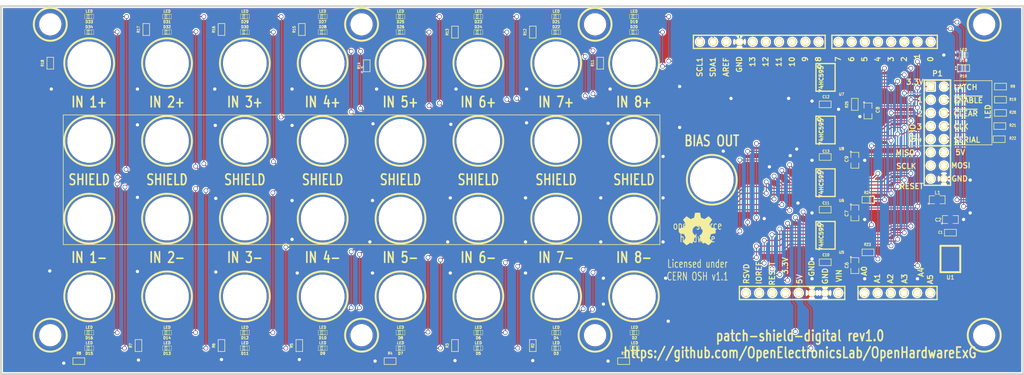
<source format=kicad_pcb>
(kicad_pcb (version 20171130) (host pcbnew 5.1.8+dfsg1-1+b1)
  (layers (0 Front signal) (31 Back signal) (34 B.Paste user) (35 F.Paste user) (36 B.SilkS user) (37 F.SilkS user) (38 B.Mask user) (39 F.Mask user) (44 Edge.Cuts user))
  (net 0 "")
  (net 1 +3.3V)
  (net 2 /GREEN_1N)
  (net 3 /GREEN_1P)
  (net 4 /GREEN_2N)
  (net 5 /GREEN_2P)
  (net 6 /GREEN_3N)
  (net 7 /GREEN_3P)
  (net 8 /GREEN_4N)
  (net 9 /GREEN_4P)
  (net 10 /GREEN_5N)
  (net 11 /GREEN_5P)
  (net 12 /GREEN_6N)
  (net 13 /GREEN_6P)
  (net 14 /GREEN_7N)
  (net 15 /GREEN_7P)
  (net 16 /GREEN_8N)
  (net 17 /GREEN_8P)
  (net 18 /LED_LATCH_CLK)
  (net 19 /LED_OUTPUT_ENABLE_INPUT)
  (net 20 /LED_SERIAL)
  (net 21 /LED_SHIFT_REG_CLEAR)
  (net 22 /LED_SHIFT_REG_CLK)
  (net 23 /PA17_SDA1)
  (net 24 /PA18_SCL1)
  (net 25 /YELLOW_1N)
  (net 26 /YELLOW_1P)
  (net 27 /YELLOW_2N)
  (net 28 /YELLOW_2P)
  (net 29 /YELLOW_3N)
  (net 30 /YELLOW_3P)
  (net 31 /YELLOW_4N)
  (net 32 /YELLOW_4P)
  (net 33 /YELLOW_5N)
  (net 34 /YELLOW_5P)
  (net 35 /YELLOW_6N)
  (net 36 /YELLOW_6P)
  (net 37 /YELLOW_7N)
  (net 38 /YELLOW_7P)
  (net 39 /YELLOW_8N)
  (net 40 /YELLOW_8P)
  (net 41 GND)
  (net 42 N-000001)
  (net 43 N-000008)
  (net 44 N-000044)
  (net 45 N-000048)
  (net 46 N-000052)
  (net 47 N-000063)
  (net 48 N-000075)
  (net 49 N-000076)
  (net 50 N-000077)
  (net 51 N-000079)
  (net 52 N-000080)
  (net 53 N-000081)
  (net 54 N-000082)
  (net 55 N-000083)
  (net 56 N-000084)
  (net 57 N-000085)
  (net 58 N-000087)
  (net 59 N-000088)
  (net 60 N-000089)
  (net 61 N-000090)
  (net 62 N-000091)
  (net 63 N-000092)
  (net 64 N-000093)
  (net 65 N-000094)
  (net 66 N-000095)
  (net 67 N-000102)
  (net 68 N-000103)
  (net 69 N-000104)
  (net 70 N-000105)
  (module LOGO (layer Front) (at 172.2501 91.9988)
    (fp_text reference G*** hide)
    (fp_text value LOGO hide)
  )
  (module Touchproof-socket-spacer (layer Front) (at 55.00116 59.99988)
    (fp_text reference Touchproof-socket hide)
    (fp_text value VAL** hide)
    (pad "" np_thru_hole circle (at 0 0) (size 7.92988 7.92988) (drill 7.92988) (layers *.Cu *.Mask F.SilkS))
  )
  (module Touchproof-socket-spacer (layer Front) (at 69.99986 59.99988)
    (fp_text reference Touchproof-socket hide)
    (fp_text value VAL** hide)
    (pad "" np_thru_hole circle (at 0 0) (size 7.92988 7.92988) (drill 7.92988) (layers *.Cu *.Mask F.SilkS))
  )
  (module Touchproof-socket-spacer (layer Front) (at 85.0011 59.99988)
    (fp_text reference Touchproof-socket hide)
    (fp_text value VAL** hide)
    (pad "" np_thru_hole circle (at 0 0) (size 7.92988 7.92988) (drill 7.92988) (layers *.Cu *.Mask F.SilkS))
  )
  (module Touchproof-socket-spacer (layer Front) (at 99.9998 59.99988)
    (fp_text reference Touchproof-socket hide)
    (fp_text value VAL** hide)
    (pad "" np_thru_hole circle (at 0 0) (size 7.92988 7.92988) (drill 7.92988) (layers *.Cu *.Mask F.SilkS))
  )
  (module Touchproof-socket-spacer (layer Front) (at 115.00104 59.99988)
    (fp_text reference Touchproof-socket hide)
    (fp_text value VAL** hide)
    (pad "" np_thru_hole circle (at 0 0) (size 7.92988 7.92988) (drill 7.92988) (layers *.Cu *.Mask F.SilkS))
  )
  (module Touchproof-socket-spacer (layer Front) (at 129.99974 59.99988)
    (fp_text reference Touchproof-socket hide)
    (fp_text value VAL** hide)
    (pad "" np_thru_hole circle (at 0 0) (size 7.92988 7.92988) (drill 7.92988) (layers *.Cu *.Mask F.SilkS))
  )
  (module Touchproof-socket-spacer (layer Front) (at 145.00098 59.99988)
    (fp_text reference Touchproof-socket hide)
    (fp_text value VAL** hide)
    (pad "" np_thru_hole circle (at 0 0) (size 7.92988 7.92988) (drill 7.92988) (layers *.Cu *.Mask F.SilkS))
  )
  (module Touchproof-socket-spacer (layer Front) (at 159.99968 59.99988)
    (fp_text reference Touchproof-socket hide)
    (fp_text value VAL** hide)
    (pad "" np_thru_hole circle (at 0 0) (size 7.92988 7.92988) (drill 7.92988) (layers *.Cu *.Mask F.SilkS))
  )
  (module Touchproof-socket-spacer (layer Front) (at 55.00116 75.00112)
    (fp_text reference Touchproof-socket hide)
    (fp_text value VAL** hide)
    (pad "" np_thru_hole circle (at 0 0) (size 7.92988 7.92988) (drill 7.92988) (layers *.Cu *.Mask F.SilkS))
  )
  (module Touchproof-socket-spacer (layer Front) (at 69.99986 75.00112)
    (fp_text reference Touchproof-socket hide)
    (fp_text value VAL** hide)
    (pad "" np_thru_hole circle (at 0 0) (size 7.92988 7.92988) (drill 7.92988) (layers *.Cu *.Mask F.SilkS))
  )
  (module Touchproof-socket-spacer (layer Front) (at 85.0011 75.00112)
    (fp_text reference Touchproof-socket hide)
    (fp_text value VAL** hide)
    (pad "" np_thru_hole circle (at 0 0) (size 7.92988 7.92988) (drill 7.92988) (layers *.Cu *.Mask F.SilkS))
  )
  (module Touchproof-socket-spacer (layer Front) (at 99.9998 75.00112)
    (fp_text reference Touchproof-socket hide)
    (fp_text value VAL** hide)
    (pad "" np_thru_hole circle (at 0 0) (size 7.92988 7.92988) (drill 7.92988) (layers *.Cu *.Mask F.SilkS))
  )
  (module Touchproof-socket-spacer (layer Front) (at 115.00104 75.00112)
    (fp_text reference Touchproof-socket hide)
    (fp_text value VAL** hide)
    (pad "" np_thru_hole circle (at 0 0) (size 7.92988 7.92988) (drill 7.92988) (layers *.Cu *.Mask F.SilkS))
  )
  (module Touchproof-socket-spacer (layer Front) (at 129.99974 75.00112)
    (fp_text reference Touchproof-socket hide)
    (fp_text value VAL** hide)
    (pad "" np_thru_hole circle (at 0 0) (size 7.92988 7.92988) (drill 7.92988) (layers *.Cu *.Mask F.SilkS))
  )
  (module Touchproof-socket-spacer (layer Front) (at 145.00098 75.00112)
    (fp_text reference Touchproof-socket hide)
    (fp_text value VAL** hide)
    (pad "" np_thru_hole circle (at 0 0) (size 7.92988 7.92988) (drill 7.92988) (layers *.Cu *.Mask F.SilkS))
  )
  (module Touchproof-socket-spacer (layer Front) (at 159.99968 75.00112)
    (fp_text reference Touchproof-socket hide)
    (fp_text value VAL** hide)
    (pad "" np_thru_hole circle (at 0 0) (size 7.92988 7.92988) (drill 7.92988) (layers *.Cu *.Mask F.SilkS))
  )
  (module Touchproof-socket-spacer (layer Front) (at 159.99968 89.99982)
    (fp_text reference Touchproof-socket hide)
    (fp_text value VAL** hide)
    (pad "" np_thru_hole circle (at 0 0) (size 7.92988 7.92988) (drill 7.92988) (layers *.Cu *.Mask F.SilkS))
  )
  (module Touchproof-socket-spacer (layer Front) (at 145.00098 89.99982)
    (fp_text reference Touchproof-socket hide)
    (fp_text value VAL** hide)
    (pad "" np_thru_hole circle (at 0 0) (size 7.92988 7.92988) (drill 7.92988) (layers *.Cu *.Mask F.SilkS))
  )
  (module Touchproof-socket-spacer (layer Front) (at 129.99974 89.99982)
    (fp_text reference Touchproof-socket hide)
    (fp_text value VAL** hide)
    (pad "" np_thru_hole circle (at 0 0) (size 7.92988 7.92988) (drill 7.92988) (layers *.Cu *.Mask F.SilkS))
  )
  (module Touchproof-socket-spacer (layer Front) (at 115.00104 89.99982)
    (fp_text reference Touchproof-socket hide)
    (fp_text value VAL** hide)
    (pad "" np_thru_hole circle (at 0 0) (size 7.92988 7.92988) (drill 7.92988) (layers *.Cu *.Mask F.SilkS))
  )
  (module Touchproof-socket-spacer (layer Front) (at 99.9998 89.99982)
    (fp_text reference Touchproof-socket hide)
    (fp_text value VAL** hide)
    (pad "" np_thru_hole circle (at 0 0) (size 7.92988 7.92988) (drill 7.92988) (layers *.Cu *.Mask F.SilkS))
  )
  (module Touchproof-socket-spacer (layer Front) (at 85.0011 89.99982)
    (fp_text reference Touchproof-socket hide)
    (fp_text value VAL** hide)
    (pad "" np_thru_hole circle (at 0 0) (size 7.92988 7.92988) (drill 7.92988) (layers *.Cu *.Mask F.SilkS))
  )
  (module Touchproof-socket-spacer (layer Front) (at 69.99986 89.99982)
    (fp_text reference Touchproof-socket hide)
    (fp_text value VAL** hide)
    (pad "" np_thru_hole circle (at 0 0) (size 7.92988 7.92988) (drill 7.92988) (layers *.Cu *.Mask F.SilkS))
  )
  (module Touchproof-socket-spacer (layer Front) (at 55.00116 89.99982)
    (fp_text reference Touchproof-socket hide)
    (fp_text value VAL** hide)
    (pad "" np_thru_hole circle (at 0 0) (size 7.92988 7.92988) (drill 7.92988) (layers *.Cu *.Mask F.SilkS))
  )
  (module Touchproof-socket-spacer (layer Front) (at 55.00116 105.00106)
    (fp_text reference Touchproof-socket hide)
    (fp_text value VAL** hide)
    (pad "" np_thru_hole circle (at 0 0) (size 7.92988 7.92988) (drill 7.92988) (layers *.Cu *.Mask F.SilkS))
  )
  (module Touchproof-socket-spacer (layer Front) (at 69.99986 105.00106)
    (fp_text reference Touchproof-socket hide)
    (fp_text value VAL** hide)
    (pad "" np_thru_hole circle (at 0 0) (size 7.92988 7.92988) (drill 7.92988) (layers *.Cu *.Mask F.SilkS))
  )
  (module Touchproof-socket-spacer (layer Front) (at 85.0011 105.00106)
    (fp_text reference Touchproof-socket hide)
    (fp_text value VAL** hide)
    (pad "" np_thru_hole circle (at 0 0) (size 7.92988 7.92988) (drill 7.92988) (layers *.Cu *.Mask F.SilkS))
  )
  (module Touchproof-socket-spacer (layer Front) (at 99.9998 105.00106)
    (fp_text reference Touchproof-socket hide)
    (fp_text value VAL** hide)
    (pad "" np_thru_hole circle (at 0 0) (size 7.92988 7.92988) (drill 7.92988) (layers *.Cu *.Mask F.SilkS))
  )
  (module Touchproof-socket-spacer (layer Front) (at 115.00104 105.00106)
    (fp_text reference Touchproof-socket hide)
    (fp_text value VAL** hide)
    (pad "" np_thru_hole circle (at 0 0) (size 7.92988 7.92988) (drill 7.92988) (layers *.Cu *.Mask F.SilkS))
  )
  (module Touchproof-socket-spacer (layer Front) (at 129.99974 105.00106)
    (fp_text reference Touchproof-socket hide)
    (fp_text value VAL** hide)
    (pad "" np_thru_hole circle (at 0 0) (size 7.92988 7.92988) (drill 7.92988) (layers *.Cu *.Mask F.SilkS))
  )
  (module Touchproof-socket-spacer (layer Front) (at 145.00098 105.00106)
    (fp_text reference Touchproof-socket hide)
    (fp_text value VAL** hide)
    (pad "" np_thru_hole circle (at 0 0) (size 7.92988 7.92988) (drill 7.92988) (layers *.Cu *.Mask F.SilkS))
  )
  (module Touchproof-socket-spacer (layer Front) (at 159.99968 105.00106)
    (fp_text reference Touchproof-socket hide)
    (fp_text value VAL** hide)
    (pad "" np_thru_hole circle (at 0 0) (size 7.92988 7.92988) (drill 7.92988) (layers *.Cu *.Mask F.SilkS))
  )
  (module Hole_M3 (layer Front) (at 47.50054 52.49926)
    (fp_text reference Hole_M3 hide)
    (fp_text value VAL** hide)
    (pad "" np_thru_hole circle (at 0 0) (size 3.7973 3.7973) (drill 3.7973) (layers *.Cu *.Mask F.SilkS))
  )
  (module Hole_M3 (layer Front) (at 107.50042 52.49926)
    (fp_text reference Hole_M3 hide)
    (fp_text value VAL** hide)
    (pad "" np_thru_hole circle (at 0 0) (size 3.7973 3.7973) (drill 3.7973) (layers *.Cu *.Mask F.SilkS))
  )
  (module Hole_M3 (layer Front) (at 152.49906 52.49926)
    (fp_text reference Hole_M3 hide)
    (fp_text value VAL** hide)
    (pad "" np_thru_hole circle (at 0 0) (size 3.7973 3.7973) (drill 3.7973) (layers *.Cu *.Mask F.SilkS))
  )
  (module Hole_M3 (layer Front) (at 227.50018 52.49926)
    (fp_text reference Hole_M3 hide)
    (fp_text value VAL** hide)
    (pad "" np_thru_hole circle (at 0 0) (size 3.7973 3.7973) (drill 3.7973) (layers *.Cu *.Mask F.SilkS))
  )
  (module Hole_M3 (layer Front) (at 227.50018 112.49914)
    (fp_text reference Hole_M3 hide)
    (fp_text value VAL** hide)
    (pad "" np_thru_hole circle (at 0 0) (size 3.7973 3.7973) (drill 3.7973) (layers *.Cu *.Mask F.SilkS))
  )
  (module Hole_M3 (layer Front) (at 152.49906 112.49914)
    (fp_text reference Hole_M3 hide)
    (fp_text value VAL** hide)
    (pad "" np_thru_hole circle (at 0 0) (size 3.7973 3.7973) (drill 3.7973) (layers *.Cu *.Mask F.SilkS))
  )
  (module Hole_M3 (layer Front) (at 107.50042 112.49914)
    (fp_text reference Hole_M3 hide)
    (fp_text value VAL** hide)
    (pad "" np_thru_hole circle (at 0 0) (size 3.7973 3.7973) (drill 3.7973) (layers *.Cu *.Mask F.SilkS))
  )
  (module Hole_M3 (layer Front) (at 47.50054 112.49914)
    (fp_text reference Hole_M3 hide)
    (fp_text value VAL** hide)
    (pad "" np_thru_hole circle (at 0 0) (size 3.7973 3.7973) (drill 3.7973) (layers *.Cu *.Mask F.SilkS))
  )
  (module Touchproof-socket-spacer (layer Front) (at 175.00092 82.4992)
    (fp_text reference Touchproof-socket hide)
    (fp_text value VAL** hide)
    (pad "" np_thru_hole circle (at 0 0) (size 7.92988 7.92988) (drill 7.92988) (layers *.Cu *.Mask F.SilkS))
  )
  (module SM0603 (layer Front) (at 205.105 96.52 180)
    (fp_text reference R23 (at 0.10414 1.51892 180) (layer F.SilkS) (effects (font (size 0.508 0.4572) (thickness 0.1143))))
    (fp_text value 47 hide)
    (pad 1 smd rect (at -0.762 0 180) (size 0.635 1.143) (layers Front F.Paste F.Mask) (net 59 N-000088))
    (pad 2 smd rect (at 0.762 0 180) (size 0.635 1.143) (layers Front F.Paste F.Mask) (net 50 N-000077))
  )
  (module SM0603 (layer Front) (at 205.105 86.36 180)
    (fp_text reference R24 (at 0.10414 1.3589 180) (layer F.SilkS) (effects (font (size 0.508 0.4572) (thickness 0.1143))))
    (fp_text value 47 hide)
    (pad 1 smd rect (at -0.762 0 180) (size 0.635 1.143) (layers Front F.Paste F.Mask) (net 58 N-000087))
    (pad 2 smd rect (at 0.762 0 180) (size 0.635 1.143) (layers Front F.Paste F.Mask) (net 63 N-000092))
  )
  (module SM0603 (layer Front) (at 202.565 67.945 90)
    (fp_text reference R25 (at -0.05588 -1.56464 90) (layer F.SilkS) (effects (font (size 0.508 0.4572) (thickness 0.1143))))
    (fp_text value 47 hide)
    (pad 1 smd rect (at -0.762 0 90) (size 0.635 1.143) (layers Front F.Paste F.Mask) (net 43 N-000008))
    (pad 2 smd rect (at 0.762 0 90) (size 0.635 1.143) (layers Front F.Paste F.Mask) (net 64 N-000093))
  )
  (module SM0603 (layer Front) (at 230.378 74.676)
    (fp_text reference R22 (at 2.62128 -0.17526) (layer F.SilkS) (effects (font (size 0.508 0.4572) (thickness 0.1143))))
    (fp_text value 47 hide)
    (pad 1 smd rect (at -0.762 0) (size 0.635 1.143) (layers Front F.Paste F.Mask) (net 60 N-000089))
    (pad 2 smd rect (at 0.762 0) (size 0.635 1.143) (layers Front F.Paste F.Mask) (net 20 /LED_SERIAL))
  )
  (module SM0603 (layer Front) (at 230.632 69.596)
    (fp_text reference R20 (at 2.36728 -0.09652) (layer F.SilkS) (effects (font (size 0.508 0.4572) (thickness 0.1143))))
    (fp_text value 47 hide)
    (pad 1 smd rect (at -0.762 0) (size 0.635 1.143) (layers Front F.Paste F.Mask) (net 61 N-000090))
    (pad 2 smd rect (at 0.762 0) (size 0.635 1.143) (layers Front F.Paste F.Mask) (net 21 /LED_SHIFT_REG_CLEAR))
  )
  (module SM0603 (layer Front) (at 230.505 72.136)
    (fp_text reference R21 (at 2.49428 -0.13716) (layer F.SilkS) (effects (font (size 0.508 0.4572) (thickness 0.1143))))
    (fp_text value 47 hide)
    (pad 1 smd rect (at -0.762 0) (size 0.635 1.143) (layers Front F.Paste F.Mask) (net 65 N-000094))
    (pad 2 smd rect (at 0.762 0) (size 0.635 1.143) (layers Front F.Paste F.Mask) (net 22 /LED_SHIFT_REG_CLK))
  )
  (module SM0603 (layer Front) (at 230.632 67.056)
    (fp_text reference R19 (at 2.36728 -0.05588) (layer F.SilkS) (effects (font (size 0.508 0.4572) (thickness 0.1143))))
    (fp_text value 47 hide)
    (pad 1 smd rect (at -0.762 0) (size 0.635 1.143) (layers Front F.Paste F.Mask) (net 66 N-000095))
    (pad 2 smd rect (at 0.762 0) (size 0.635 1.143) (layers Front F.Paste F.Mask) (net 19 /LED_OUTPUT_ENABLE_INPUT))
  )
  (module SM0603 (layer Front) (at 230.632 64.516)
    (fp_text reference R9 (at 2.36728 -0.01524) (layer F.SilkS) (effects (font (size 0.508 0.4572) (thickness 0.1143))))
    (fp_text value 47 hide)
    (pad 1 smd rect (at -0.762 0) (size 0.635 1.143) (layers Front F.Paste F.Mask) (net 62 N-000091))
    (pad 2 smd rect (at 0.762 0) (size 0.635 1.143) (layers Front F.Paste F.Mask) (net 18 /LED_LATCH_CLK))
  )
  (module PIN_ARRAY_5x2 (layer Front) (at 218.4654 69.596 270)
    (fp_text reference P1 (at -7.59714 -0.03556) (layer F.SilkS) (effects (font (size 1.016 1.016) (thickness 0.2032))))
    (fp_text value CONN_5X2 hide)
    (pad 1 thru_hole rect (at -5.08 1.27 270) (size 1.524 1.524) (drill 1.016) (layers *.Cu *.Mask F.SilkS) (net 1 +3.3V))
    (pad 2 thru_hole circle (at -5.08 -1.27 270) (size 1.524 1.524) (drill 1.016) (layers *.Cu *.Mask F.SilkS) (net 62 N-000091))
    (pad 3 thru_hole circle (at -2.54 1.27 270) (size 1.524 1.524) (drill 1.016) (layers *.Cu *.Mask F.SilkS))
    (pad 4 thru_hole circle (at -2.54 -1.27 270) (size 1.524 1.524) (drill 1.016) (layers *.Cu *.Mask F.SilkS) (net 66 N-000095))
    (pad 5 thru_hole circle (at 0 1.27 270) (size 1.524 1.524) (drill 1.016) (layers *.Cu *.Mask F.SilkS))
    (pad 6 thru_hole circle (at 0 -1.27 270) (size 1.524 1.524) (drill 1.016) (layers *.Cu *.Mask F.SilkS) (net 61 N-000090))
    (pad 7 thru_hole circle (at 2.54 1.27 270) (size 1.524 1.524) (drill 1.016) (layers *.Cu *.Mask F.SilkS))
    (pad 8 thru_hole circle (at 2.54 -1.27 270) (size 1.524 1.524) (drill 1.016) (layers *.Cu *.Mask F.SilkS) (net 65 N-000094))
    (pad 9 thru_hole circle (at 5.08 1.27 270) (size 1.524 1.524) (drill 1.016) (layers *.Cu *.Mask F.SilkS))
    (pad 10 thru_hole circle (at 5.08 -1.27 270) (size 1.524 1.524) (drill 1.016) (layers *.Cu *.Mask F.SilkS) (net 60 N-000089))
  )
  (module SOIC8 (layer Front) (at 220.98 97.79 270)
    (fp_text reference U1 (at 3.556 0) (layer F.SilkS) (effects (font (size 0.762 0.762) (thickness 0.1524))))
    (fp_text value CAT24C128 hide)
    (pad 1 smd rect (at -1.905 3.81 270) (size 0.70104 1.50114) (layers Front F.Paste F.Mask) (net 67 N-000102))
    (pad 2 smd rect (at -0.635 3.81 270) (size 0.70104 1.50114) (layers Front F.Paste F.Mask) (net 41 GND))
    (pad 3 smd rect (at 0.635 3.81 270) (size 0.70104 1.50114) (layers Front F.Paste F.Mask) (net 41 GND))
    (pad 4 smd rect (at 1.905 3.81 270) (size 0.70104 1.50114) (layers Front F.Paste F.Mask) (net 41 GND))
    (pad 5 smd rect (at 1.905 -3.81 270) (size 0.70104 1.50114) (layers Front F.Paste F.Mask) (net 23 /PA17_SDA1))
    (pad 6 smd rect (at 0.635 -3.81 270) (size 0.70104 1.50114) (layers Front F.Paste F.Mask) (net 24 /PA18_SCL1))
    (pad 7 smd rect (at -0.635 -3.81 270) (size 0.70104 1.50114) (layers Front F.Paste F.Mask) (net 41 GND))
    (pad 8 smd rect (at -1.905 -3.81 270) (size 0.70104 1.50114) (layers Front F.Paste F.Mask) (net 67 N-000102))
  )
  (module SM0805 (layer Front) (at 220.98 90.17)
    (fp_text reference C2 (at -2.3495 0.0635) (layer F.SilkS) (effects (font (size 0.635 0.635) (thickness 0.127))))
    (fp_text value 10uF hide)
    (pad 1 smd rect (at -0.9525 0) (size 0.889 1.397) (layers Front F.Paste F.Mask) (net 67 N-000102))
    (pad 2 smd rect (at 0.9525 0) (size 0.889 1.397) (layers Front F.Paste F.Mask) (net 41 GND))
  )
  (module SM0805 (layer Front) (at 218.44 86.36)
    (fp_text reference L1 (at 0.06096 -1.3589) (layer F.SilkS) (effects (font (size 0.635 0.635) (thickness 0.127))))
    (fp_text value MH2029-221Y hide)
    (pad 1 smd rect (at -0.9525 0) (size 0.889 1.397) (layers Front F.Paste F.Mask) (net 1 +3.3V))
    (pad 2 smd rect (at 0.9525 0) (size 0.889 1.397) (layers Front F.Paste F.Mask) (net 67 N-000102))
  )
  (module SM0603 (layer Front) (at 220.98 92.71)
    (fp_text reference C1 (at -1.905 -0.0635) (layer F.SilkS) (effects (font (size 0.508 0.4572) (thickness 0.1143))))
    (fp_text value 100nF hide)
    (pad 1 smd rect (at -0.762 0) (size 0.635 1.143) (layers Front F.Paste F.Mask) (net 67 N-000102))
    (pad 2 smd rect (at 0.762 0) (size 0.635 1.143) (layers Front F.Paste F.Mask) (net 41 GND))
  )
  (module arduino_shield (layer Front) (at 198.12 78.74)
    (fp_text reference P2 hide)
    (fp_text value ARDUINO_SHIELD hide)
    (fp_text user RSVD (at -16.4465 21.9075 90) (layer F.SilkS) (effects (font (size 1.016 1.016) (thickness 0.2032))))
    (fp_text user IOREF (at -14.0335 21.717 90) (layer F.SilkS) (effects (font (size 1.016 1.016) (thickness 0.2032))))
    (fp_text user RESET (at -11.4935 21.844 90) (layer F.SilkS) (effects (font (size 1.016 1.016) (thickness 0.2032))))
    (fp_text user 3.3V (at -8.9662 20.36318 90) (layer F.SilkS) (effects (font (size 1.016 1.016) (thickness 0.2032))))
    (fp_text user 5V (at -6.223 22.9235 90) (layer F.SilkS) (effects (font (size 1.016 1.016) (thickness 0.2032))))
    (fp_text user GND (at -3.8862 20.87118 90) (layer F.SilkS) (effects (font (size 1.016 1.016) (thickness 0.2032))))
    (fp_text user GND (at -1.27 22.352 90) (layer F.SilkS) (effects (font (size 1.016 1.016) (thickness 0.2032))))
    (fp_text user VIN (at 1.397 22.2885 90) (layer F.SilkS) (effects (font (size 1.016 1.016) (thickness 0.2032))))
    (fp_text user A0 (at 6.2484 21.37918 90) (layer F.SilkS) (effects (font (size 1.016 1.016) (thickness 0.2032))))
    (fp_text user A1 (at 8.763 22.7965 90) (layer F.SilkS) (effects (font (size 1.016 1.016) (thickness 0.2032))))
    (fp_text user A2 (at 11.303 22.86 90) (layer F.SilkS) (effects (font (size 1.016 1.016) (thickness 0.2032))))
    (fp_text user A3 (at 14.0335 22.86 90) (layer F.SilkS) (effects (font (size 1.016 1.016) (thickness 0.2032))))
    (fp_text user A4 (at 17.2085 21.59 90) (layer F.SilkS) (effects (font (size 1.016 1.016) (thickness 0.2032))))
    (fp_text user A5 (at 18.9865 22.987 90) (layer F.SilkS) (effects (font (size 1.016 1.016) (thickness 0.2032))))
    (fp_text user MISO (at 14.1605 -1.4605) (layer F.SilkS) (effects (font (size 1.016 1.016) (thickness 0.2032))))
    (fp_text user SCLK (at 14.351 1.143) (layer F.SilkS) (effects (font (size 1.016 1.016) (thickness 0.2032))))
    (fp_text user RESET (at 15.367 5.0165) (layer F.SilkS) (effects (font (size 1.016 1.016) (thickness 0.2032))))
    (fp_text user 5V (at 24.765 -1.524) (layer F.SilkS) (effects (font (size 1.016 1.016) (thickness 0.2032))))
    (fp_text user MOSI (at 24.8666 1.016) (layer F.SilkS) (effects (font (size 1.016 1.016) (thickness 0.2032))))
    (fp_text user GND (at 24.638 3.556) (layer F.SilkS) (effects (font (size 1.016 1.016) (thickness 0.2032))))
    (fp_text user 0 (at 19.0246 -19.51482 90) (layer F.SilkS) (effects (font (size 1.016 1.016) (thickness 0.2032))))
    (fp_text user 1 (at 16.4465 -20.066 90) (layer F.SilkS) (effects (font (size 1.016 1.016) (thickness 0.2032))))
    (fp_text user 2 (at 13.9446 -19.51482 90) (layer F.SilkS) (effects (font (size 1.016 1.016) (thickness 0.2032))))
    (fp_text user 3 (at 11.4046 -19.51482 90) (layer F.SilkS) (effects (font (size 1.016 1.016) (thickness 0.2032))))
    (fp_text user 4 (at 8.8646 -19.51482 90) (layer F.SilkS) (effects (font (size 1.016 1.016) (thickness 0.2032))))
    (fp_text user 5 (at 6.3246 -19.51482 90) (layer F.SilkS) (effects (font (size 1.016 1.016) (thickness 0.2032))))
    (fp_text user 6 (at 3.7846 -19.51482 90) (layer F.SilkS) (effects (font (size 1.016 1.016) (thickness 0.2032))))
    (fp_text user 7 (at 1.2446 -19.51482 90) (layer F.SilkS) (effects (font (size 1.016 1.016) (thickness 0.2032))))
    (fp_text user 8 (at -2.5908 -19.51482 90) (layer F.SilkS) (effects (font (size 1.016 1.016) (thickness 0.2032))))
    (fp_text user 9 (at -5.1308 -19.51482 90) (layer F.SilkS) (effects (font (size 1.016 1.016) (thickness 0.2032))))
    (fp_text user 10 (at -7.6708 -19.00682 90) (layer F.SilkS) (effects (font (size 1.016 1.016) (thickness 0.2032))))
    (fp_text user 11 (at -10.2108 -19.00682 90) (layer F.SilkS) (effects (font (size 1.016 1.016) (thickness 0.2032))))
    (fp_text user 12 (at -12.7508 -19.00682 90) (layer F.SilkS) (effects (font (size 1.016 1.016) (thickness 0.2032))))
    (fp_text user 13 (at -15.2908 -19.00682 90) (layer F.SilkS) (effects (font (size 1.016 1.016) (thickness 0.2032))))
    (fp_text user GND (at -17.8308 -18.49882 90) (layer F.SilkS) (effects (font (size 1.016 1.016) (thickness 0.2032))))
    (fp_text user AREF (at -20.3708 -17.99082 90) (layer F.SilkS) (effects (font (size 1.016 1.016) (thickness 0.2032))))
    (fp_text user SDA1 (at -22.9108 -17.99082 90) (layer F.SilkS) (effects (font (size 1.016 1.016) (thickness 0.2032))))
    (fp_text user SCL1 (at -25.4508 -17.99082 90) (layer F.SilkS) (effects (font (size 1.016 1.016) (thickness 0.2032))))
    (pad 90 thru_hole circle (at -16.5354 25.6032) (size 1.524 1.524) (drill 1.00076) (layers *.Cu *.Mask F.SilkS))
    (pad 91 thru_hole circle (at -13.9954 25.6032) (size 1.524 1.524) (drill 1.00076) (layers *.Cu *.Mask F.SilkS) (net 1 +3.3V))
    (pad 92 thru_hole circle (at -11.4554 25.6032) (size 1.524 1.524) (drill 1.00076) (layers *.Cu *.Mask F.SilkS))
    (pad 93 thru_hole circle (at -8.9154 25.6032) (size 1.524 1.524) (drill 1.00076) (layers *.Cu *.Mask F.SilkS) (net 1 +3.3V))
    (pad 94 thru_hole circle (at -6.3754 25.6032) (size 1.524 1.524) (drill 1.00076) (layers *.Cu *.Mask F.SilkS))
    (pad 95 thru_hole circle (at -3.8354 25.6032) (size 1.524 1.524) (drill 1.00076) (layers *.Cu *.Mask F.SilkS) (net 41 GND))
    (pad 96 thru_hole circle (at -1.2954 25.6032) (size 1.524 1.524) (drill 1.00076) (layers *.Cu *.Mask F.SilkS) (net 41 GND))
    (pad 97 thru_hole circle (at 1.2446 25.6032) (size 1.524 1.524) (drill 1.00076) (layers *.Cu *.Mask F.SilkS))
    (pad 54 thru_hole circle (at 6.2992 25.6032) (size 1.524 1.524) (drill 1.00076) (layers *.Cu *.Mask F.SilkS))
    (pad 55 thru_hole circle (at 8.8392 25.6032) (size 1.524 1.524) (drill 1.00076) (layers *.Cu *.Mask F.SilkS))
    (pad 56 thru_hole circle (at 11.3792 25.6032) (size 1.524 1.524) (drill 1.00076) (layers *.Cu *.Mask F.SilkS))
    (pad 57 thru_hole circle (at 13.9192 25.6032) (size 1.524 1.524) (drill 1.00076) (layers *.Cu *.Mask F.SilkS))
    (pad 58 thru_hole circle (at 16.4592 25.6032) (size 1.524 1.524) (drill 1.00076) (layers *.Cu *.Mask F.SilkS))
    (pad 59 thru_hole circle (at 18.9992 25.6032) (size 1.524 1.524) (drill 1.00076) (layers *.Cu *.Mask F.SilkS))
    (pad 74 thru_hole circle (at 19.0754 -1.524) (size 1.524 1.524) (drill 1.00076) (layers *.Cu *.Mask F.SilkS))
    (pad 76 thru_hole circle (at 19.0754 1.016) (size 1.524 1.524) (drill 1.00076) (layers *.Cu *.Mask F.SilkS))
    (pad 89 thru_hole circle (at 19.0754 3.556) (size 1.524 1.524) (drill 1.00076) (layers *.Cu *.Mask F.SilkS))
    (pad 87 thru_hole circle (at 21.6154 3.556) (size 1.524 1.524) (drill 1.00076) (layers *.Cu *.Mask F.SilkS) (net 41 GND))
    (pad 75 thru_hole circle (at 21.6154 1.016) (size 1.524 1.524) (drill 1.00076) (layers *.Cu *.Mask F.SilkS))
    (pad 88 thru_hole circle (at 21.6154 -1.524) (size 1.524 1.524) (drill 1.00076) (layers *.Cu *.Mask F.SilkS))
    (pad 0 thru_hole circle (at 19.0754 -22.86) (size 1.524 1.524) (drill 1.00076) (layers *.Cu *.Mask F.SilkS))
    (pad 1 thru_hole circle (at 16.5354 -22.86) (size 1.524 1.524) (drill 1.00076) (layers *.Cu *.Mask F.SilkS))
    (pad 2 thru_hole circle (at 13.9954 -22.86) (size 1.524 1.524) (drill 1.00076) (layers *.Cu *.Mask F.SilkS))
    (pad 3 thru_hole circle (at 11.4554 -22.86) (size 1.524 1.524) (drill 1.00076) (layers *.Cu *.Mask F.SilkS))
    (pad 4 thru_hole circle (at 8.9154 -22.86) (size 1.524 1.524) (drill 1.00076) (layers *.Cu *.Mask F.SilkS))
    (pad 5 thru_hole circle (at 6.3754 -22.86) (size 1.524 1.524) (drill 1.00076) (layers *.Cu *.Mask F.SilkS))
    (pad 6 thru_hole circle (at 3.8354 -22.86) (size 1.524 1.524) (drill 1.00076) (layers *.Cu *.Mask F.SilkS))
    (pad 7 thru_hole circle (at 1.2954 -22.86) (size 1.524 1.524) (drill 1.00076) (layers *.Cu *.Mask F.SilkS))
    (pad 8 thru_hole circle (at -2.54 -22.86) (size 1.524 1.524) (drill 1.00076) (layers *.Cu *.Mask F.SilkS))
    (pad 9 thru_hole circle (at -5.08 -22.86) (size 1.524 1.524) (drill 1.00076) (layers *.Cu *.Mask F.SilkS))
    (pad 10 thru_hole circle (at -7.62 -22.86) (size 1.524 1.524) (drill 1.00076) (layers *.Cu *.Mask F.SilkS))
    (pad 11 thru_hole circle (at -10.16 -22.86) (size 1.524 1.524) (drill 1.00076) (layers *.Cu *.Mask F.SilkS))
    (pad 12 thru_hole circle (at -12.7 -22.86) (size 1.524 1.524) (drill 1.00076) (layers *.Cu *.Mask F.SilkS))
    (pad 13 thru_hole circle (at -15.24 -22.86) (size 1.524 1.524) (drill 1.00076) (layers *.Cu *.Mask F.SilkS))
    (pad 99 thru_hole circle (at -17.78 -22.86) (size 1.524 1.524) (drill 1.00076) (layers *.Cu *.Mask F.SilkS) (net 41 GND))
    (pad 98 thru_hole circle (at -20.32 -22.86) (size 1.524 1.524) (drill 1.00076) (layers *.Cu *.Mask F.SilkS))
    (pad 70 thru_hole circle (at -22.86 -22.86) (size 1.524 1.524) (drill 1.00076) (layers *.Cu *.Mask F.SilkS) (net 23 /PA17_SDA1))
    (pad 71 thru_hole circle (at -25.4 -22.86) (size 1.524 1.524) (drill 1.00076) (layers *.Cu *.Mask F.SilkS) (net 24 /PA18_SCL1))
  )
  (module SM0805 (layer Front) (at 202.565 78.74 270)
    (fp_text reference C9 (at -0.23876 1.56464 270) (layer F.SilkS) (effects (font (size 0.635 0.635) (thickness 0.127))))
    (fp_text value 10uF hide)
    (pad 1 smd rect (at -0.9525 0 270) (size 0.889 1.397) (layers Front F.Paste F.Mask) (net 1 +3.3V))
    (pad 2 smd rect (at 0.9525 0 270) (size 0.889 1.397) (layers Front F.Paste F.Mask) (net 41 GND))
  )
  (module SM0603 (layer Front) (at 196.85 78.105 180)
    (fp_text reference C13 (at -0.14986 1.1049 180) (layer F.SilkS) (effects (font (size 0.508 0.4572) (thickness 0.1143))))
    (fp_text value 100nF hide)
    (pad 1 smd rect (at -0.762 0 180) (size 0.635 1.143) (layers Front F.Paste F.Mask) (net 1 +3.3V))
    (pad 2 smd rect (at 0.762 0 180) (size 0.635 1.143) (layers Front F.Paste F.Mask) (net 41 GND))
  )
  (module SM0603 (layer Front) (at 196.85 67.945 180)
    (fp_text reference C12 (at -0.14986 1.44526 180) (layer F.SilkS) (effects (font (size 0.508 0.4572) (thickness 0.1143))))
    (fp_text value 100nF hide)
    (pad 1 smd rect (at -0.762 0 180) (size 0.635 1.143) (layers Front F.Paste F.Mask) (net 1 +3.3V))
    (pad 2 smd rect (at 0.762 0 180) (size 0.635 1.143) (layers Front F.Paste F.Mask) (net 41 GND))
  )
  (module SM0805 (layer Front) (at 205.105 69.215 270)
    (fp_text reference C8 (at -0.2159 -1.89484 270) (layer F.SilkS) (effects (font (size 0.635 0.635) (thickness 0.127))))
    (fp_text value 10uF hide)
    (pad 1 smd rect (at -0.9525 0 270) (size 0.889 1.397) (layers Front F.Paste F.Mask) (net 1 +3.3V))
    (pad 2 smd rect (at 0.9525 0 270) (size 0.889 1.397) (layers Front F.Paste F.Mask) (net 41 GND))
  )
  (module SM0805 (layer Front) (at 202.565 88.9 270)
    (fp_text reference C7 (at 0.09906 1.56464 270) (layer F.SilkS) (effects (font (size 0.635 0.635) (thickness 0.127))))
    (fp_text value 10uF hide)
    (pad 1 smd rect (at -0.9525 0 270) (size 0.889 1.397) (layers Front F.Paste F.Mask) (net 1 +3.3V))
    (pad 2 smd rect (at 0.9525 0 270) (size 0.889 1.397) (layers Front F.Paste F.Mask) (net 41 GND))
  )
  (module SM0603 (layer Front) (at 196.85 88.265 180)
    (fp_text reference C11 (at -0.14986 1.26492 180) (layer F.SilkS) (effects (font (size 0.508 0.4572) (thickness 0.1143))))
    (fp_text value 100nF hide)
    (pad 1 smd rect (at -0.762 0 180) (size 0.635 1.143) (layers Front F.Paste F.Mask) (net 1 +3.3V))
    (pad 2 smd rect (at 0.762 0 180) (size 0.635 1.143) (layers Front F.Paste F.Mask) (net 41 GND))
  )
  (module SM0603 (layer Front) (at 196.85 98.425 180)
    (fp_text reference C10 (at -0.14986 1.42494 180) (layer F.SilkS) (effects (font (size 0.508 0.4572) (thickness 0.1143))))
    (fp_text value 100nF hide)
    (pad 1 smd rect (at -0.762 0 180) (size 0.635 1.143) (layers Front F.Paste F.Mask) (net 1 +3.3V))
    (pad 2 smd rect (at 0.762 0 180) (size 0.635 1.143) (layers Front F.Paste F.Mask) (net 41 GND))
  )
  (module SM0805 (layer Front) (at 202.565 99.06 270)
    (fp_text reference C6 (at -0.06096 1.56464 270) (layer F.SilkS) (effects (font (size 0.635 0.635) (thickness 0.127))))
    (fp_text value 10uF hide)
    (pad 1 smd rect (at -0.9525 0 270) (size 0.889 1.397) (layers Front F.Paste F.Mask) (net 1 +3.3V))
    (pad 2 smd rect (at 0.9525 0 270) (size 0.889 1.397) (layers Front F.Paste F.Mask) (net 41 GND))
  )
  (module SM0603 (layer Front) (at 223.52 60.96)
    (fp_text reference R10 (at -0.02032 1.53924) (layer F.SilkS) (effects (font (size 0.508 0.4572) (thickness 0.1143))))
    (fp_text value 560 hide)
    (pad 1 smd rect (at -0.762 0) (size 0.635 1.143) (layers Front F.Paste F.Mask) (net 1 +3.3V))
    (pad 2 smd rect (at 0.762 0) (size 0.635 1.143) (layers Front F.Paste F.Mask) (net 42 N-000001))
  )
  (module LED-0603 (layer Front) (at 223.52 58.42 180)
    (fp_text reference D18 (at 0 -1.016 180) (layer F.SilkS) (effects (font (size 0.508 0.508) (thickness 0.127))))
    (fp_text value LED (at 0 1.016 180) (layer F.SilkS) (effects (font (size 0.508 0.508) (thickness 0.127))))
    (pad 1 smd rect (at -0.7493 0 180) (size 0.79756 0.79756) (layers Front F.Paste F.Mask) (net 42 N-000001))
    (pad 2 smd rect (at 0.7493 0 180) (size 0.79756 0.79756) (layers Front F.Paste F.Mask) (net 41 GND))
  )
  (module TSSOP16 (layer Front) (at 196.85 73.025 270)
    (fp_text reference U8 (at 3.47472 -3.1496) (layer F.SilkS) (effects (font (size 0.508 0.508) (thickness 0.127))))
    (fp_text value 74HC595 (at 0.24892 0.7493 270) (layer F.SilkS) (effects (font (size 0.762 0.762) (thickness 0.1905))))
    (pad 1 smd rect (at -2.27584 2.79908 270) (size 0.381 1.27) (layers Front F.Paste F.Mask) (net 32 /YELLOW_4P))
    (pad 2 smd rect (at -1.6256 2.79908 270) (size 0.381 1.27) (layers Front F.Paste F.Mask) (net 7 /GREEN_3P))
    (pad 3 smd rect (at -0.97536 2.79908 270) (size 0.381 1.27) (layers Front F.Paste F.Mask) (net 30 /YELLOW_3P))
    (pad 4 smd rect (at -0.32512 2.79908 270) (size 0.381 1.27) (layers Front F.Paste F.Mask) (net 5 /GREEN_2P))
    (pad 5 smd rect (at 0.32512 2.79908 270) (size 0.381 1.27) (layers Front F.Paste F.Mask) (net 28 /YELLOW_2P))
    (pad 6 smd rect (at 0.97536 2.79908 270) (size 0.381 1.27) (layers Front F.Paste F.Mask) (net 3 /GREEN_1P))
    (pad 7 smd rect (at 1.6256 2.79908 270) (size 0.381 1.27) (layers Front F.Paste F.Mask) (net 26 /YELLOW_1P))
    (pad 8 smd rect (at 2.27584 2.79908 270) (size 0.381 1.27) (layers Front F.Paste F.Mask) (net 41 GND))
    (pad 9 smd rect (at 2.27584 -2.79908 270) (size 0.381 1.27) (layers Front F.Paste F.Mask))
    (pad 10 smd rect (at 1.6256 -2.79908 270) (size 0.381 1.27) (layers Front F.Paste F.Mask) (net 21 /LED_SHIFT_REG_CLEAR))
    (pad 11 smd rect (at 0.97536 -2.79908 270) (size 0.381 1.27) (layers Front F.Paste F.Mask) (net 22 /LED_SHIFT_REG_CLK))
    (pad 12 smd rect (at 0.32512 -2.79908 270) (size 0.381 1.27) (layers Front F.Paste F.Mask) (net 18 /LED_LATCH_CLK))
    (pad 13 smd rect (at -0.32512 -2.79908 270) (size 0.381 1.27) (layers Front F.Paste F.Mask) (net 19 /LED_OUTPUT_ENABLE_INPUT))
    (pad 14 smd rect (at -0.97536 -2.79908 270) (size 0.381 1.27) (layers Front F.Paste F.Mask) (net 43 N-000008))
    (pad 15 smd rect (at -1.6256 -2.79908 270) (size 0.381 1.27) (layers Front F.Paste F.Mask) (net 9 /GREEN_4P))
    (pad 16 smd rect (at -2.27584 -2.79908 270) (size 0.381 1.27) (layers Front F.Paste F.Mask) (net 1 +3.3V))
  )
  (module TSSOP16 (layer Front) (at 196.85 62.865 270)
    (fp_text reference U7 (at 3.13436 -3.1496) (layer F.SilkS) (effects (font (size 0.508 0.508) (thickness 0.127))))
    (fp_text value 74HC595 (at 0.24892 0.7493 270) (layer F.SilkS) (effects (font (size 0.762 0.762) (thickness 0.1905))))
    (pad 1 smd rect (at -2.27584 2.79908 270) (size 0.381 1.27) (layers Front F.Paste F.Mask) (net 40 /YELLOW_8P))
    (pad 2 smd rect (at -1.6256 2.79908 270) (size 0.381 1.27) (layers Front F.Paste F.Mask) (net 15 /GREEN_7P))
    (pad 3 smd rect (at -0.97536 2.79908 270) (size 0.381 1.27) (layers Front F.Paste F.Mask) (net 38 /YELLOW_7P))
    (pad 4 smd rect (at -0.32512 2.79908 270) (size 0.381 1.27) (layers Front F.Paste F.Mask) (net 13 /GREEN_6P))
    (pad 5 smd rect (at 0.32512 2.79908 270) (size 0.381 1.27) (layers Front F.Paste F.Mask) (net 36 /YELLOW_6P))
    (pad 6 smd rect (at 0.97536 2.79908 270) (size 0.381 1.27) (layers Front F.Paste F.Mask) (net 11 /GREEN_5P))
    (pad 7 smd rect (at 1.6256 2.79908 270) (size 0.381 1.27) (layers Front F.Paste F.Mask) (net 34 /YELLOW_5P))
    (pad 8 smd rect (at 2.27584 2.79908 270) (size 0.381 1.27) (layers Front F.Paste F.Mask) (net 41 GND))
    (pad 9 smd rect (at 2.27584 -2.79908 270) (size 0.381 1.27) (layers Front F.Paste F.Mask) (net 64 N-000093))
    (pad 10 smd rect (at 1.6256 -2.79908 270) (size 0.381 1.27) (layers Front F.Paste F.Mask) (net 21 /LED_SHIFT_REG_CLEAR))
    (pad 11 smd rect (at 0.97536 -2.79908 270) (size 0.381 1.27) (layers Front F.Paste F.Mask) (net 22 /LED_SHIFT_REG_CLK))
    (pad 12 smd rect (at 0.32512 -2.79908 270) (size 0.381 1.27) (layers Front F.Paste F.Mask) (net 18 /LED_LATCH_CLK))
    (pad 13 smd rect (at -0.32512 -2.79908 270) (size 0.381 1.27) (layers Front F.Paste F.Mask) (net 19 /LED_OUTPUT_ENABLE_INPUT))
    (pad 14 smd rect (at -0.97536 -2.79908 270) (size 0.381 1.27) (layers Front F.Paste F.Mask) (net 58 N-000087))
    (pad 15 smd rect (at -1.6256 -2.79908 270) (size 0.381 1.27) (layers Front F.Paste F.Mask) (net 17 /GREEN_8P))
    (pad 16 smd rect (at -2.27584 -2.79908 270) (size 0.381 1.27) (layers Front F.Paste F.Mask) (net 1 +3.3V))
  )
  (module TSSOP16 (layer Front) (at 196.85 83.185 270)
    (fp_text reference U6 (at 3.3147 -3.1496) (layer F.SilkS) (effects (font (size 0.508 0.508) (thickness 0.127))))
    (fp_text value 74HC595 (at 0.24892 0.7493 270) (layer F.SilkS) (effects (font (size 0.762 0.762) (thickness 0.1905))))
    (pad 1 smd rect (at -2.27584 2.79908 270) (size 0.381 1.27) (layers Front F.Paste F.Mask) (net 31 /YELLOW_4N))
    (pad 2 smd rect (at -1.6256 2.79908 270) (size 0.381 1.27) (layers Front F.Paste F.Mask) (net 6 /GREEN_3N))
    (pad 3 smd rect (at -0.97536 2.79908 270) (size 0.381 1.27) (layers Front F.Paste F.Mask) (net 29 /YELLOW_3N))
    (pad 4 smd rect (at -0.32512 2.79908 270) (size 0.381 1.27) (layers Front F.Paste F.Mask) (net 4 /GREEN_2N))
    (pad 5 smd rect (at 0.32512 2.79908 270) (size 0.381 1.27) (layers Front F.Paste F.Mask) (net 27 /YELLOW_2N))
    (pad 6 smd rect (at 0.97536 2.79908 270) (size 0.381 1.27) (layers Front F.Paste F.Mask) (net 2 /GREEN_1N))
    (pad 7 smd rect (at 1.6256 2.79908 270) (size 0.381 1.27) (layers Front F.Paste F.Mask) (net 25 /YELLOW_1N))
    (pad 8 smd rect (at 2.27584 2.79908 270) (size 0.381 1.27) (layers Front F.Paste F.Mask) (net 41 GND))
    (pad 9 smd rect (at 2.27584 -2.79908 270) (size 0.381 1.27) (layers Front F.Paste F.Mask) (net 63 N-000092))
    (pad 10 smd rect (at 1.6256 -2.79908 270) (size 0.381 1.27) (layers Front F.Paste F.Mask) (net 21 /LED_SHIFT_REG_CLEAR))
    (pad 11 smd rect (at 0.97536 -2.79908 270) (size 0.381 1.27) (layers Front F.Paste F.Mask) (net 22 /LED_SHIFT_REG_CLK))
    (pad 12 smd rect (at 0.32512 -2.79908 270) (size 0.381 1.27) (layers Front F.Paste F.Mask) (net 18 /LED_LATCH_CLK))
    (pad 13 smd rect (at -0.32512 -2.79908 270) (size 0.381 1.27) (layers Front F.Paste F.Mask) (net 19 /LED_OUTPUT_ENABLE_INPUT))
    (pad 14 smd rect (at -0.97536 -2.79908 270) (size 0.381 1.27) (layers Front F.Paste F.Mask) (net 59 N-000088))
    (pad 15 smd rect (at -1.6256 -2.79908 270) (size 0.381 1.27) (layers Front F.Paste F.Mask) (net 8 /GREEN_4N))
    (pad 16 smd rect (at -2.27584 -2.79908 270) (size 0.381 1.27) (layers Front F.Paste F.Mask) (net 1 +3.3V))
  )
  (module TSSOP16 (layer Front) (at 196.85 93.345 270)
    (fp_text reference U5 (at 3.15468 -3.1496) (layer F.SilkS) (effects (font (size 0.508 0.508) (thickness 0.127))))
    (fp_text value 74HC595 (at 0.24892 0.7493 270) (layer F.SilkS) (effects (font (size 0.762 0.762) (thickness 0.1905))))
    (pad 1 smd rect (at -2.27584 2.79908 270) (size 0.381 1.27) (layers Front F.Paste F.Mask) (net 39 /YELLOW_8N))
    (pad 2 smd rect (at -1.6256 2.79908 270) (size 0.381 1.27) (layers Front F.Paste F.Mask) (net 14 /GREEN_7N))
    (pad 3 smd rect (at -0.97536 2.79908 270) (size 0.381 1.27) (layers Front F.Paste F.Mask) (net 37 /YELLOW_7N))
    (pad 4 smd rect (at -0.32512 2.79908 270) (size 0.381 1.27) (layers Front F.Paste F.Mask) (net 12 /GREEN_6N))
    (pad 5 smd rect (at 0.32512 2.79908 270) (size 0.381 1.27) (layers Front F.Paste F.Mask) (net 35 /YELLOW_6N))
    (pad 6 smd rect (at 0.97536 2.79908 270) (size 0.381 1.27) (layers Front F.Paste F.Mask) (net 10 /GREEN_5N))
    (pad 7 smd rect (at 1.6256 2.79908 270) (size 0.381 1.27) (layers Front F.Paste F.Mask) (net 33 /YELLOW_5N))
    (pad 8 smd rect (at 2.27584 2.79908 270) (size 0.381 1.27) (layers Front F.Paste F.Mask) (net 41 GND))
    (pad 9 smd rect (at 2.27584 -2.79908 270) (size 0.381 1.27) (layers Front F.Paste F.Mask) (net 50 N-000077))
    (pad 10 smd rect (at 1.6256 -2.79908 270) (size 0.381 1.27) (layers Front F.Paste F.Mask) (net 21 /LED_SHIFT_REG_CLEAR))
    (pad 11 smd rect (at 0.97536 -2.79908 270) (size 0.381 1.27) (layers Front F.Paste F.Mask) (net 22 /LED_SHIFT_REG_CLK))
    (pad 12 smd rect (at 0.32512 -2.79908 270) (size 0.381 1.27) (layers Front F.Paste F.Mask) (net 18 /LED_LATCH_CLK))
    (pad 13 smd rect (at -0.32512 -2.79908 270) (size 0.381 1.27) (layers Front F.Paste F.Mask) (net 19 /LED_OUTPUT_ENABLE_INPUT))
    (pad 14 smd rect (at -0.97536 -2.79908 270) (size 0.381 1.27) (layers Front F.Paste F.Mask) (net 20 /LED_SERIAL))
    (pad 15 smd rect (at -1.6256 -2.79908 270) (size 0.381 1.27) (layers Front F.Paste F.Mask) (net 16 /GREEN_8N))
    (pad 16 smd rect (at -2.27584 -2.79908 270) (size 0.381 1.27) (layers Front F.Paste F.Mask) (net 1 +3.3V))
  )
  (module LED-0603 (layer Front) (at 115.00104 54.0004 180)
    (fp_text reference D26 (at 0 1.00076 180) (layer F.SilkS) (effects (font (size 0.508 0.508) (thickness 0.127))))
    (fp_text value LED hide)
    (pad 1 smd rect (at -0.7493 0 180) (size 0.79756 0.79756) (layers Front F.Paste F.Mask) (net 34 /YELLOW_5P))
    (pad 2 smd rect (at 0.7493 0 180) (size 0.79756 0.79756) (layers Front F.Paste F.Mask) (net 68 N-000103))
  )
  (module LED-0603 (layer Front) (at 115.00104 51.00066 180)
    (fp_text reference D25 (at 0 -1.016 180) (layer F.SilkS) (effects (font (size 0.508 0.508) (thickness 0.127))))
    (fp_text value LED (at 0 1.016 180) (layer F.SilkS) (effects (font (size 0.508 0.508) (thickness 0.127))))
    (pad 1 smd rect (at -0.7493 0 180) (size 0.79756 0.79756) (layers Front F.Paste F.Mask) (net 11 /GREEN_5P))
    (pad 2 smd rect (at 0.7493 0 180) (size 0.79756 0.79756) (layers Front F.Paste F.Mask) (net 68 N-000103))
  )
  (module SM0603 (layer Front) (at 108.50118 60.50026 90)
    (fp_text reference R14 (at 0 -1.50114 90) (layer F.SilkS) (effects (font (size 0.508 0.4572) (thickness 0.1143))))
    (fp_text value 560 hide)
    (pad 1 smd rect (at -0.762 0 90) (size 0.635 1.143) (layers Front F.Paste F.Mask) (net 41 GND))
    (pad 2 smd rect (at 0.762 0 90) (size 0.635 1.143) (layers Front F.Paste F.Mask) (net 68 N-000103))
  )
  (module SM0603 (layer Front) (at 125.49886 54.0004 90)
    (fp_text reference R13 (at 0 -1.4986 90) (layer F.SilkS) (effects (font (size 0.508 0.4572) (thickness 0.1143))))
    (fp_text value 560 hide)
    (pad 1 smd rect (at -0.762 0 90) (size 0.635 1.143) (layers Front F.Paste F.Mask) (net 41 GND))
    (pad 2 smd rect (at 0.762 0 90) (size 0.635 1.143) (layers Front F.Paste F.Mask) (net 48 N-000075))
  )
  (module LED-0603 (layer Front) (at 129.99974 51.00066 180)
    (fp_text reference D23 (at 0 -1.016 180) (layer F.SilkS) (effects (font (size 0.508 0.508) (thickness 0.127))))
    (fp_text value LED (at 0 1.016 180) (layer F.SilkS) (effects (font (size 0.508 0.508) (thickness 0.127))))
    (pad 1 smd rect (at -0.7493 0 180) (size 0.79756 0.79756) (layers Front F.Paste F.Mask) (net 13 /GREEN_6P))
    (pad 2 smd rect (at 0.7493 0 180) (size 0.79756 0.79756) (layers Front F.Paste F.Mask) (net 48 N-000075))
  )
  (module LED-0603 (layer Front) (at 129.99974 54.0004 180)
    (fp_text reference D24 (at 0 1.00076 180) (layer F.SilkS) (effects (font (size 0.508 0.508) (thickness 0.127))))
    (fp_text value LED hide)
    (pad 1 smd rect (at -0.7493 0 180) (size 0.79756 0.79756) (layers Front F.Paste F.Mask) (net 36 /YELLOW_6P))
    (pad 2 smd rect (at 0.7493 0 180) (size 0.79756 0.79756) (layers Front F.Paste F.Mask) (net 48 N-000075))
  )
  (module LED-0603 (layer Front) (at 159.99968 54.0004 180)
    (fp_text reference D20 (at 0 1.00076 180) (layer F.SilkS) (effects (font (size 0.508 0.508) (thickness 0.127))))
    (fp_text value LED hide)
    (pad 1 smd rect (at -0.7493 0 180) (size 0.79756 0.79756) (layers Front F.Paste F.Mask) (net 40 /YELLOW_8P))
    (pad 2 smd rect (at 0.7493 0 180) (size 0.79756 0.79756) (layers Front F.Paste F.Mask) (net 70 N-000105))
  )
  (module LED-0603 (layer Front) (at 159.99968 51.00066 180)
    (fp_text reference D19 (at 0 -1.016 180) (layer F.SilkS) (effects (font (size 0.508 0.508) (thickness 0.127))))
    (fp_text value LED (at 0 1.016 180) (layer F.SilkS) (effects (font (size 0.508 0.508) (thickness 0.127))))
    (pad 1 smd rect (at -0.7493 0 180) (size 0.79756 0.79756) (layers Front F.Paste F.Mask) (net 17 /GREEN_8P))
    (pad 2 smd rect (at 0.7493 0 180) (size 0.79756 0.79756) (layers Front F.Paste F.Mask) (net 70 N-000105))
  )
  (module SM0603 (layer Front) (at 153.49982 59.99988 90)
    (fp_text reference R11 (at 0 -1.4986 90) (layer F.SilkS) (effects (font (size 0.508 0.4572) (thickness 0.1143))))
    (fp_text value 560 hide)
    (pad 1 smd rect (at -0.762 0 90) (size 0.635 1.143) (layers Front F.Paste F.Mask) (net 41 GND))
    (pad 2 smd rect (at 0.762 0 90) (size 0.635 1.143) (layers Front F.Paste F.Mask) (net 70 N-000105))
  )
  (module SM0603 (layer Front) (at 140.5001 54.0004 90)
    (fp_text reference R12 (at 0 -1.50114 90) (layer F.SilkS) (effects (font (size 0.508 0.4572) (thickness 0.1143))))
    (fp_text value 560 hide)
    (pad 1 smd rect (at -0.762 0 90) (size 0.635 1.143) (layers Front F.Paste F.Mask) (net 41 GND))
    (pad 2 smd rect (at 0.762 0 90) (size 0.635 1.143) (layers Front F.Paste F.Mask) (net 49 N-000076))
  )
  (module LED-0603 (layer Front) (at 145.00098 51.00066 180)
    (fp_text reference D21 (at 0 -1.016 180) (layer F.SilkS) (effects (font (size 0.508 0.508) (thickness 0.127))))
    (fp_text value LED (at 0 1.016 180) (layer F.SilkS) (effects (font (size 0.508 0.508) (thickness 0.127))))
    (pad 1 smd rect (at -0.7493 0 180) (size 0.79756 0.79756) (layers Front F.Paste F.Mask) (net 15 /GREEN_7P))
    (pad 2 smd rect (at 0.7493 0 180) (size 0.79756 0.79756) (layers Front F.Paste F.Mask) (net 49 N-000076))
  )
  (module LED-0603 (layer Front) (at 145.00098 54.0004 180)
    (fp_text reference D22 (at 0 1.00076 180) (layer F.SilkS) (effects (font (size 0.508 0.508) (thickness 0.127))))
    (fp_text value LED hide)
    (pad 1 smd rect (at -0.7493 0 180) (size 0.79756 0.79756) (layers Front F.Paste F.Mask) (net 38 /YELLOW_7P))
    (pad 2 smd rect (at 0.7493 0 180) (size 0.79756 0.79756) (layers Front F.Paste F.Mask) (net 49 N-000076))
  )
  (module LED-0603 (layer Front) (at 85.0011 54.0004 180)
    (fp_text reference D30 (at 0 1.00076 180) (layer F.SilkS) (effects (font (size 0.508 0.508) (thickness 0.127))))
    (fp_text value LED hide)
    (pad 1 smd rect (at -0.7493 0 180) (size 0.79756 0.79756) (layers Front F.Paste F.Mask) (net 30 /YELLOW_3P))
    (pad 2 smd rect (at 0.7493 0 180) (size 0.79756 0.79756) (layers Front F.Paste F.Mask) (net 69 N-000104))
  )
  (module LED-0603 (layer Front) (at 85.0011 51.00066 180)
    (fp_text reference D29 (at 0 -1.016 180) (layer F.SilkS) (effects (font (size 0.508 0.508) (thickness 0.127))))
    (fp_text value LED (at 0 1.016 180) (layer F.SilkS) (effects (font (size 0.508 0.508) (thickness 0.127))))
    (pad 1 smd rect (at -0.7493 0 180) (size 0.79756 0.79756) (layers Front F.Paste F.Mask) (net 7 /GREEN_3P))
    (pad 2 smd rect (at 0.7493 0 180) (size 0.79756 0.79756) (layers Front F.Paste F.Mask) (net 69 N-000104))
  )
  (module SM0603 (layer Front) (at 80.50022 53.50002 90)
    (fp_text reference R16 (at 0 -1.50114 90) (layer F.SilkS) (effects (font (size 0.508 0.4572) (thickness 0.1143))))
    (fp_text value 560 hide)
    (pad 1 smd rect (at -0.762 0 90) (size 0.635 1.143) (layers Front F.Paste F.Mask) (net 41 GND))
    (pad 2 smd rect (at 0.762 0 90) (size 0.635 1.143) (layers Front F.Paste F.Mask) (net 69 N-000104))
  )
  (module SM0603 (layer Front) (at 95.9993 53.50002 90)
    (fp_text reference R15 (at 0 -1.4986 90) (layer F.SilkS) (effects (font (size 0.508 0.4572) (thickness 0.1143))))
    (fp_text value 560 hide)
    (pad 1 smd rect (at -0.762 0 90) (size 0.635 1.143) (layers Front F.Paste F.Mask) (net 41 GND))
    (pad 2 smd rect (at 0.762 0 90) (size 0.635 1.143) (layers Front F.Paste F.Mask) (net 45 N-000048))
  )
  (module LED-0603 (layer Front) (at 99.9998 51.00066 180)
    (fp_text reference D27 (at 0 -1.016 180) (layer F.SilkS) (effects (font (size 0.508 0.508) (thickness 0.127))))
    (fp_text value LED (at 0 1.016 180) (layer F.SilkS) (effects (font (size 0.508 0.508) (thickness 0.127))))
    (pad 1 smd rect (at -0.7493 0 180) (size 0.79756 0.79756) (layers Front F.Paste F.Mask) (net 9 /GREEN_4P))
    (pad 2 smd rect (at 0.7493 0 180) (size 0.79756 0.79756) (layers Front F.Paste F.Mask) (net 45 N-000048))
  )
  (module LED-0603 (layer Front) (at 99.9998 54.0004 180)
    (fp_text reference D28 (at 0 1.00076 180) (layer F.SilkS) (effects (font (size 0.508 0.508) (thickness 0.127))))
    (fp_text value LED hide)
    (pad 1 smd rect (at -0.7493 0 180) (size 0.79756 0.79756) (layers Front F.Paste F.Mask) (net 32 /YELLOW_4P))
    (pad 2 smd rect (at 0.7493 0 180) (size 0.79756 0.79756) (layers Front F.Paste F.Mask) (net 45 N-000048))
  )
  (module LED-0603 (layer Front) (at 69.99986 54.0004 180)
    (fp_text reference D32 (at 0 1.00076 180) (layer F.SilkS) (effects (font (size 0.508 0.508) (thickness 0.127))))
    (fp_text value LED hide)
    (pad 1 smd rect (at -0.7493 0 180) (size 0.79756 0.79756) (layers Front F.Paste F.Mask) (net 28 /YELLOW_2P))
    (pad 2 smd rect (at 0.7493 0 180) (size 0.79756 0.79756) (layers Front F.Paste F.Mask) (net 56 N-000084))
  )
  (module LED-0603 (layer Front) (at 69.99986 51.00066 180)
    (fp_text reference D31 (at 0 -1.016 180) (layer F.SilkS) (effects (font (size 0.508 0.508) (thickness 0.127))))
    (fp_text value LED (at 0 1.016 180) (layer F.SilkS) (effects (font (size 0.508 0.508) (thickness 0.127))))
    (pad 1 smd rect (at -0.7493 0 180) (size 0.79756 0.79756) (layers Front F.Paste F.Mask) (net 5 /GREEN_2P))
    (pad 2 smd rect (at 0.7493 0 180) (size 0.79756 0.79756) (layers Front F.Paste F.Mask) (net 56 N-000084))
  )
  (module SM0603 (layer Front) (at 65.99936 53.50002 90)
    (fp_text reference R17 (at 0 -1.4986 90) (layer F.SilkS) (effects (font (size 0.508 0.4572) (thickness 0.1143))))
    (fp_text value 560 hide)
    (pad 1 smd rect (at -0.762 0 90) (size 0.635 1.143) (layers Front F.Paste F.Mask) (net 41 GND))
    (pad 2 smd rect (at 0.762 0 90) (size 0.635 1.143) (layers Front F.Paste F.Mask) (net 56 N-000084))
  )
  (module SM0603 (layer Front) (at 47.50054 59.99988 90)
    (fp_text reference R18 (at 0 -1.50114 90) (layer F.SilkS) (effects (font (size 0.508 0.4572) (thickness 0.1143))))
    (fp_text value 560 hide)
    (pad 1 smd rect (at -0.762 0 90) (size 0.635 1.143) (layers Front F.Paste F.Mask) (net 41 GND))
    (pad 2 smd rect (at 0.762 0 90) (size 0.635 1.143) (layers Front F.Paste F.Mask) (net 55 N-000083))
  )
  (module LED-0603 (layer Front) (at 55.00116 51.00066 180)
    (fp_text reference D33 (at 0 -1.016 180) (layer F.SilkS) (effects (font (size 0.508 0.508) (thickness 0.127))))
    (fp_text value LED (at 0 1.016 180) (layer F.SilkS) (effects (font (size 0.508 0.508) (thickness 0.127))))
    (pad 1 smd rect (at -0.7493 0 180) (size 0.79756 0.79756) (layers Front F.Paste F.Mask) (net 3 /GREEN_1P))
    (pad 2 smd rect (at 0.7493 0 180) (size 0.79756 0.79756) (layers Front F.Paste F.Mask) (net 55 N-000083))
  )
  (module LED-0603 (layer Front) (at 55.00116 54.0004 180)
    (fp_text reference D34 (at 0 1.00076 180) (layer F.SilkS) (effects (font (size 0.508 0.508) (thickness 0.127))))
    (fp_text value LED hide)
    (pad 1 smd rect (at -0.7493 0 180) (size 0.79756 0.79756) (layers Front F.Paste F.Mask) (net 26 /YELLOW_1P))
    (pad 2 smd rect (at 0.7493 0 180) (size 0.79756 0.79756) (layers Front F.Paste F.Mask) (net 55 N-000083))
  )
  (module LED-0603 (layer Front) (at 55.00116 111.99876 180)
    (fp_text reference D16 (at 0 -1.016 180) (layer F.SilkS) (effects (font (size 0.508 0.508) (thickness 0.127))))
    (fp_text value LED (at 0 1.016 180) (layer F.SilkS) (effects (font (size 0.508 0.508) (thickness 0.127))))
    (pad 1 smd rect (at -0.7493 0 180) (size 0.79756 0.79756) (layers Front F.Paste F.Mask) (net 25 /YELLOW_1N))
    (pad 2 smd rect (at 0.7493 0 180) (size 0.79756 0.79756) (layers Front F.Paste F.Mask) (net 57 N-000085))
  )
  (module LED-0603 (layer Front) (at 55.00116 115.00104 180)
    (fp_text reference D15 (at 0 -1.016 180) (layer F.SilkS) (effects (font (size 0.508 0.508) (thickness 0.127))))
    (fp_text value LED (at 0 1.016 180) (layer F.SilkS) (effects (font (size 0.508 0.508) (thickness 0.127))))
    (pad 1 smd rect (at -0.7493 0 180) (size 0.79756 0.79756) (layers Front F.Paste F.Mask) (net 2 /GREEN_1N))
    (pad 2 smd rect (at 0.7493 0 180) (size 0.79756 0.79756) (layers Front F.Paste F.Mask) (net 57 N-000085))
  )
  (module SM0603 (layer Front) (at 52.99964 117.5004)
    (fp_text reference R8 (at 0 -1.50114) (layer F.SilkS) (effects (font (size 0.508 0.4572) (thickness 0.1143))))
    (fp_text value 560 hide)
    (pad 1 smd rect (at -0.762 0) (size 0.635 1.143) (layers Front F.Paste F.Mask) (net 41 GND))
    (pad 2 smd rect (at 0.762 0) (size 0.635 1.143) (layers Front F.Paste F.Mask) (net 57 N-000085))
  )
  (module SM0603 (layer Front) (at 64.50076 114.50066 90)
    (fp_text reference R7 (at 0 -1.50114 90) (layer F.SilkS) (effects (font (size 0.508 0.4572) (thickness 0.1143))))
    (fp_text value 560 hide)
    (pad 1 smd rect (at -0.762 0 90) (size 0.635 1.143) (layers Front F.Paste F.Mask) (net 41 GND))
    (pad 2 smd rect (at 0.762 0 90) (size 0.635 1.143) (layers Front F.Paste F.Mask) (net 44 N-000044))
  )
  (module LED-0603 (layer Front) (at 69.99986 115.00104 180)
    (fp_text reference D13 (at 0 -1.016 180) (layer F.SilkS) (effects (font (size 0.508 0.508) (thickness 0.127))))
    (fp_text value LED (at 0 1.016 180) (layer F.SilkS) (effects (font (size 0.508 0.508) (thickness 0.127))))
    (pad 1 smd rect (at -0.7493 0 180) (size 0.79756 0.79756) (layers Front F.Paste F.Mask) (net 4 /GREEN_2N))
    (pad 2 smd rect (at 0.7493 0 180) (size 0.79756 0.79756) (layers Front F.Paste F.Mask) (net 44 N-000044))
  )
  (module LED-0603 (layer Front) (at 69.99986 111.99876 180)
    (fp_text reference D14 (at 0 -1.016 180) (layer F.SilkS) (effects (font (size 0.508 0.508) (thickness 0.127))))
    (fp_text value LED (at 0 1.016 180) (layer F.SilkS) (effects (font (size 0.508 0.508) (thickness 0.127))))
    (pad 1 smd rect (at -0.7493 0 180) (size 0.79756 0.79756) (layers Front F.Paste F.Mask) (net 27 /YELLOW_2N))
    (pad 2 smd rect (at 0.7493 0 180) (size 0.79756 0.79756) (layers Front F.Paste F.Mask) (net 44 N-000044))
  )
  (module LED-0603 (layer Front) (at 99.9998 111.99876 180)
    (fp_text reference D10 (at 0 -1.016 180) (layer F.SilkS) (effects (font (size 0.508 0.508) (thickness 0.127))))
    (fp_text value LED (at 0 1.016 180) (layer F.SilkS) (effects (font (size 0.508 0.508) (thickness 0.127))))
    (pad 1 smd rect (at -0.7493 0 180) (size 0.79756 0.79756) (layers Front F.Paste F.Mask) (net 31 /YELLOW_4N))
    (pad 2 smd rect (at 0.7493 0 180) (size 0.79756 0.79756) (layers Front F.Paste F.Mask) (net 52 N-000080))
  )
  (module LED-0603 (layer Front) (at 99.9998 115.00104 180)
    (fp_text reference D9 (at 0 -1.016 180) (layer F.SilkS) (effects (font (size 0.508 0.508) (thickness 0.127))))
    (fp_text value LED (at 0 1.016 180) (layer F.SilkS) (effects (font (size 0.508 0.508) (thickness 0.127))))
    (pad 1 smd rect (at -0.7493 0 180) (size 0.79756 0.79756) (layers Front F.Paste F.Mask) (net 8 /GREEN_4N))
    (pad 2 smd rect (at 0.7493 0 180) (size 0.79756 0.79756) (layers Front F.Paste F.Mask) (net 52 N-000080))
  )
  (module SM0603 (layer Front) (at 95.49892 114.50066 90)
    (fp_text reference R5 (at 0 -1.4986 90) (layer F.SilkS) (effects (font (size 0.508 0.4572) (thickness 0.1143))))
    (fp_text value 560 hide)
    (pad 1 smd rect (at -0.762 0 90) (size 0.635 1.143) (layers Front F.Paste F.Mask) (net 41 GND))
    (pad 2 smd rect (at 0.762 0 90) (size 0.635 1.143) (layers Front F.Paste F.Mask) (net 52 N-000080))
  )
  (module SM0603 (layer Front) (at 80.50022 114.50066 90)
    (fp_text reference R6 (at 0 -1.50114 90) (layer F.SilkS) (effects (font (size 0.508 0.4572) (thickness 0.1143))))
    (fp_text value 560 hide)
    (pad 1 smd rect (at -0.762 0 90) (size 0.635 1.143) (layers Front F.Paste F.Mask) (net 41 GND))
    (pad 2 smd rect (at 0.762 0 90) (size 0.635 1.143) (layers Front F.Paste F.Mask) (net 47 N-000063))
  )
  (module LED-0603 (layer Front) (at 85.0011 115.00104 180)
    (fp_text reference D11 (at 0 -1.016 180) (layer F.SilkS) (effects (font (size 0.508 0.508) (thickness 0.127))))
    (fp_text value LED (at 0 1.016 180) (layer F.SilkS) (effects (font (size 0.508 0.508) (thickness 0.127))))
    (pad 1 smd rect (at -0.7493 0 180) (size 0.79756 0.79756) (layers Front F.Paste F.Mask) (net 6 /GREEN_3N))
    (pad 2 smd rect (at 0.7493 0 180) (size 0.79756 0.79756) (layers Front F.Paste F.Mask) (net 47 N-000063))
  )
  (module LED-0603 (layer Front) (at 85.0011 111.99876 180)
    (fp_text reference D12 (at 0 -1.016 180) (layer F.SilkS) (effects (font (size 0.508 0.508) (thickness 0.127))))
    (fp_text value LED (at 0 1.016 180) (layer F.SilkS) (effects (font (size 0.508 0.508) (thickness 0.127))))
    (pad 1 smd rect (at -0.7493 0 180) (size 0.79756 0.79756) (layers Front F.Paste F.Mask) (net 29 /YELLOW_3N))
    (pad 2 smd rect (at 0.7493 0 180) (size 0.79756 0.79756) (layers Front F.Paste F.Mask) (net 47 N-000063))
  )
  (module LED-0603 (layer Front) (at 145.00098 111.99876 180)
    (fp_text reference D4 (at 0 -1.016 180) (layer F.SilkS) (effects (font (size 0.508 0.508) (thickness 0.127))))
    (fp_text value LED (at 0 1.016 180) (layer F.SilkS) (effects (font (size 0.508 0.508) (thickness 0.127))))
    (pad 1 smd rect (at -0.7493 0 180) (size 0.79756 0.79756) (layers Front F.Paste F.Mask) (net 37 /YELLOW_7N))
    (pad 2 smd rect (at 0.7493 0 180) (size 0.79756 0.79756) (layers Front F.Paste F.Mask) (net 51 N-000079))
  )
  (module LED-0603 (layer Front) (at 145.00098 115.00104 180)
    (fp_text reference D3 (at 0 -1.016 180) (layer F.SilkS) (effects (font (size 0.508 0.508) (thickness 0.127))))
    (fp_text value LED (at 0 1.016 180) (layer F.SilkS) (effects (font (size 0.508 0.508) (thickness 0.127))))
    (pad 1 smd rect (at -0.7493 0 180) (size 0.79756 0.79756) (layers Front F.Paste F.Mask) (net 14 /GREEN_7N))
    (pad 2 smd rect (at 0.7493 0 180) (size 0.79756 0.79756) (layers Front F.Paste F.Mask) (net 51 N-000079))
  )
  (module SM0603 (layer Front) (at 140.5001 114.50066 90)
    (fp_text reference R2 (at 0 0 90) (layer F.SilkS) (effects (font (size 0.508 0.4572) (thickness 0.1143))))
    (fp_text value 560 hide)
    (pad 1 smd rect (at -0.762 0 90) (size 0.635 1.143) (layers Front F.Paste F.Mask) (net 41 GND))
    (pad 2 smd rect (at 0.762 0 90) (size 0.635 1.143) (layers Front F.Paste F.Mask) (net 51 N-000079))
  )
  (module SM0603 (layer Front) (at 158.0007 117.5004)
    (fp_text reference R1 (at 0 -1.50114) (layer F.SilkS) (effects (font (size 0.508 0.4572) (thickness 0.1143))))
    (fp_text value 560 hide)
    (pad 1 smd rect (at -0.762 0) (size 0.635 1.143) (layers Front F.Paste F.Mask) (net 41 GND))
    (pad 2 smd rect (at 0.762 0) (size 0.635 1.143) (layers Front F.Paste F.Mask) (net 46 N-000052))
  )
  (module LED-0603 (layer Front) (at 160.09874 114.9985 180)
    (fp_text reference D1 (at 0 -1.016 180) (layer F.SilkS) (effects (font (size 0.508 0.508) (thickness 0.127))))
    (fp_text value LED (at 0 1.016 180) (layer F.SilkS) (effects (font (size 0.508 0.508) (thickness 0.127))))
    (pad 1 smd rect (at -0.7493 0 180) (size 0.79756 0.79756) (layers Front F.Paste F.Mask) (net 16 /GREEN_8N))
    (pad 2 smd rect (at 0.7493 0 180) (size 0.79756 0.79756) (layers Front F.Paste F.Mask) (net 46 N-000052))
  )
  (module LED-0603 (layer Front) (at 160.09874 111.99876 180)
    (fp_text reference D2 (at 0 -1.016 180) (layer F.SilkS) (effects (font (size 0.508 0.508) (thickness 0.127))))
    (fp_text value LED (at 0 1.016 180) (layer F.SilkS) (effects (font (size 0.508 0.508) (thickness 0.127))))
    (pad 1 smd rect (at -0.7493 0 180) (size 0.79756 0.79756) (layers Front F.Paste F.Mask) (net 39 /YELLOW_8N))
    (pad 2 smd rect (at 0.7493 0 180) (size 0.79756 0.79756) (layers Front F.Paste F.Mask) (net 46 N-000052))
  )
  (module LED-0603 (layer Front) (at 129.99974 111.99876 180)
    (fp_text reference D6 (at 0 -1.016 180) (layer F.SilkS) (effects (font (size 0.508 0.508) (thickness 0.127))))
    (fp_text value LED (at 0 1.016 180) (layer F.SilkS) (effects (font (size 0.508 0.508) (thickness 0.127))))
    (pad 1 smd rect (at -0.7493 0 180) (size 0.79756 0.79756) (layers Front F.Paste F.Mask) (net 35 /YELLOW_6N))
    (pad 2 smd rect (at 0.7493 0 180) (size 0.79756 0.79756) (layers Front F.Paste F.Mask) (net 54 N-000082))
  )
  (module LED-0603 (layer Front) (at 129.99974 115.00104 180)
    (fp_text reference D5 (at 0 -1.016 180) (layer F.SilkS) (effects (font (size 0.508 0.508) (thickness 0.127))))
    (fp_text value LED (at 0 1.016 180) (layer F.SilkS) (effects (font (size 0.508 0.508) (thickness 0.127))))
    (pad 1 smd rect (at -0.7493 0 180) (size 0.79756 0.79756) (layers Front F.Paste F.Mask) (net 12 /GREEN_6N))
    (pad 2 smd rect (at 0.7493 0 180) (size 0.79756 0.79756) (layers Front F.Paste F.Mask) (net 54 N-000082))
  )
  (module SM0603 (layer Front) (at 125.49886 114.50066 90)
    (fp_text reference R3 (at 0 -1.4986 90) (layer F.SilkS) (effects (font (size 0.508 0.4572) (thickness 0.1143))))
    (fp_text value 560 hide)
    (pad 1 smd rect (at -0.762 0 90) (size 0.635 1.143) (layers Front F.Paste F.Mask) (net 41 GND))
    (pad 2 smd rect (at 0.762 0 90) (size 0.635 1.143) (layers Front F.Paste F.Mask) (net 54 N-000082))
  )
  (module SM0603 (layer Front) (at 112.99952 117.5004)
    (fp_text reference R4 (at 0 -1.50114) (layer F.SilkS) (effects (font (size 0.508 0.4572) (thickness 0.1143))))
    (fp_text value 560 hide)
    (pad 1 smd rect (at -0.762 0) (size 0.635 1.143) (layers Front F.Paste F.Mask) (net 41 GND))
    (pad 2 smd rect (at 0.762 0) (size 0.635 1.143) (layers Front F.Paste F.Mask) (net 53 N-000081))
  )
  (module LED-0603 (layer Front) (at 115.00104 115.00104 180)
    (fp_text reference D7 (at 0 -1.016 180) (layer F.SilkS) (effects (font (size 0.508 0.508) (thickness 0.127))))
    (fp_text value LED (at 0 1.016 180) (layer F.SilkS) (effects (font (size 0.508 0.508) (thickness 0.127))))
    (pad 1 smd rect (at -0.7493 0 180) (size 0.79756 0.79756) (layers Front F.Paste F.Mask) (net 10 /GREEN_5N))
    (pad 2 smd rect (at 0.7493 0 180) (size 0.79756 0.79756) (layers Front F.Paste F.Mask) (net 53 N-000081))
  )
  (module LED-0603 (layer Front) (at 115.00104 111.99876 180)
    (fp_text reference D8 (at 0 -1.016 180) (layer F.SilkS) (effects (font (size 0.508 0.508) (thickness 0.127))))
    (fp_text value LED (at 0 1.016 180) (layer F.SilkS) (effects (font (size 0.508 0.508) (thickness 0.127))))
    (pad 1 smd rect (at -0.7493 0 180) (size 0.79756 0.79756) (layers Front F.Paste F.Mask) (net 33 /YELLOW_5N))
    (pad 2 smd rect (at 0.7493 0 180) (size 0.79756 0.79756) (layers Front F.Paste F.Mask) (net 53 N-000081))
  )
  (module fiducial_mark (layer Front) (at 47.50054 105.00106)
    (fp_text reference fiducial_mark hide)
    (fp_text value VAL** hide)
    (pad 1 smd circle (at 0 0) (size 1.00076 1.00076) (layers Front F.Paste F.Mask) (clearance 0.50038))
  )
  (module fiducial_mark (layer Front) (at 47.50054 67.5005)
    (fp_text reference fiducial_mark hide)
    (fp_text value VAL** hide)
    (pad 1 smd circle (at 0 0) (size 1.00076 1.00076) (layers Front F.Paste F.Mask) (clearance 0.50038))
  )
  (module fiducial_mark (layer Front) (at 192.49898 67.5005)
    (fp_text reference fiducial_mark hide)
    (fp_text value VAL** hide)
    (pad 1 smd circle (at 0 0) (size 1.00076 1.00076) (layers Front F.Paste F.Mask) (clearance 0.50038))
  )
  (gr_line (start 49.9999 69.99986) (end 165.00094 69.99986) (angle 90) (layer F.SilkS) (width 0.127))
  (gr_line (start 49.9999 95.00108) (end 49.9999 69.99986) (angle 90) (layer F.SilkS) (width 0.127))
  (gr_line (start 165.00094 95.00108) (end 49.9999 95.00108) (angle 90) (layer F.SilkS) (width 0.127))
  (gr_line (start 165.00094 69.99986) (end 165.00094 95.00108) (angle 90) (layer F.SilkS) (width 0.127))
  (gr_text SHIELD (at 159.99968 82.4992) (layer F.SilkS) (effects (font (size 2.032 1.524) (thickness 0.3048))))
  (gr_text SHIELD (at 145.00098 82.4992) (layer F.SilkS) (effects (font (size 2.032 1.524) (thickness 0.3048))))
  (gr_text SHIELD (at 129.99974 82.4992) (layer F.SilkS) (effects (font (size 2.032 1.524) (thickness 0.3048))))
  (gr_text SHIELD (at 115.00104 82.4992) (layer F.SilkS) (effects (font (size 2.032 1.524) (thickness 0.3048))))
  (gr_text SHIELD (at 99.9998 82.4992) (layer F.SilkS) (effects (font (size 2.032 1.524) (thickness 0.3048))))
  (gr_text SHIELD (at 85.0011 82.4992) (layer F.SilkS) (effects (font (size 2.032 1.524) (thickness 0.3048))))
  (gr_text SHIELD (at 69.99986 82.4992) (layer F.SilkS) (effects (font (size 2.032 1.524) (thickness 0.3048))))
  (gr_text SHIELD (at 55.00116 82.4992) (layer F.SilkS) (effects (font (size 2.032 1.524) (thickness 0.3048))))
  (gr_text "IN 8-" (at 159.99968 97.50044) (layer F.SilkS) (effects (font (size 2.032 1.524) (thickness 0.3048))))
  (gr_text "IN 7-" (at 145.00098 97.50044) (layer F.SilkS) (effects (font (size 2.032 1.524) (thickness 0.3048))))
  (gr_text "IN 6-" (at 129.99974 97.50044) (layer F.SilkS) (effects (font (size 2.032 1.524) (thickness 0.3048))))
  (gr_text "IN 5-" (at 115.00104 97.50044) (layer F.SilkS) (effects (font (size 2.032 1.524) (thickness 0.3048))))
  (gr_text "IN 4-" (at 99.9998 97.50044) (layer F.SilkS) (effects (font (size 2.032 1.524) (thickness 0.3048))))
  (gr_text "IN 3-" (at 85.0011 97.50044) (layer F.SilkS) (effects (font (size 2.032 1.524) (thickness 0.3048))))
  (gr_text "IN 2-" (at 69.99986 97.50044) (layer F.SilkS) (effects (font (size 2.032 1.524) (thickness 0.3048))))
  (gr_text "IN 1-" (at 55.00116 97.50044) (layer F.SilkS) (effects (font (size 2.032 1.524) (thickness 0.3048))))
  (gr_text "BIAS OUT" (at 175.00092 75.00112) (layer F.SilkS) (effects (font (size 2.032 1.524) (thickness 0.3048))))
  (gr_text "IN 8+" (at 159.99968 67.5005) (layer F.SilkS) (effects (font (size 2.032 1.524) (thickness 0.3048))))
  (gr_text "IN 7+" (at 145.00098 67.5005) (layer F.SilkS) (effects (font (size 2.032 1.524) (thickness 0.3048))))
  (gr_text "IN 6+" (at 129.99974 67.5005) (layer F.SilkS) (effects (font (size 2.032 1.524) (thickness 0.3048))))
  (gr_text "IN 5+" (at 115.00104 67.5005) (layer F.SilkS) (effects (font (size 2.032 1.524) (thickness 0.3048))))
  (gr_text "IN 4+" (at 99.9998 67.5005) (layer F.SilkS) (effects (font (size 2.032 1.524) (thickness 0.3048))))
  (gr_text "IN 3+" (at 85.0011 67.5005) (layer F.SilkS) (effects (font (size 2.032 1.524) (thickness 0.3048))))
  (gr_text "IN 2+" (at 69.99986 67.5005) (layer F.SilkS) (effects (font (size 2.032 1.524) (thickness 0.3048))))
  (gr_text "IN 1+" (at 55.00116 67.5005) (layer F.SilkS) (effects (font (size 2.032 1.524) (thickness 0.3048))))
  (gr_text "open source\nhardware\n\nLicensed under\nCERN OSH v1.1" (at 172.2501 96.25076) (layer F.SilkS) (effects (font (size 1.524 1.016) (thickness 0.1524))))
  (gr_text "patch-shield-digital rev1.0\nhttps://github.com/OpenElectronicsLab/OpenHardwareExG" (at 192.00114 114.2492) (layer F.SilkS) (effects (font (size 2.032 1.524) (thickness 0.3048))))
  (gr_line (start 212.852 75.946) (end 215.392 75.946) (angle 90) (layer F.SilkS) (width 0.127))
  (gr_line (start 212.852 65.8495) (end 212.852 75.946) (angle 90) (layer F.SilkS) (width 0.127))
  (gr_line (start 215.3285 65.8495) (end 212.852 65.8495) (angle 90) (layer F.SilkS) (width 0.127))
  (gr_line (start 228.981 75.7555) (end 221.6785 75.7555) (angle 90) (layer F.SilkS) (width 0.127))
  (gr_line (start 228.981 63.373) (end 228.981 75.7555) (angle 90) (layer F.SilkS) (width 0.127))
  (gr_line (start 221.6785 63.373) (end 228.981 63.373) (angle 90) (layer F.SilkS) (width 0.127))
  (gr_text LED (at 228.219 70.866 90) (layer F.SilkS) (effects (font (size 1.016 1.016) (thickness 0.2032)) (justify left)))
  (gr_text 1 (at 215.138 67.056) (layer F.SilkS) (effects (font (size 1.016 1.016) (thickness 0.2032))))
  (gr_text 2 (at 215.138 69.723) (layer F.SilkS) (effects (font (size 1.016 1.016) (thickness 0.2032))))
  (gr_text 4 (at 215.011 74.676) (layer F.SilkS) (effects (font (size 1.016 1.016) (thickness 0.2032))))
  (gr_text 3 (at 215.011 72.263) (layer F.SilkS) (effects (font (size 1.016 1.016) (thickness 0.2032))))
  (gr_text 3.3V (at 214.122 63.627) (layer F.SilkS) (effects (font (size 1.016 1.016) (thickness 0.2032))))
  (gr_text ~ENABLE~ (at 221.488 67.183) (layer F.SilkS) (effects (font (size 1.016 1.016) (thickness 0.2032)) (justify left)))
  (gr_text ~CLEAR~ (at 221.488 69.723) (layer F.SilkS) (effects (font (size 1.016 1.016) (thickness 0.2032)) (justify left)))
  (gr_text SERIAL (at 221.488 74.803) (layer F.SilkS) (effects (font (size 1.016 1.016) (thickness 0.2032)) (justify left)))
  (gr_text CLK (at 221.488 72.263) (layer F.SilkS) (effects (font (size 1.016 1.016) (thickness 0.2032)) (justify left)))
  (gr_text LATCH (at 221.488 64.643) (layer F.SilkS) (effects (font (size 1.016 1.016) (thickness 0.2032)) (justify left)))
  (gr_text GPIO (at 213.741 73.533 90) (layer F.SilkS) (effects (font (size 1.016 1.016) (thickness 0.2032))))
  (gr_line (start 38.00094 119.99976) (end 38.00094 48.99914) (angle 90) (layer Edge.Cuts) (width 0.381))
  (gr_line (start 235.0008 119.99976) (end 38.00094 119.99976) (angle 90) (layer Edge.Cuts) (width 0.381))
  (gr_line (start 235.0008 48.99914) (end 235.0008 119.99976) (angle 90) (layer Edge.Cuts) (width 0.381))
  (gr_line (start 38.00094 48.99914) (end 235.0008 48.99914) (angle 90) (layer Edge.Cuts) (width 0.381))
  (segment (start 197.9295 77.7875) (end 197.612 78.105) (width 0.2032) (layer Front) (net 1))
  (segment (start 214.3125 87.9475) (end 214.63 87.63) (width 0.2032) (layer Front) (net 1))
  (segment (start 199.64908 91.06916) (end 198.26224 91.06916) (width 0.2032) (layer Front) (net 1))
  (segment (start 198.84136 60.58916) (end 197.612 61.81852) (width 0.2032) (layer Front) (net 1))
  (segment (start 215.9 60.96) (end 222.758 60.96) (width 0.2032) (layer Front) (net 1))
  (segment (start 214.884 64.516) (end 214.63 64.77) (width 0.2032) (layer Front) (net 1))
  (segment (start 214.63 59.69) (end 215.9 60.96) (width 0.2032) (layer Front) (net 1))
  (segment (start 214.3125 68.2625) (end 214.63 68.58) (width 0.2032) (layer Front) (net 1))
  (segment (start 202.565 77.7875) (end 197.9295 77.7875) (width 0.2032) (layer Front) (net 1))
  (segment (start 214.63 64.77) (end 214.63 68.58) (width 0.2032) (layer Back) (net 1))
  (via (at 214.63 87.63) (size 0.889) (layers Front Back) (net 1))
  (segment (start 202.2475 98.425) (end 202.565 98.1075) (width 0.2032) (layer Front) (net 1))
  (segment (start 214.63 68.58) (end 214.63 77.47) (width 0.2032) (layer Back) (net 1))
  (segment (start 214.63 87.63) (end 214.63 99.06) (width 0.2032) (layer Back) (net 1))
  (via (at 214.63 64.77) (size 0.889) (layers Front Back) (net 1))
  (segment (start 203.5175 98.1075) (end 202.565 98.1075) (width 0.2032) (layer Front) (net 1))
  (segment (start 205.105 68.2625) (end 214.3125 68.2625) (width 0.2032) (layer Front) (net 1))
  (segment (start 197.9295 87.9475) (end 197.612 88.265) (width 0.2032) (layer Front) (net 1))
  (segment (start 202.565 87.9475) (end 214.3125 87.9475) (width 0.2032) (layer Front) (net 1))
  (segment (start 204.7875 67.945) (end 205.105 68.2625) (width 0.2032) (layer Front) (net 1))
  (via (at 214.63 77.47) (size 0.889) (layers Front Back) (net 1))
  (segment (start 197.612 67.945) (end 204.7875 67.945) (width 0.2032) (layer Front) (net 1))
  (segment (start 199.64908 70.74916) (end 198.6788 70.74916) (width 0.2032) (layer Front) (net 1))
  (segment (start 197.612 81.91754) (end 197.612 88.265) (width 0.2032) (layer Front) (net 1))
  (segment (start 198.6788 70.74916) (end 197.612 71.81596) (width 0.2032) (layer Front) (net 1))
  (segment (start 217.4875 86.36) (end 215.9 86.36) (width 0.2032) (layer Front) (net 1))
  (segment (start 202.565 87.9475) (end 197.9295 87.9475) (width 0.2032) (layer Front) (net 1))
  (segment (start 197.612 98.425) (end 202.2475 98.425) (width 0.2032) (layer Front) (net 1))
  (segment (start 198.26224 91.06916) (end 197.612 91.7194) (width 0.2032) (layer Front) (net 1))
  (segment (start 199.64908 60.58916) (end 198.84136 60.58916) (width 0.2032) (layer Front) (net 1))
  (via (at 214.63 59.69) (size 0.889) (layers Front Back) (net 1))
  (segment (start 214.63 77.47) (end 214.63 87.63) (width 0.2032) (layer Back) (net 1))
  (segment (start 214.63 64.77) (end 214.63 59.69) (width 0.2032) (layer Back) (net 1))
  (segment (start 215.9 86.36) (end 214.63 87.63) (width 0.2032) (layer Front) (net 1))
  (segment (start 199.64908 80.90916) (end 198.62038 80.90916) (width 0.2032) (layer Front) (net 1))
  (segment (start 202.565 77.7875) (end 214.3125 77.7875) (width 0.2032) (layer Front) (net 1))
  (segment (start 197.612 91.7194) (end 197.612 98.425) (width 0.2032) (layer Front) (net 1))
  (segment (start 217.1954 64.516) (end 214.884 64.516) (width 0.2032) (layer Front) (net 1))
  (via (at 214.63 68.58) (size 0.889) (layers Front Back) (net 1))
  (segment (start 214.63 99.06) (end 204.47 99.06) (width 0.2032) (layer Front) (net 1))
  (segment (start 204.47 99.06) (end 203.5175 98.1075) (width 0.2032) (layer Front) (net 1))
  (segment (start 198.62038 80.90916) (end 197.612 81.91754) (width 0.2032) (layer Front) (net 1))
  (segment (start 197.612 61.81852) (end 197.612 67.945) (width 0.2032) (layer Front) (net 1))
  (segment (start 197.612 71.81596) (end 197.612 78.105) (width 0.2032) (layer Front) (net 1))
  (via (at 214.63 99.06) (size 0.889) (layers Front Back) (net 1))
  (segment (start 214.3125 77.7875) (end 214.63 77.47) (width 0.2032) (layer Front) (net 1))
  (segment (start 180.10124 85.6996) (end 180.10124 85.6996) (width 0.2032) (layer Front) (net 2))
  (segment (start 61.80074 115.00104) (end 61.8998 114.90198) (width 0.2032) (layer Back) (net 2))
  (segment (start 62.79896 82.99958) (end 168.09974 82.99958) (width 0.2032) (layer Front) (net 2))
  (segment (start 180.10124 85.70214) (end 180.10124 85.6996) (width 0.2032) (layer Front) (net 2))
  (via (at 61.8998 83.89874) (size 0.889) (layers Front Back) (net 2))
  (segment (start 194.05092 84.16036) (end 186.75858 84.16036) (width 0.2032) (layer Front) (net 2))
  (segment (start 177.50028 88.30056) (end 173.40072 88.30056) (width 0.2032) (layer Front) (net 2))
  (segment (start 168.09974 82.99958) (end 173.40072 88.30056) (width 0.2032) (layer Front) (net 2))
  (via (at 61.80074 115.00104) (size 0.889) (layers Front Back) (net 2))
  (segment (start 61.8998 83.89874) (end 62.79896 82.99958) (width 0.2032) (layer Front) (net 2))
  (segment (start 186.75858 84.16036) (end 185.49874 82.90052) (width 0.2032) (layer Front) (net 2))
  (via (at 185.49874 82.90052) (size 0.889) (layers Front Back) (net 2))
  (segment (start 55.75046 115.00104) (end 61.80074 115.00104) (width 0.2032) (layer Front) (net 2))
  (segment (start 185.49874 82.90052) (end 185.49874 85.10016) (width 0.2032) (layer Back) (net 2))
  (segment (start 180.10124 85.6996) (end 177.50028 88.30056) (width 0.2032) (layer Front) (net 2))
  (segment (start 61.8998 114.90198) (end 61.8998 83.89874) (width 0.2032) (layer Back) (net 2))
  (via (at 185.49874 85.10016) (size 0.889) (layers Front Back) (net 2))
  (segment (start 180.70322 85.10016) (end 180.10124 85.70214) (width 0.2032) (layer Front) (net 2))
  (segment (start 185.49874 85.10016) (end 180.70322 85.10016) (width 0.2032) (layer Front) (net 2))
  (segment (start 62.19952 51.00066) (end 55.75046 51.00066) (width 0.2032) (layer Front) (net 3))
  (segment (start 62.19952 80.40116) (end 62.19952 51.00066) (width 0.2032) (layer Back) (net 3))
  (segment (start 62.10046 80.50022) (end 62.19952 80.40116) (width 0.2032) (layer Back) (net 3))
  (segment (start 194.05092 74.00036) (end 175.49876 74.00036) (width 0.2032) (layer Front) (net 3))
  (via (at 62.10046 80.50022) (size 0.889) (layers Front Back) (net 3))
  (segment (start 175.49876 74.00036) (end 168.09974 81.39938) (width 0.2032) (layer Front) (net 3))
  (segment (start 168.09974 81.39938) (end 62.99962 81.39938) (width 0.2032) (layer Front) (net 3))
  (via (at 62.19952 51.00066) (size 0.889) (layers Front Back) (net 3))
  (segment (start 62.99962 81.39938) (end 62.10046 80.50022) (width 0.2032) (layer Front) (net 3))
  (segment (start 77.50048 115.00104) (end 70.74916 115.00104) (width 0.2032) (layer Front) (net 4))
  (via (at 188.49848 80.68056) (size 0.889) (layers Front Back) (net 4))
  (segment (start 188.49848 80.68056) (end 188.49848 87.2998) (width 0.2032) (layer Back) (net 4))
  (segment (start 78.09992 84.00034) (end 167.69842 84.00034) (width 0.2032) (layer Front) (net 4))
  (segment (start 194.05092 82.85988) (end 190.6778 82.85988) (width 0.2032) (layer Front) (net 4))
  (via (at 77.50048 115.00104) (size 0.889) (layers Front Back) (net 4))
  (segment (start 188.49848 87.2998) (end 180.2003 87.2998) (width 0.2032) (layer Front) (net 4))
  (segment (start 177.89906 89.60104) (end 173.29912 89.60104) (width 0.2032) (layer Front) (net 4))
  (via (at 77.50048 84.59978) (size 0.889) (layers Front Back) (net 4))
  (segment (start 190.6778 82.85988) (end 188.49848 80.68056) (width 0.2032) (layer Front) (net 4))
  (segment (start 77.50048 84.59978) (end 78.09992 84.00034) (width 0.2032) (layer Front) (net 4))
  (via (at 188.49848 87.2998) (size 0.889) (layers Front Back) (net 4))
  (segment (start 173.29912 89.60104) (end 167.69842 84.00034) (width 0.2032) (layer Front) (net 4))
  (segment (start 77.50048 115.00104) (end 77.50048 84.59978) (width 0.2032) (layer Back) (net 4))
  (segment (start 180.2003 87.2998) (end 177.89906 89.60104) (width 0.2032) (layer Front) (net 4))
  (segment (start 77.09916 51.00066) (end 70.74916 51.00066) (width 0.2032) (layer Front) (net 5))
  (segment (start 77.09916 79.4004) (end 77.09916 51.00066) (width 0.2032) (layer Back) (net 5))
  (segment (start 174.89932 72.69988) (end 167.3987 80.2005) (width 0.2032) (layer Front) (net 5))
  (segment (start 194.05092 72.69988) (end 174.89932 72.69988) (width 0.2032) (layer Front) (net 5))
  (via (at 77.09916 79.4004) (size 0.889) (layers Front Back) (net 5))
  (segment (start 77.89926 80.2005) (end 77.09916 79.4004) (width 0.2032) (layer Front) (net 5))
  (segment (start 167.3987 80.2005) (end 77.89926 80.2005) (width 0.2032) (layer Front) (net 5))
  (via (at 77.09916 51.00066) (size 0.889) (layers Front Back) (net 5))
  (via (at 180.39842 92.40012) (size 0.889) (layers Front Back) (net 6))
  (segment (start 180.40096 78.6892) (end 180.40096 91.8972) (width 0.2032) (layer Back) (net 6))
  (segment (start 180.39842 91.89974) (end 180.39842 92.40012) (width 0.2032) (layer Back) (net 6))
  (segment (start 177.39868 95.49892) (end 172.9994 95.49892) (width 0.2032) (layer Front) (net 6))
  (segment (start 85.7504 115.00104) (end 92.9005 115.00104) (width 0.2032) (layer Front) (net 6))
  (segment (start 191.00038 79.4004) (end 191.00038 78.89748) (width 0.2032) (layer Front) (net 6))
  (segment (start 92.9005 95.49892) (end 172.9994 95.49892) (width 0.2032) (layer Front) (net 6))
  (via (at 180.40096 78.6892) (size 0.889) (layers Front Back) (net 6))
  (segment (start 180.39842 92.40012) (end 180.39842 92.49918) (width 0.2032) (layer Front) (net 6))
  (segment (start 191.00038 78.89748) (end 190.7921 78.6892) (width 0.2032) (layer Front) (net 6))
  (segment (start 190.7921 78.6892) (end 180.40096 78.6892) (width 0.2032) (layer Front) (net 6))
  (segment (start 193.15938 81.5594) (end 191.00038 79.4004) (width 0.2032) (layer Front) (net 6))
  (segment (start 180.39842 92.49918) (end 177.39868 95.49892) (width 0.2032) (layer Front) (net 6))
  (segment (start 92.9005 115.00104) (end 92.9005 95.49892) (width 0.2032) (layer Back) (net 6))
  (via (at 92.9005 95.49892) (size 0.889) (layers Front Back) (net 6))
  (segment (start 180.40096 91.8972) (end 180.39842 91.89974) (width 0.2032) (layer Back) (net 6))
  (via (at 92.9005 115.00104) (size 0.889) (layers Front Back) (net 6))
  (segment (start 193.15938 81.5594) (end 194.05092 81.5594) (width 0.2032) (layer Front) (net 6))
  (segment (start 85.7504 51.00066) (end 91.9988 51.00066) (width 0.2032) (layer Front) (net 7))
  (segment (start 92.1004 67.00012) (end 92.1004 67.29984) (width 0.2032) (layer Back) (net 7))
  (segment (start 174.29988 71.3994) (end 173.30166 70.40118) (width 0.2032) (layer Front) (net 7))
  (segment (start 92.1004 70.29958) (end 92.1004 67.00012) (width 0.2032) (layer Back) (net 7))
  (segment (start 91.9988 70.40118) (end 92.1004 70.29958) (width 0.2032) (layer Back) (net 7))
  (segment (start 91.9988 51.00066) (end 92.1004 51.10226) (width 0.2032) (layer Back) (net 7))
  (segment (start 194.05092 71.3994) (end 174.29988 71.3994) (width 0.2032) (layer Front) (net 7))
  (via (at 91.9988 51.00066) (size 0.889) (layers Front Back) (net 7))
  (via (at 91.9988 70.40118) (size 0.889) (layers Front Back) (net 7))
  (segment (start 173.30166 70.40118) (end 91.9988 70.40118) (width 0.2032) (layer Front) (net 7))
  (segment (start 92.1004 51.10226) (end 92.1004 67.00012) (width 0.2032) (layer Back) (net 7))
  (segment (start 201.22896 81.20126) (end 201.22896 80.0989) (width 0.2032) (layer Front) (net 8))
  (via (at 107.0991 96.901) (size 0.889) (layers Front Back) (net 8))
  (segment (start 183.59882 89.79916) (end 183.59882 91.49842) (width 0.2032) (layer Front) (net 8))
  (via (at 183.59882 89.79916) (size 0.889) (layers Front Back) (net 8))
  (segment (start 183.59882 75.49896) (end 186.19978 75.49896) (width 0.2032) (layer Front) (net 8))
  (segment (start 107.0991 96.901) (end 107.46232 96.53778) (width 0.2032) (layer Front) (net 8))
  (via (at 183.59882 75.49896) (size 0.889) (layers Front Back) (net 8))
  (segment (start 100.7491 113.5507) (end 107.0991 107.2007) (width 0.2032) (layer Front) (net 8))
  (segment (start 100.7491 115.00104) (end 100.7491 113.5507) (width 0.2032) (layer Front) (net 8))
  (segment (start 183.59882 89.79916) (end 183.59882 75.49896) (width 0.2032) (layer Back) (net 8))
  (segment (start 107.0991 107.2007) (end 107.0991 96.901) (width 0.2032) (layer Back) (net 8))
  (segment (start 192.39992 77.99578) (end 192.39992 76.29906) (width 0.2032) (layer Front) (net 8))
  (segment (start 201.22896 80.0989) (end 200.92924 79.79918) (width 0.2032) (layer Front) (net 8))
  (segment (start 199.64908 81.5594) (end 200.87082 81.5594) (width 0.2032) (layer Front) (net 8))
  (segment (start 194.20332 79.79918) (end 192.39992 77.99578) (width 0.2032) (layer Front) (net 8))
  (segment (start 186.40044 75.49896) (end 186.19978 75.49896) (width 0.2032) (layer Front) (net 8))
  (segment (start 200.87082 81.5594) (end 201.22896 81.20126) (width 0.2032) (layer Front) (net 8))
  (segment (start 107.46232 96.53778) (end 176.8983 96.53778) (width 0.2032) (layer Front) (net 8))
  (via (at 107.0991 107.2007) (size 0.889) (layers Front Back) (net 8))
  (segment (start 191.59982 75.49896) (end 186.19978 75.49896) (width 0.2032) (layer Front) (net 8))
  (segment (start 200.92924 79.79918) (end 194.20332 79.79918) (width 0.2032) (layer Front) (net 8))
  (segment (start 178.55946 96.53778) (end 176.8983 96.53778) (width 0.2032) (layer Front) (net 8))
  (segment (start 192.39992 76.29906) (end 191.59982 75.49896) (width 0.2032) (layer Front) (net 8))
  (segment (start 183.59882 91.49842) (end 178.55946 96.53778) (width 0.2032) (layer Front) (net 8))
  (segment (start 174.00016 69.40042) (end 174.39894 69.7992) (width 0.2032) (layer Front) (net 9))
  (segment (start 174.44974 69.85) (end 174.39894 69.7992) (width 0.2032) (layer Front) (net 9))
  (segment (start 188.80074 69.85) (end 174.44974 69.85) (width 0.2032) (layer Front) (net 9))
  (segment (start 201.295 71.12) (end 201.295 70.485) (width 0.2032) (layer Front) (net 9))
  (segment (start 199.64908 71.3994) (end 201.0156 71.3994) (width 0.2032) (layer Front) (net 9))
  (via (at 107.29976 68.69938) (size 0.889) (layers Front Back) (net 9))
  (segment (start 107.29976 57.70118) (end 107.29976 68.69938) (width 0.2032) (layer Back) (net 9))
  (segment (start 188.80074 69.85) (end 188.595 69.85) (width 0.2032) (layer Front) (net 9))
  (segment (start 100.7999 51.00066) (end 107.29976 57.50052) (width 0.2032) (layer Front) (net 9))
  (segment (start 200.66 69.85) (end 188.80074 69.85) (width 0.2032) (layer Front) (net 9))
  (segment (start 107.29976 57.50052) (end 107.29976 57.70118) (width 0.2032) (layer Front) (net 9))
  (segment (start 100.7999 51.00066) (end 100.7491 51.00066) (width 0.2032) (layer Front) (net 9))
  (segment (start 201.295 70.485) (end 200.66 69.85) (width 0.2032) (layer Front) (net 9))
  (segment (start 201.0156 71.3994) (end 201.295 71.12) (width 0.2032) (layer Front) (net 9))
  (segment (start 107.29976 68.69938) (end 108.0008 69.40042) (width 0.2032) (layer Front) (net 9))
  (segment (start 108.0008 69.40042) (end 174.00016 69.40042) (width 0.2032) (layer Front) (net 9))
  (via (at 107.29976 57.70118) (size 0.889) (layers Front Back) (net 9))
  (segment (start 123.063 97.6376) (end 180.59908 97.6376) (width 0.2032) (layer Front) (net 10))
  (segment (start 180.59908 97.6376) (end 183.45912 97.6376) (width 0.2032) (layer Front) (net 10))
  (segment (start 189.0776 94.32036) (end 188.0997 95.29826) (width 0.2032) (layer Front) (net 10))
  (via (at 183.59882 95.29826) (size 0.889) (layers Front Back) (net 10))
  (via (at 183.59882 97.4979) (size 0.889) (layers Front Back) (net 10))
  (segment (start 189.0776 94.32036) (end 194.05092 94.32036) (width 0.2032) (layer Front) (net 10))
  (segment (start 183.45912 97.6376) (end 183.59882 97.4979) (width 0.2032) (layer Front) (net 10))
  (segment (start 115.75034 115.00104) (end 122.69978 115.00104) (width 0.2032) (layer Front) (net 10))
  (segment (start 180.59908 97.6376) (end 180.70068 97.6376) (width 0.2032) (layer Front) (net 10))
  (segment (start 122.69978 115.00104) (end 122.69978 98.00082) (width 0.2032) (layer Back) (net 10))
  (segment (start 188.0997 95.29826) (end 183.59882 95.29826) (width 0.2032) (layer Front) (net 10))
  (segment (start 183.59882 97.4979) (end 183.59882 95.29826) (width 0.2032) (layer Back) (net 10))
  (segment (start 122.69978 98.00082) (end 123.063 97.6376) (width 0.2032) (layer Front) (net 10))
  (via (at 122.69978 115.00104) (size 0.889) (layers Front Back) (net 10))
  (via (at 122.69978 98.00082) (size 0.889) (layers Front Back) (net 10))
  (via (at 122.49912 67.70116) (size 0.889) (layers Front Back) (net 11))
  (segment (start 122.49912 67.70116) (end 122.49912 51.00066) (width 0.2032) (layer Back) (net 11))
  (segment (start 173.7995 68.3006) (end 123.09856 68.3006) (width 0.2032) (layer Front) (net 11))
  (via (at 122.49912 51.00066) (size 0.889) (layers Front Back) (net 11))
  (segment (start 194.05092 63.84036) (end 178.25974 63.84036) (width 0.2032) (layer Front) (net 11))
  (segment (start 123.09856 68.3006) (end 122.49912 67.70116) (width 0.2032) (layer Front) (net 11))
  (segment (start 178.25974 63.84036) (end 173.7995 68.3006) (width 0.2032) (layer Front) (net 11))
  (segment (start 122.49912 51.00066) (end 115.75034 51.00066) (width 0.2032) (layer Front) (net 11))
  (via (at 137.59942 115.00104) (size 0.889) (layers Front Back) (net 12))
  (segment (start 186.6773 93.01988) (end 186.59856 93.09862) (width 0.2032) (layer Front) (net 12))
  (segment (start 138.19886 98.60026) (end 169.99966 98.59772) (width 0.2032) (layer Front) (net 12))
  (segment (start 186.59856 99.70008) (end 183.20004 99.70008) (width 0.2032) (layer Front) (net 12))
  (segment (start 182.09768 98.59772) (end 169.99966 98.59772) (width 0.2032) (layer Front) (net 12))
  (segment (start 137.59942 99.1997) (end 138.19886 98.60026) (width 0.2032) (layer Front) (net 12))
  (via (at 186.59856 99.70008) (size 0.889) (layers Front Back) (net 12))
  (via (at 186.59856 93.09862) (size 0.889) (layers Front Back) (net 12))
  (segment (start 137.59942 115.00104) (end 137.59942 99.1997) (width 0.2032) (layer Back) (net 12))
  (segment (start 194.05092 93.01988) (end 186.6773 93.01988) (width 0.2032) (layer Front) (net 12))
  (segment (start 186.59856 93.09862) (end 186.59856 99.70008) (width 0.2032) (layer Back) (net 12))
  (via (at 137.59942 99.1997) (size 0.889) (layers Front Back) (net 12))
  (segment (start 183.20004 99.70008) (end 182.09768 98.59772) (width 0.2032) (layer Front) (net 12))
  (segment (start 137.59942 115.00104) (end 130.74904 115.00104) (width 0.2032) (layer Front) (net 12))
  (segment (start 137.97534 67.37604) (end 137.39876 66.79946) (width 0.2032) (layer Front) (net 13))
  (via (at 137.39876 66.79946) (size 0.889) (layers Front Back) (net 13))
  (via (at 137.39876 51.00066) (size 0.889) (layers Front Back) (net 13))
  (segment (start 173.20514 67.37604) (end 137.97534 67.37604) (width 0.2032) (layer Front) (net 13))
  (segment (start 178.0413 62.53988) (end 173.20514 67.37604) (width 0.2032) (layer Front) (net 13))
  (segment (start 194.05092 62.53988) (end 178.0413 62.53988) (width 0.2032) (layer Front) (net 13))
  (segment (start 137.39876 66.79946) (end 137.39876 51.00066) (width 0.2032) (layer Back) (net 13))
  (segment (start 137.39876 51.00066) (end 130.74904 51.00066) (width 0.2032) (layer Front) (net 13))
  (segment (start 181.30012 99.70008) (end 169.99966 99.70008) (width 0.2032) (layer Front) (net 14))
  (segment (start 145.75028 113.75136) (end 145.75028 115.00104) (width 0.2032) (layer Front) (net 14))
  (segment (start 190.41872 91.7194) (end 189.5983 90.89898) (width 0.2032) (layer Front) (net 14))
  (segment (start 152.10028 100.40112) (end 152.80132 99.70008) (width 0.2032) (layer Front) (net 14))
  (segment (start 152.80132 99.70008) (end 169.99966 99.70008) (width 0.2032) (layer Front) (net 14))
  (segment (start 183.49976 101.89972) (end 181.30012 99.70008) (width 0.2032) (layer Front) (net 14))
  (segment (start 189.5983 101.89972) (end 183.49976 101.89972) (width 0.2032) (layer Front) (net 14))
  (via (at 189.5983 101.89972) (size 0.889) (layers Front Back) (net 14))
  (segment (start 152.10028 107.40136) (end 152.10028 100.40112) (width 0.2032) (layer Back) (net 14))
  (via (at 152.00122 107.50042) (size 0.889) (layers Front Back) (net 14))
  (segment (start 145.75028 113.75136) (end 152.00122 107.50042) (width 0.2032) (layer Front) (net 14))
  (via (at 152.10028 100.40112) (size 0.889) (layers Front Back) (net 14))
  (segment (start 194.05092 91.7194) (end 190.41872 91.7194) (width 0.2032) (layer Front) (net 14))
  (via (at 189.5983 90.89898) (size 0.889) (layers Front Back) (net 14))
  (segment (start 152.00122 107.50042) (end 152.10028 107.40136) (width 0.2032) (layer Back) (net 14))
  (segment (start 189.5983 90.89898) (end 189.5983 101.89972) (width 0.2032) (layer Back) (net 14))
  (segment (start 152.10028 57.59958) (end 149.10054 54.59984) (width 0.2032) (layer Front) (net 15))
  (segment (start 172.84192 66.33718) (end 152.53716 66.33718) (width 0.2032) (layer Front) (net 15))
  (segment (start 177.9397 61.2394) (end 172.84192 66.33718) (width 0.2032) (layer Front) (net 15))
  (segment (start 177.9397 61.2394) (end 194.05092 61.2394) (width 0.2032) (layer Front) (net 15))
  (segment (start 145.75028 51.24958) (end 149.10054 54.59984) (width 0.2032) (layer Front) (net 15))
  (segment (start 145.75028 51.00066) (end 145.75028 51.24958) (width 0.2032) (layer Front) (net 15))
  (segment (start 152.53716 66.33718) (end 152.10028 65.9003) (width 0.2032) (layer Front) (net 15))
  (via (at 152.10028 57.59958) (size 0.889) (layers Front Back) (net 15))
  (via (at 152.10028 65.9003) (size 0.889) (layers Front Back) (net 15))
  (segment (start 152.10028 65.9003) (end 152.10028 57.59958) (width 0.2032) (layer Back) (net 15))
  (segment (start 199.64908 91.7194) (end 200.7108 91.7194) (width 0.2032) (layer Front) (net 16))
  (segment (start 194.09918 90.20048) (end 192.59804 88.69934) (width 0.2032) (layer Front) (net 16))
  (segment (start 194.09918 114.9985) (end 160.84804 114.9985) (width 0.2032) (layer Front) (net 16))
  (segment (start 194.09918 107.39882) (end 194.09918 114.9985) (width 0.2032) (layer Back) (net 16))
  (via (at 194.09918 114.9985) (size 0.889) (layers Front Back) (net 16))
  (segment (start 200.7108 91.7194) (end 200.92924 91.50096) (width 0.2032) (layer Front) (net 16))
  (segment (start 192.59804 102.69728) (end 192.99936 103.0986) (width 0.2032) (layer Back) (net 16))
  (segment (start 192.59804 88.69934) (end 192.59804 102.69728) (width 0.2032) (layer Back) (net 16))
  (segment (start 200.4314 90.20048) (end 194.09918 90.20048) (width 0.2032) (layer Front) (net 16))
  (segment (start 200.92924 90.69832) (end 200.4314 90.20048) (width 0.2032) (layer Front) (net 16))
  (via (at 192.59804 88.69934) (size 0.889) (layers Front Back) (net 16))
  (segment (start 200.92924 91.50096) (end 200.92924 90.69832) (width 0.2032) (layer Front) (net 16))
  (segment (start 192.99936 103.0986) (end 192.99936 106.299) (width 0.2032) (layer Back) (net 16))
  (segment (start 192.99936 106.299) (end 194.09918 107.39882) (width 0.2032) (layer Back) (net 16))
  (segment (start 188.69914 59.6011) (end 188.63056 59.6011) (width 0.2032) (layer Front) (net 17))
  (segment (start 166.7002 59.6011) (end 166.7002 51.00066) (width 0.2032) (layer Back) (net 17))
  (segment (start 201.33056 60.79998) (end 201.33056 60.20054) (width 0.2032) (layer Front) (net 17))
  (segment (start 201.33056 60.20054) (end 200.73112 59.6011) (width 0.2032) (layer Front) (net 17))
  (segment (start 160.74898 51.00066) (end 166.7002 51.00066) (width 0.2032) (layer Front) (net 17))
  (segment (start 188.69914 59.6011) (end 166.7002 59.6011) (width 0.2032) (layer Front) (net 17))
  (segment (start 200.89114 61.2394) (end 201.33056 60.79998) (width 0.2032) (layer Front) (net 17))
  (segment (start 200.73112 59.6011) (end 188.69914 59.6011) (width 0.2032) (layer Front) (net 17))
  (via (at 166.7002 59.6011) (size 0.889) (layers Front Back) (net 17))
  (segment (start 199.64908 61.2394) (end 200.89114 61.2394) (width 0.2032) (layer Front) (net 17))
  (via (at 166.7002 51.00066) (size 0.889) (layers Front Back) (net 17))
  (segment (start 230.886 65.786) (end 231.394 65.278) (width 0.2032) (layer Front) (net 18))
  (segment (start 208.58988 93.67012) (end 199.64908 93.67012) (width 0.2032) (layer Front) (net 18))
  (via (at 212.09 72.39) (size 0.889) (layers Front Back) (net 18))
  (via (at 212.09 62.23) (size 0.889) (layers Front Back) (net 18))
  (segment (start 209.55 92.71) (end 212.09 92.71) (width 0.2032) (layer Front) (net 18))
  (segment (start 208.58988 73.35012) (end 209.55 72.39) (width 0.2032) (layer Front) (net 18))
  (segment (start 209.55 82.55) (end 212.09 82.55) (width 0.2032) (layer Front) (net 18))
  (segment (start 208.58988 83.51012) (end 209.55 82.55) (width 0.2032) (layer Front) (net 18))
  (segment (start 210.82 62.23) (end 209.85988 63.19012) (width 0.2032) (layer Front) (net 18))
  (segment (start 199.64908 83.51012) (end 208.58988 83.51012) (width 0.2032) (layer Front) (net 18))
  (segment (start 199.64908 73.35012) (end 208.58988 73.35012) (width 0.2032) (layer Front) (net 18))
  (via (at 212.09 82.55) (size 0.889) (layers Front Back) (net 18))
  (via (at 212.09 92.71) (size 0.889) (layers Front Back) (net 18))
  (segment (start 208.58988 93.67012) (end 209.55 92.71) (width 0.2032) (layer Front) (net 18))
  (segment (start 231.394 65.278) (end 231.394 64.516) (width 0.2032) (layer Front) (net 18))
  (segment (start 212.09 65.786) (end 212.11794 65.786) (width 0.2032) (layer Back) (net 18))
  (via (at 212.11794 65.786) (size 0.889) (layers Front Back) (net 18))
  (segment (start 227.35794 65.786) (end 212.11794 65.786) (width 0.2032) (layer Front) (net 18))
  (segment (start 227.35794 65.786) (end 230.886 65.786) (width 0.2032) (layer Front) (net 18))
  (segment (start 212.09 65.786) (end 212.09 62.23) (width 0.2032) (layer Back) (net 18))
  (segment (start 212.09 92.71) (end 212.09 82.55) (width 0.2032) (layer Back) (net 18))
  (segment (start 199.64908 63.19012) (end 209.85988 63.19012) (width 0.2032) (layer Front) (net 18))
  (segment (start 209.55 72.39) (end 212.09 72.39) (width 0.2032) (layer Front) (net 18))
  (segment (start 212.09 82.55) (end 212.09 72.39) (width 0.2032) (layer Back) (net 18))
  (segment (start 212.09 72.39) (end 212.09 65.786) (width 0.2032) (layer Back) (net 18))
  (segment (start 210.82 62.23) (end 212.09 62.23) (width 0.2032) (layer Front) (net 18))
  (segment (start 209.55 81.28) (end 213.36 81.28) (width 0.2032) (layer Front) (net 19))
  (via (at 213.36 81.28) (size 0.889) (layers Front Back) (net 19))
  (via (at 213.36 91.44) (size 0.889) (layers Front Back) (net 19))
  (segment (start 210.82 60.96) (end 213.36 60.96) (width 0.2032) (layer Front) (net 19))
  (segment (start 209.55 71.12) (end 213.36 71.12) (width 0.2032) (layer Front) (net 19))
  (segment (start 199.64908 72.69988) (end 207.97012 72.69988) (width 0.2032) (layer Front) (net 19))
  (segment (start 213.36 71.12) (end 213.36 81.28) (width 0.2032) (layer Back) (net 19))
  (segment (start 214.65794 67.056) (end 213.38794 67.056) (width 0.2032) (layer Front) (net 19))
  (segment (start 227.33 68.326) (end 230.886 68.326) (width 0.2032) (layer Front) (net 19))
  (segment (start 213.38794 67.056) (end 213.36 67.056) (width 0.2032) (layer Back) (net 19))
  (segment (start 231.394 67.818) (end 231.394 67.056) (width 0.2032) (layer Front) (net 19))
  (segment (start 209.55 91.44) (end 207.97012 93.01988) (width 0.2032) (layer Front) (net 19))
  (segment (start 213.36 60.96) (end 213.36 67.056) (width 0.2032) (layer Back) (net 19))
  (segment (start 227.33 68.326) (end 215.92794 68.326) (width 0.2032) (layer Front) (net 19))
  (via (at 213.38794 67.056) (size 0.889) (layers Front Back) (net 19))
  (segment (start 207.97012 82.85988) (end 209.55 81.28) (width 0.2032) (layer Front) (net 19))
  (segment (start 209.24012 62.53988) (end 210.82 60.96) (width 0.2032) (layer Front) (net 19))
  (segment (start 207.97012 93.01988) (end 199.64908 93.01988) (width 0.2032) (layer Front) (net 19))
  (segment (start 213.36 91.44) (end 209.55 91.44) (width 0.2032) (layer Front) (net 19))
  (via (at 213.36 60.96) (size 0.889) (layers Front Back) (net 19))
  (segment (start 230.886 68.326) (end 231.394 67.818) (width 0.2032) (layer Front) (net 19))
  (segment (start 213.36 67.056) (end 213.36 71.12) (width 0.2032) (layer Back) (net 19))
  (via (at 213.36 71.12) (size 0.889) (layers Front Back) (net 19))
  (segment (start 207.97012 72.69988) (end 209.55 71.12) (width 0.2032) (layer Front) (net 19))
  (segment (start 213.36 81.28) (end 213.36 91.44) (width 0.2032) (layer Back) (net 19))
  (segment (start 199.64908 82.85988) (end 207.97012 82.85988) (width 0.2032) (layer Front) (net 19))
  (segment (start 215.92794 68.326) (end 214.65794 67.056) (width 0.2032) (layer Front) (net 19))
  (segment (start 199.64908 62.53988) (end 209.24012 62.53988) (width 0.2032) (layer Front) (net 19))
  (segment (start 227.35794 68.326) (end 227.33 68.326) (width 0.2032) (layer Front) (net 19))
  (segment (start 204.5843 92.36964) (end 205.76794 91.186) (width 0.2032) (layer Front) (net 20))
  (segment (start 227.35794 75.946) (end 229.87 75.946) (width 0.2032) (layer Front) (net 20))
  (segment (start 205.76794 75.946) (end 227.35794 75.946) (width 0.2032) (layer Front) (net 20))
  (segment (start 231.14 75.692) (end 231.14 74.676) (width 0.2032) (layer Front) (net 20))
  (segment (start 230.886 75.946) (end 231.14 75.692) (width 0.2032) (layer Front) (net 20))
  (via (at 205.76794 91.186) (size 0.889) (layers Front Back) (net 20))
  (segment (start 229.87 75.946) (end 230.886 75.946) (width 0.2032) (layer Front) (net 20))
  (segment (start 199.64908 92.36964) (end 204.5843 92.36964) (width 0.2032) (layer Front) (net 20))
  (segment (start 205.76794 91.186) (end 205.76794 75.946) (width 0.2032) (layer Back) (net 20))
  (via (at 205.76794 75.946) (size 0.889) (layers Front Back) (net 20))
  (segment (start 209.55 69.596) (end 209.55 64.77) (width 0.2032) (layer Back) (net 21))
  (segment (start 227.35794 70.866) (end 227.33 70.866) (width 0.2032) (layer Front) (net 21))
  (segment (start 227.33 70.866) (end 215.92794 70.866) (width 0.2032) (layer Front) (net 21))
  (segment (start 209.55 85.09) (end 209.55 74.93) (width 0.2032) (layer Back) (net 21))
  (via (at 209.55 64.77) (size 0.889) (layers Front Back) (net 21))
  (segment (start 215.92794 70.866) (end 214.65794 69.596) (width 0.2032) (layer Front) (net 21))
  (segment (start 209.2706 74.6506) (end 209.55 74.93) (width 0.2032) (layer Front) (net 21))
  (segment (start 199.64908 74.6506) (end 209.2706 74.6506) (width 0.2032) (layer Front) (net 21))
  (segment (start 209.2706 84.8106) (end 209.55 85.09) (width 0.2032) (layer Front) (net 21))
  (segment (start 199.64908 84.8106) (end 209.2706 84.8106) (width 0.2032) (layer Front) (net 21))
  (via (at 209.57794 69.596) (size 0.889) (layers Front Back) (net 21))
  (via (at 209.55 74.93) (size 0.889) (layers Front Back) (net 21))
  (segment (start 209.55 74.93) (end 209.55 69.596) (width 0.2032) (layer Back) (net 21))
  (segment (start 209.55 95.25) (end 209.55 85.09) (width 0.2032) (layer Back) (net 21))
  (via (at 209.55 85.09) (size 0.889) (layers Front Back) (net 21))
  (segment (start 231.013 70.866) (end 231.394 70.485) (width 0.2032) (layer Front) (net 21))
  (segment (start 231.394 70.485) (end 231.394 69.596) (width 0.2032) (layer Front) (net 21))
  (segment (start 227.33 70.866) (end 231.013 70.866) (width 0.2032) (layer Front) (net 21))
  (segment (start 209.2706 94.9706) (end 209.55 95.25) (width 0.2032) (layer Front) (net 21))
  (segment (start 209.2706 64.4906) (end 199.64908 64.4906) (width 0.2032) (layer Front) (net 21))
  (via (at 209.55 95.25) (size 0.889) (layers Front Back) (net 21))
  (segment (start 209.55 64.77) (end 209.2706 64.4906) (width 0.2032) (layer Front) (net 21))
  (segment (start 209.57794 69.596) (end 209.55 69.596) (width 0.2032) (layer Back) (net 21))
  (segment (start 199.64908 94.9706) (end 209.2706 94.9706) (width 0.2032) (layer Front) (net 21))
  (segment (start 214.65794 69.596) (end 209.57794 69.596) (width 0.2032) (layer Front) (net 21))
  (segment (start 229.997 73.406) (end 230.886 73.406) (width 0.2032) (layer Front) (net 22))
  (via (at 210.82 73.66) (size 0.889) (layers Front Back) (net 22))
  (segment (start 210.82 83.82) (end 210.82 73.66) (width 0.2032) (layer Back) (net 22))
  (via (at 210.82 93.98) (size 0.889) (layers Front Back) (net 22))
  (segment (start 210.47964 74.00036) (end 210.82 73.66) (width 0.2032) (layer Front) (net 22))
  (segment (start 227.33 73.406) (end 215.92794 73.406) (width 0.2032) (layer Front) (net 22))
  (segment (start 211.86394 73.66) (end 210.82 73.66) (width 0.2032) (layer Front) (net 22))
  (segment (start 210.47964 94.32036) (end 210.82 93.98) (width 0.2032) (layer Front) (net 22))
  (segment (start 215.92794 73.406) (end 212.11794 73.406) (width 0.2032) (layer Front) (net 22))
  (segment (start 199.64908 94.32036) (end 210.47964 94.32036) (width 0.2032) (layer Front) (net 22))
  (via (at 210.82 63.5) (size 0.889) (layers Front Back) (net 22))
  (segment (start 210.82 93.98) (end 210.82 83.82) (width 0.2032) (layer Back) (net 22))
  (segment (start 210.82 63.5) (end 210.47964 63.84036) (width 0.2032) (layer Front) (net 22))
  (segment (start 227.33 73.406) (end 229.997 73.406) (width 0.2032) (layer Front) (net 22))
  (segment (start 231.267 73.025) (end 231.267 72.136) (width 0.2032) (layer Front) (net 22))
  (segment (start 230.886 73.406) (end 231.267 73.025) (width 0.2032) (layer Front) (net 22))
  (segment (start 227.35794 73.406) (end 227.33 73.406) (width 0.2032) (layer Front) (net 22))
  (via (at 210.82 83.82) (size 0.889) (layers Front Back) (net 22))
  (segment (start 212.11794 73.406) (end 211.86394 73.66) (width 0.2032) (layer Front) (net 22))
  (segment (start 199.64908 74.00036) (end 210.47964 74.00036) (width 0.2032) (layer Front) (net 22))
  (segment (start 210.82 73.66) (end 210.82 63.5) (width 0.2032) (layer Back) (net 22))
  (segment (start 210.47964 84.16036) (end 210.82 83.82) (width 0.2032) (layer Front) (net 22))
  (segment (start 199.64908 84.16036) (end 210.47964 84.16036) (width 0.2032) (layer Front) (net 22))
  (segment (start 210.47964 63.84036) (end 199.64908 63.84036) (width 0.2032) (layer Front) (net 22))
  (segment (start 175.26 55.88) (end 175.26 54.61) (width 0.2032) (layer Front) (net 23))
  (segment (start 226.695 99.695) (end 224.79 99.695) (width 0.2032) (layer Front) (net 23))
  (segment (start 222.25 86.36) (end 226.06 86.36) (width 0.2032) (layer Front) (net 23))
  (segment (start 228.6 97.79) (end 226.695 99.695) (width 0.2032) (layer Front) (net 23))
  (segment (start 228.6 92.71) (end 228.6 88.9) (width 0.2032) (layer Front) (net 23))
  (segment (start 228.6 92.71) (end 228.6 97.79) (width 0.2032) (layer Front) (net 23))
  (segment (start 176.53 53.34) (end 220.98 53.34) (width 0.2032) (layer Front) (net 23))
  (via (at 222.25 86.36) (size 0.889) (layers Front Back) (net 23))
  (segment (start 175.26 54.61) (end 176.53 53.34) (width 0.2032) (layer Front) (net 23))
  (segment (start 222.25 54.61) (end 222.25 86.36) (width 0.2032) (layer Back) (net 23))
  (via (at 220.98 53.34) (size 0.889) (layers Front Back) (net 23))
  (segment (start 220.98 53.34) (end 222.25 54.61) (width 0.2032) (layer Back) (net 23))
  (segment (start 226.06 86.36) (end 228.6 88.9) (width 0.2032) (layer Front) (net 23))
  (segment (start 226.06 87.63) (end 223.52 87.63) (width 0.2032) (layer Front) (net 24))
  (segment (start 175.26 52.07) (end 222.25 52.07) (width 0.2032) (layer Front) (net 24))
  (segment (start 222.25 52.07) (end 223.52 53.34) (width 0.2032) (layer Back) (net 24))
  (segment (start 227.33 97.79) (end 227.33 92.71) (width 0.2032) (layer Front) (net 24))
  (segment (start 223.52 53.34) (end 223.52 87.63) (width 0.2032) (layer Back) (net 24))
  (segment (start 172.72 54.61) (end 172.72 55.88) (width 0.2032) (layer Front) (net 24))
  (segment (start 172.72 54.61) (end 175.26 52.07) (width 0.2032) (layer Front) (net 24))
  (segment (start 227.33 88.9) (end 227.33 92.71) (width 0.2032) (layer Front) (net 24))
  (via (at 223.52 87.63) (size 0.889) (layers Front Back) (net 24))
  (segment (start 224.79 98.425) (end 226.695 98.425) (width 0.2032) (layer Front) (net 24))
  (segment (start 226.695 98.425) (end 227.33 97.79) (width 0.2032) (layer Front) (net 24))
  (segment (start 227.33 88.9) (end 226.06 87.63) (width 0.2032) (layer Front) (net 24))
  (via (at 222.25 52.07) (size 0.889) (layers Front Back) (net 24))
  (segment (start 60.4012 83.20024) (end 60.4012 83.2993) (width 0.2032) (layer Back) (net 25))
  (segment (start 61.2013 82.4992) (end 168.3004 82.4992) (width 0.2032) (layer Front) (net 25))
  (segment (start 168.3004 82.4992) (end 173.60138 87.80018) (width 0.2032) (layer Front) (net 25))
  (segment (start 180.29936 84.80044) (end 181.29758 83.80222) (width 0.2032) (layer Front) (net 25))
  (via (at 60.4012 111.99876) (size 0.889) (layers Front Back) (net 25))
  (segment (start 180.29936 84.80044) (end 180.32476 84.77504) (width 0.2032) (layer Front) (net 25))
  (segment (start 194.04076 84.80044) (end 186.49696 84.80044) (width 0.2032) (layer Front) (net 25))
  (segment (start 185.49874 83.80222) (end 181.34838 83.80222) (width 0.2032) (layer Front) (net 25))
  (segment (start 194.04076 84.80044) (end 194.05092 84.8106) (width 0.2032) (layer Front) (net 25))
  (segment (start 177.29962 87.80018) (end 180.29936 84.80044) (width 0.2032) (layer Front) (net 25))
  (segment (start 60.4012 83.2993) (end 61.2013 82.4992) (width 0.2032) (layer Front) (net 25))
  (segment (start 181.29758 83.80222) (end 181.34838 83.80222) (width 0.2032) (layer Front) (net 25))
  (segment (start 55.75046 111.99876) (end 60.4012 111.99876) (width 0.2032) (layer Front) (net 25))
  (segment (start 60.4012 111.99876) (end 60.4012 83.20024) (width 0.2032) (layer Back) (net 25))
  (segment (start 186.49696 84.80044) (end 185.49874 83.80222) (width 0.2032) (layer Front) (net 25))
  (segment (start 173.60138 87.80018) (end 177.29962 87.80018) (width 0.2032) (layer Front) (net 25))
  (via (at 60.4012 83.2993) (size 0.889) (layers Front Back) (net 25))
  (segment (start 60.50026 54.04866) (end 60.50026 81.99882) (width 0.2032) (layer Back) (net 26))
  (via (at 60.4012 53.9496) (size 0.889) (layers Front Back) (net 26))
  (via (at 60.50026 81.99882) (size 0.889) (layers Front Back) (net 26))
  (segment (start 168.50106 81.99882) (end 175.84928 74.6506) (width 0.2032) (layer Front) (net 26))
  (segment (start 60.4012 53.9496) (end 60.50026 54.04866) (width 0.2032) (layer Back) (net 26))
  (segment (start 60.50026 81.99882) (end 168.50106 81.99882) (width 0.2032) (layer Front) (net 26))
  (segment (start 175.84928 74.6506) (end 194.05092 74.6506) (width 0.2032) (layer Front) (net 26))
  (segment (start 55.75046 54.0004) (end 60.3504 54.0004) (width 0.2032) (layer Front) (net 26))
  (segment (start 60.3504 54.0004) (end 60.4012 53.9496) (width 0.2032) (layer Front) (net 26))
  (via (at 75.49896 84.201) (size 0.889) (layers Front Back) (net 27))
  (segment (start 180.60162 86.19998) (end 180.05044 86.75116) (width 0.2032) (layer Front) (net 27))
  (segment (start 186.99988 81.8007) (end 186.99988 86.19998) (width 0.2032) (layer Back) (net 27))
  (via (at 186.99988 86.19998) (size 0.889) (layers Front Back) (net 27))
  (via (at 186.99988 81.8007) (size 0.889) (layers Front Back) (net 27))
  (segment (start 180.05044 86.75116) (end 180.05044 86.74862) (width 0.2032) (layer Front) (net 27))
  (segment (start 177.8 88.99906) (end 180.05044 86.74862) (width 0.2032) (layer Front) (net 27))
  (segment (start 167.90162 83.49996) (end 173.40072 88.99906) (width 0.2032) (layer Front) (net 27))
  (via (at 75.49896 111.99876) (size 0.889) (layers Front Back) (net 27))
  (segment (start 188.7093 83.51012) (end 186.99988 81.8007) (width 0.2032) (layer Front) (net 27))
  (segment (start 180.05044 86.74862) (end 180.0987 86.70036) (width 0.2032) (layer Front) (net 27))
  (segment (start 194.05092 83.51012) (end 188.7093 83.51012) (width 0.2032) (layer Front) (net 27))
  (segment (start 70.74916 111.99876) (end 75.49896 111.99876) (width 0.2032) (layer Front) (net 27))
  (segment (start 167.89908 83.49996) (end 167.90162 83.49996) (width 0.2032) (layer Front) (net 27))
  (segment (start 186.99988 86.19998) (end 180.60162 86.19998) (width 0.2032) (layer Front) (net 27))
  (segment (start 76.2 83.49996) (end 167.89908 83.49996) (width 0.2032) (layer Front) (net 27))
  (segment (start 75.49896 84.201) (end 76.2 83.49996) (width 0.2032) (layer Front) (net 27))
  (segment (start 75.49896 111.99876) (end 75.49896 84.201) (width 0.2032) (layer Back) (net 27))
  (segment (start 167.89908 83.49996) (end 167.90162 83.49996) (width 0.2032) (layer Front) (net 27))
  (segment (start 173.40072 88.99906) (end 177.8 88.99906) (width 0.2032) (layer Front) (net 27))
  (segment (start 70.74916 54.0004) (end 75.49896 54.0004) (width 0.2032) (layer Front) (net 28))
  (segment (start 75.49896 54.0004) (end 75.49896 79.90078) (width 0.2032) (layer Back) (net 28))
  (segment (start 75.60056 53.8988) (end 75.49896 54.0004) (width 0.2032) (layer Back) (net 28))
  (segment (start 75.49896 54.0004) (end 75.60056 53.8988) (width 0.2032) (layer Front) (net 28))
  (via (at 75.60056 53.8988) (size 0.889) (layers Front Back) (net 28))
  (segment (start 75.49896 79.90078) (end 76.39812 80.79994) (width 0.2032) (layer Front) (net 28))
  (segment (start 167.80002 80.79994) (end 175.24984 73.35012) (width 0.2032) (layer Front) (net 28))
  (segment (start 76.39812 80.79994) (end 167.80002 80.79994) (width 0.2032) (layer Front) (net 28))
  (segment (start 175.24984 73.35012) (end 194.05092 73.35012) (width 0.2032) (layer Front) (net 28))
  (via (at 75.49896 79.90078) (size 0.889) (layers Front Back) (net 28))
  (segment (start 179.99964 88.30056) (end 178.19878 90.10142) (width 0.2032) (layer Front) (net 29))
  (segment (start 90.40114 111.99876) (end 90.40114 85.0011) (width 0.2032) (layer Back) (net 29))
  (segment (start 90.40114 85.0011) (end 90.93962 84.46262) (width 0.2032) (layer Front) (net 29))
  (segment (start 90.93962 84.46262) (end 167.4622 84.46262) (width 0.2032) (layer Front) (net 29))
  (segment (start 178.19878 90.10142) (end 173.101 90.10142) (width 0.2032) (layer Front) (net 29))
  (via (at 189.99962 88.40216) (size 0.889) (layers Front Back) (net 29))
  (segment (start 189.89802 88.30056) (end 179.99964 88.30056) (width 0.2032) (layer Front) (net 29))
  (segment (start 189.99962 88.40216) (end 189.89802 88.30056) (width 0.2032) (layer Front) (net 29))
  (segment (start 194.05092 82.20964) (end 192.61328 82.20964) (width 0.2032) (layer Front) (net 29))
  (segment (start 90.40114 111.99876) (end 85.7504 111.99876) (width 0.2032) (layer Front) (net 29))
  (via (at 190.00216 79.59852) (size 0.889) (layers Front Back) (net 29))
  (via (at 90.40114 111.99876) (size 0.889) (layers Front Back) (net 29))
  (segment (start 190.00216 88.39962) (end 189.99962 88.40216) (width 0.2032) (layer Back) (net 29))
  (segment (start 190.00216 79.59852) (end 190.00216 88.39962) (width 0.2032) (layer Back) (net 29))
  (segment (start 173.101 90.10142) (end 167.4622 84.46262) (width 0.2032) (layer Front) (net 29))
  (via (at 90.40114 85.0011) (size 0.889) (layers Front Back) (net 29))
  (segment (start 192.61328 82.20964) (end 190.00216 79.59852) (width 0.2032) (layer Front) (net 29))
  (segment (start 90.5002 78.99908) (end 91.00058 79.49946) (width 0.2032) (layer Front) (net 30))
  (segment (start 166.99992 79.49946) (end 174.44974 72.04964) (width 0.2032) (layer Front) (net 30))
  (via (at 90.5002 54.0004) (size 0.889) (layers Front Back) (net 30))
  (segment (start 90.5002 54.0004) (end 90.5002 78.99908) (width 0.2032) (layer Back) (net 30))
  (via (at 90.5002 78.99908) (size 0.889) (layers Front Back) (net 30))
  (segment (start 91.00058 79.49946) (end 166.99992 79.49946) (width 0.2032) (layer Front) (net 30))
  (segment (start 174.44974 72.04964) (end 194.05092 72.04964) (width 0.2032) (layer Front) (net 30))
  (segment (start 85.7504 54.0004) (end 90.5002 54.0004) (width 0.2032) (layer Front) (net 30))
  (segment (start 105.4989 107.2007) (end 105.4989 96.40062) (width 0.2032) (layer Back) (net 31))
  (via (at 181.9021 77.00772) (size 0.889) (layers Front Back) (net 31))
  (segment (start 100.7491 111.9505) (end 105.4989 107.2007) (width 0.2032) (layer Front) (net 31))
  (segment (start 181.89956 92.19946) (end 178.09972 95.9993) (width 0.2032) (layer Front) (net 31))
  (segment (start 105.90022 95.9993) (end 176.1998 95.9993) (width 0.2032) (layer Front) (net 31))
  (segment (start 191.70142 78.19898) (end 190.51016 77.00772) (width 0.2032) (layer Front) (net 31))
  (segment (start 181.89956 90.69832) (end 181.89956 92.19946) (width 0.2032) (layer Front) (net 31))
  (segment (start 105.4989 96.40062) (end 105.90022 95.9993) (width 0.2032) (layer Front) (net 31))
  (via (at 105.4989 96.40062) (size 0.889) (layers Front Back) (net 31))
  (segment (start 193.31178 80.90916) (end 191.70142 79.2988) (width 0.2032) (layer Front) (net 31))
  (segment (start 181.9021 90.69578) (end 181.89956 90.69832) (width 0.2032) (layer Back) (net 31))
  (segment (start 181.9021 77.00772) (end 181.9021 90.69578) (width 0.2032) (layer Back) (net 31))
  (segment (start 191.70142 79.2988) (end 191.70142 78.19898) (width 0.2032) (layer Front) (net 31))
  (segment (start 193.31178 80.90916) (end 194.05092 80.90916) (width 0.2032) (layer Front) (net 31))
  (via (at 105.4989 107.2007) (size 0.889) (layers Front Back) (net 31))
  (segment (start 178.09972 95.9993) (end 176.1998 95.9993) (width 0.2032) (layer Front) (net 31))
  (via (at 181.89956 90.69832) (size 0.889) (layers Front Back) (net 31))
  (segment (start 190.51016 77.00772) (end 181.9021 77.00772) (width 0.2032) (layer Front) (net 31))
  (segment (start 100.7491 111.99876) (end 100.7491 111.9505) (width 0.2032) (layer Front) (net 31))
  (via (at 105.4989 57.70118) (size 0.889) (layers Front Back) (net 32))
  (via (at 105.4989 69.40042) (size 0.889) (layers Front Back) (net 32))
  (segment (start 105.4989 69.40042) (end 105.4989 57.70118) (width 0.2032) (layer Back) (net 32))
  (segment (start 105.4989 57.70118) (end 101.79812 54.0004) (width 0.2032) (layer Front) (net 32))
  (segment (start 194.05092 70.74916) (end 174.34814 70.74916) (width 0.2032) (layer Front) (net 32))
  (segment (start 173.49978 69.9008) (end 105.99928 69.9008) (width 0.2032) (layer Front) (net 32))
  (segment (start 105.99928 69.9008) (end 105.4989 69.40042) (width 0.2032) (layer Front) (net 32))
  (segment (start 174.34814 70.74916) (end 173.49978 69.9008) (width 0.2032) (layer Front) (net 32))
  (segment (start 101.79812 54.0004) (end 100.7491 54.0004) (width 0.2032) (layer Front) (net 32))
  (segment (start 120.20042 111.99876) (end 115.75034 111.99876) (width 0.2032) (layer Front) (net 33))
  (segment (start 120.29948 111.8997) (end 120.29948 97.50044) (width 0.2032) (layer Back) (net 33))
  (segment (start 188.49848 96.39808) (end 181.40172 96.39808) (width 0.2032) (layer Front) (net 33))
  (via (at 120.29948 97.50044) (size 0.889) (layers Front Back) (net 33))
  (segment (start 194.05092 94.9706) (end 189.92596 94.9706) (width 0.2032) (layer Front) (net 33))
  (segment (start 120.20042 111.99876) (end 120.29948 111.8997) (width 0.2032) (layer Front) (net 33))
  (segment (start 120.7008 97.09912) (end 180.70068 97.09912) (width 0.2032) (layer Front) (net 33))
  (segment (start 181.40172 96.39808) (end 180.70068 97.09912) (width 0.2032) (layer Front) (net 33))
  (segment (start 120.29948 97.50044) (end 120.7008 97.09912) (width 0.2032) (layer Front) (net 33))
  (segment (start 189.92596 94.9706) (end 188.49848 96.39808) (width 0.2032) (layer Front) (net 33))
  (via (at 120.29948 111.8997) (size 0.889) (layers Front Back) (net 33))
  (segment (start 115.75034 54.0004) (end 120.50014 54.0004) (width 0.2032) (layer Front) (net 34))
  (segment (start 174.09922 68.80098) (end 178.4096 64.4906) (width 0.2032) (layer Front) (net 34))
  (segment (start 121.10212 68.80098) (end 174.09922 68.80098) (width 0.2032) (layer Front) (net 34))
  (segment (start 178.4096 64.4906) (end 194.05092 64.4906) (width 0.2032) (layer Front) (net 34))
  (via (at 120.50014 68.199) (size 0.889) (layers Front Back) (net 34))
  (segment (start 120.50014 54.0004) (end 120.50014 68.199) (width 0.2032) (layer Back) (net 34))
  (via (at 120.50014 54.0004) (size 0.889) (layers Front Back) (net 34))
  (segment (start 120.50014 68.199) (end 121.10212 68.80098) (width 0.2032) (layer Front) (net 34))
  (segment (start 183.39562 98.59772) (end 182.89778 98.09988) (width 0.2032) (layer Front) (net 35))
  (segment (start 188.0997 94.19844) (end 185.09996 94.19844) (width 0.2032) (layer Front) (net 35))
  (segment (start 188.62802 93.67012) (end 194.05092 93.67012) (width 0.2032) (layer Front) (net 35))
  (segment (start 135.19912 111.99876) (end 135.19912 98.5012) (width 0.2032) (layer Back) (net 35))
  (segment (start 135.60044 98.09988) (end 169.99966 98.09988) (width 0.2032) (layer Front) (net 35))
  (segment (start 185.09996 98.59772) (end 185.09996 94.19844) (width 0.2032) (layer Back) (net 35))
  (segment (start 130.74904 111.99876) (end 135.19912 111.99876) (width 0.2032) (layer Front) (net 35))
  (segment (start 182.89778 98.09988) (end 169.99966 98.09988) (width 0.2032) (layer Front) (net 35))
  (segment (start 135.19912 98.5012) (end 135.60044 98.09988) (width 0.2032) (layer Front) (net 35))
  (via (at 135.19912 111.99876) (size 0.889) (layers Front Back) (net 35))
  (segment (start 185.09996 98.59772) (end 183.39562 98.59772) (width 0.2032) (layer Front) (net 35))
  (segment (start 188.62802 93.67012) (end 188.0997 94.19844) (width 0.2032) (layer Front) (net 35))
  (via (at 185.09996 94.19844) (size 0.889) (layers Front Back) (net 35))
  (via (at 185.09996 98.59772) (size 0.889) (layers Front Back) (net 35))
  (via (at 135.19912 98.5012) (size 0.889) (layers Front Back) (net 35))
  (segment (start 178.20894 63.19012) (end 194.05092 63.19012) (width 0.2032) (layer Front) (net 36))
  (via (at 135.49884 67.00012) (size 0.889) (layers Front Back) (net 36))
  (segment (start 135.49884 67.00012) (end 136.33704 67.83832) (width 0.2032) (layer Front) (net 36))
  (via (at 135.49884 54.0004) (size 0.889) (layers Front Back) (net 36))
  (segment (start 136.33704 67.83832) (end 173.56074 67.83832) (width 0.2032) (layer Front) (net 36))
  (segment (start 130.74904 54.0004) (end 135.49884 54.0004) (width 0.2032) (layer Front) (net 36))
  (segment (start 173.56074 67.83832) (end 178.20894 63.19012) (width 0.2032) (layer Front) (net 36))
  (segment (start 135.49884 54.0004) (end 135.49884 67.00012) (width 0.2032) (layer Back) (net 36))
  (segment (start 194.05092 92.36964) (end 188.47054 92.36964) (width 0.2032) (layer Front) (net 37))
  (segment (start 181.6989 99.0981) (end 169.99966 99.0981) (width 0.2032) (layer Front) (net 37))
  (via (at 188.0997 100.7999) (size 0.889) (layers Front Back) (net 37))
  (via (at 188.0997 91.9988) (size 0.889) (layers Front Back) (net 37))
  (segment (start 188.0997 100.7999) (end 183.4007 100.7999) (width 0.2032) (layer Front) (net 37))
  (segment (start 188.0997 91.9988) (end 188.0997 100.7999) (width 0.2032) (layer Back) (net 37))
  (segment (start 145.75028 111.8489) (end 145.75028 111.99876) (width 0.2032) (layer Front) (net 37))
  (segment (start 188.47054 92.36964) (end 188.0997 91.9988) (width 0.2032) (layer Front) (net 37))
  (via (at 150.20036 99.79914) (size 0.889) (layers Front Back) (net 37))
  (segment (start 145.75028 111.8489) (end 150.20036 107.39882) (width 0.2032) (layer Front) (net 37))
  (segment (start 150.20036 99.79914) (end 150.89886 99.10064) (width 0.2032) (layer Front) (net 37))
  (segment (start 183.4007 100.7999) (end 181.6989 99.0981) (width 0.2032) (layer Front) (net 37))
  (segment (start 150.20036 107.39882) (end 150.20036 99.79914) (width 0.2032) (layer Back) (net 37))
  (segment (start 150.89886 99.10064) (end 169.99966 99.0981) (width 0.2032) (layer Front) (net 37))
  (via (at 150.20036 107.39882) (size 0.889) (layers Front Back) (net 37))
  (segment (start 145.75028 54.0004) (end 145.90014 54.0004) (width 0.2032) (layer Front) (net 38))
  (segment (start 150.59914 66.29908) (end 151.09952 66.79946) (width 0.2032) (layer Front) (net 38))
  (segment (start 145.90014 54.0004) (end 150.59914 58.6994) (width 0.2032) (layer Front) (net 38))
  (segment (start 178.03622 61.88964) (end 194.05092 61.88964) (width 0.2032) (layer Front) (net 38))
  (segment (start 150.59914 58.6994) (end 150.59914 66.29908) (width 0.2032) (layer Back) (net 38))
  (segment (start 151.09952 66.79946) (end 173.1264 66.79946) (width 0.2032) (layer Front) (net 38))
  (via (at 150.59914 58.6994) (size 0.889) (layers Front Back) (net 38))
  (via (at 150.59914 66.29908) (size 0.889) (layers Front Back) (net 38))
  (segment (start 173.1264 66.79946) (end 178.03622 61.88964) (width 0.2032) (layer Front) (net 38))
  (segment (start 190.59906 106.09834) (end 191.09944 106.59872) (width 0.2032) (layer Back) (net 39))
  (segment (start 194.05092 91.06916) (end 192.36944 91.06916) (width 0.2032) (layer Front) (net 39))
  (via (at 191.09944 111.7981) (size 0.889) (layers Front Back) (net 39))
  (via (at 191.09944 89.79916) (size 0.889) (layers Front Back) (net 39))
  (segment (start 191.09944 106.59872) (end 191.09944 111.7981) (width 0.2032) (layer Back) (net 39))
  (segment (start 192.36944 91.06916) (end 191.09944 89.79916) (width 0.2032) (layer Front) (net 39))
  (segment (start 191.09944 89.79916) (end 191.09944 102.69982) (width 0.2032) (layer Back) (net 39))
  (segment (start 190.89878 111.99876) (end 160.84804 111.99876) (width 0.2032) (layer Front) (net 39))
  (segment (start 191.09944 102.69982) (end 190.59906 103.2002) (width 0.2032) (layer Back) (net 39))
  (segment (start 191.09944 111.7981) (end 190.89878 111.99876) (width 0.2032) (layer Front) (net 39))
  (segment (start 190.59906 103.2002) (end 190.59906 106.09834) (width 0.2032) (layer Back) (net 39))
  (segment (start 165.49878 60.59932) (end 194.04076 60.59932) (width 0.2032) (layer Front) (net 40))
  (via (at 165.49878 54.0004) (size 0.889) (layers Front Back) (net 40))
  (segment (start 160.74898 54.0004) (end 165.49878 54.0004) (width 0.2032) (layer Front) (net 40))
  (via (at 165.49878 60.59932) (size 0.889) (layers Front Back) (net 40))
  (segment (start 194.04076 60.59932) (end 194.05092 60.58916) (width 0.2032) (layer Front) (net 40))
  (segment (start 165.49878 54.0004) (end 165.49878 60.59932) (width 0.2032) (layer Back) (net 40))
  (via (at 194.31 88.9) (size 0.889) (layers Front Back) (net 41))
  (via (at 191.36868 76.57846) (size 0.889) (layers Front Back) (net 41))
  (segment (start 217.17 97.155) (end 224.79 97.155) (width 0.2032) (layer Front) (net 41))
  (segment (start 48.90008 118.999) (end 39.497 118.999) (width 0.2032) (layer Back) (net 41))
  (segment (start 185.7883 79.68996) (end 179.92852 79.68996) (width 0.2032) (layer Front) (net 41))
  (segment (start 191.36868 76.59878) (end 191.36868 76.57846) (width 0.2032) (layer Back) (net 41))
  (segment (start 190.119 77.84846) (end 191.36868 76.59878) (width 0.2032) (layer Back) (net 41))
  (segment (start 169.49928 49.9999) (end 172.1993 49.9999) (width 0.2032) (layer Back) (net 41))
  (segment (start 196.088 78.105) (end 194.945 78.105) (width 0.2032) (layer Front) (net 41))
  (via (at 190.119 77.84846) (size 0.889) (layers Front Back) (net 41))
  (segment (start 135.99922 49.9999) (end 169.49928 49.9999) (width 0.2032) (layer Back) (net 41))
  (segment (start 80.50022 117.1956) (end 80.49768 117.19814) (width 0.2032) (layer Front) (net 41))
  (segment (start 80.50022 115.26266) (end 80.50022 117.1956) (width 0.2032) (layer Front) (net 41))
  (segment (start 93.69806 118.999) (end 93.49994 118.999) (width 0.2032) (layer Back) (net 41))
  (segment (start 95.49892 117.19814) (end 93.69806 118.999) (width 0.2032) (layer Back) (net 41))
  (via (at 95.49892 117.19814) (size 0.889) (layers Front Back) (net 41))
  (segment (start 95.49892 115.26266) (end 95.49892 117.19814) (width 0.2032) (layer Front) (net 41))
  (segment (start 108.5977 118.999) (end 107.99826 118.999) (width 0.2032) (layer Back) (net 41))
  (segment (start 110.09884 117.49786) (end 108.5977 118.999) (width 0.2032) (layer Back) (net 41))
  (segment (start 180.34 55.88) (end 180.34 50.6603) (width 0.2032) (layer Back) (net 41))
  (segment (start 180.34 50.6603) (end 181.0004 49.9999) (width 0.2032) (layer Back) (net 41))
  (segment (start 194.31 97.79) (end 194.31 101.6) (width 0.2032) (layer Back) (net 41))
  (segment (start 93.49994 118.999) (end 82.4992 118.999) (width 0.2032) (layer Back) (net 41))
  (segment (start 97.50044 118.999) (end 93.49994 118.999) (width 0.2032) (layer Back) (net 41))
  (segment (start 233.49966 49.9999) (end 234.00004 50.50028) (width 0.2032) (layer Back) (net 41))
  (segment (start 107.99826 118.999) (end 97.50044 118.999) (width 0.2032) (layer Back) (net 41))
  (segment (start 123.49988 118.999) (end 107.99826 118.999) (width 0.2032) (layer Back) (net 41))
  (segment (start 128.00076 118.999) (end 123.49988 118.999) (width 0.2032) (layer Back) (net 41))
  (segment (start 234.00004 50.50028) (end 234.00004 117.99824) (width 0.2032) (layer Back) (net 41))
  (segment (start 80.49768 117.19814) (end 78.69682 118.999) (width 0.2032) (layer Back) (net 41))
  (via (at 224.79 88.9) (size 0.889) (layers Front Back) (net 41))
  (segment (start 196.088 79.0575) (end 196.23024 79.19974) (width 0.2032) (layer Front) (net 41))
  (segment (start 196.088 78.105) (end 196.088 76.708) (width 0.2032) (layer Front) (net 41))
  (segment (start 196.088 76.708) (end 194.68084 75.30084) (width 0.2032) (layer Front) (net 41))
  (via (at 194.31 78.74) (size 0.889) (layers Front Back) (net 41))
  (segment (start 196.23024 79.19974) (end 202.07224 79.19974) (width 0.2032) (layer Front) (net 41))
  (segment (start 196.088 98.425) (end 194.945 98.425) (width 0.2032) (layer Front) (net 41))
  (via (at 110.09884 117.49786) (size 0.889) (layers Front Back) (net 41))
  (segment (start 179.92852 79.68996) (end 177.20818 76.96962) (width 0.2032) (layer Front) (net 41))
  (segment (start 172.1993 49.9999) (end 181.0004 49.9999) (width 0.2032) (layer Back) (net 41))
  (segment (start 196.088 67.945) (end 196.088 68.55714) (width 0.2032) (layer Front) (net 41))
  (segment (start 62.5983 118.999) (end 48.90008 118.999) (width 0.2032) (layer Back) (net 41))
  (segment (start 64.29756 100.29952) (end 47.5996 100.29952) (width 0.2032) (layer Front) (net 41))
  (segment (start 50.49774 117.5004) (end 50.09896 117.89918) (width 0.2032) (layer Front) (net 41))
  (segment (start 110.10138 117.5004) (end 110.09884 117.49786) (width 0.2032) (layer Front) (net 41))
  (segment (start 64.50076 115.26266) (end 64.50076 117.2972) (width 0.2032) (layer Front) (net 41))
  (segment (start 91.00058 49.9999) (end 124.50064 49.9999) (width 0.2032) (layer Back) (net 41))
  (segment (start 39.99992 49.9999) (end 64.50076 49.9999) (width 0.2032) (layer Back) (net 41))
  (segment (start 124.50064 49.9999) (end 135.99922 49.9999) (width 0.2032) (layer Back) (net 41))
  (segment (start 39.497 118.999) (end 38.99916 118.50116) (width 0.2032) (layer Back) (net 41))
  (segment (start 48.99914 118.999) (end 48.90008 118.999) (width 0.2032) (layer Back) (net 41))
  (segment (start 50.09896 117.89918) (end 48.99914 118.999) (width 0.2032) (layer Back) (net 41))
  (via (at 50.09896 117.89918) (size 0.889) (layers Front Back) (net 41))
  (segment (start 195.15074 95.62084) (end 194.05092 95.62084) (width 0.2032) (layer Front) (net 41))
  (segment (start 199.03186 69.29882) (end 199.43064 68.90004) (width 0.2032) (layer Front) (net 41))
  (segment (start 202.31354 89.60104) (end 202.565 89.8525) (width 0.2032) (layer Front) (net 41))
  (segment (start 202.07224 79.19974) (end 202.565 79.6925) (width 0.2032) (layer Front) (net 41))
  (via (at 199.43064 68.90004) (size 0.889) (layers Front Back) (net 41))
  (segment (start 189.79896 66.79946) (end 178.69916 66.79946) (width 0.2032) (layer Front) (net 41))
  (segment (start 38.99916 51.00066) (end 39.99992 49.9999) (width 0.2032) (layer Back) (net 41))
  (via (at 177.20818 76.96962) (size 0.889) (layers Front Back) (net 41))
  (segment (start 186.09818 79.99984) (end 188.24956 77.84846) (width 0.2032) (layer Back) (net 41))
  (segment (start 186.09818 79.99984) (end 185.7883 79.68996) (width 0.2032) (layer Front) (net 41))
  (via (at 79.19974 64.9986) (size 0.889) (layers Front Back) (net 41))
  (segment (start 194.945 78.105) (end 194.31 78.74) (width 0.2032) (layer Front) (net 41))
  (segment (start 155.00096 117.5004) (end 154.99842 117.49786) (width 0.2032) (layer Front) (net 41))
  (segment (start 188.89726 109.79912) (end 157.19806 109.79912) (width 0.2032) (layer Front) (net 41))
  (segment (start 194.2846 104.41178) (end 188.89726 109.79912) (width 0.2032) (layer Front) (net 41))
  (segment (start 194.2846 104.3432) (end 194.2846 104.41178) (width 0.2032) (layer Front) (net 41))
  (segment (start 188.24956 77.84846) (end 190.119 77.84846) (width 0.2032) (layer Back) (net 41))
  (segment (start 64.50076 49.9999) (end 79.99984 49.9999) (width 0.2032) (layer Back) (net 41))
  (segment (start 79.99984 49.9999) (end 91.00058 49.9999) (width 0.2032) (layer Back) (net 41))
  (segment (start 155.39974 64.9986) (end 155.39974 71.19874) (width 0.2032) (layer Back) (net 41))
  (via (at 80.49768 117.19814) (size 0.889) (layers Front Back) (net 41))
  (segment (start 62.79896 118.999) (end 62.5983 118.999) (width 0.2032) (layer Back) (net 41))
  (segment (start 64.49822 117.29974) (end 62.79896 118.999) (width 0.2032) (layer Back) (net 41))
  (via (at 64.49822 117.29974) (size 0.889) (layers Front Back) (net 41))
  (segment (start 64.50076 117.2972) (end 64.49822 117.29974) (width 0.2032) (layer Front) (net 41))
  (segment (start 112.23752 117.5004) (end 110.10138 117.5004) (width 0.2032) (layer Front) (net 41))
  (segment (start 38.99916 108.49864) (end 38.99916 109.09808) (width 0.2032) (layer Back) (net 41))
  (segment (start 138.39952 118.999) (end 128.00076 118.999) (width 0.2032) (layer Back) (net 41))
  (segment (start 142.49908 118.999) (end 138.39952 118.999) (width 0.2032) (layer Back) (net 41))
  (segment (start 152.99944 118.999) (end 142.49908 118.999) (width 0.2032) (layer Back) (net 41))
  (segment (start 172.00118 118.999) (end 152.99944 118.999) (width 0.2032) (layer Back) (net 41))
  (segment (start 234.00004 117.99824) (end 232.99928 118.999) (width 0.2032) (layer Back) (net 41))
  (segment (start 232.99928 118.999) (end 172.00118 118.999) (width 0.2032) (layer Back) (net 41))
  (segment (start 204.47 78.74) (end 204.47 90.17) (width 0.2032) (layer Back) (net 41))
  (segment (start 153.49982 63.09868) (end 155.39974 64.9986) (width 0.2032) (layer Front) (net 41))
  (via (at 194.31 101.6) (size 0.889) (layers Front Back) (net 41))
  (segment (start 67.5005 118.999) (end 62.5983 118.999) (width 0.2032) (layer Back) (net 41))
  (segment (start 223.52 90.17) (end 221.9325 90.17) (width 0.2032) (layer Front) (net 41))
  (via (at 47.39894 100.09886) (size 0.889) (layers Front Back) (net 41))
  (segment (start 47.5996 100.29952) (end 47.39894 100.09886) (width 0.2032) (layer Front) (net 41))
  (segment (start 79.19974 56.70042) (end 79.19974 64.9986) (width 0.2032) (layer Front) (net 41))
  (via (at 194.31 97.79) (size 0.889) (layers Front Back) (net 41))
  (segment (start 196.088 88.265) (end 194.945 88.265) (width 0.2032) (layer Front) (net 41))
  (via (at 155.39974 64.9986) (size 0.889) (layers Front Back) (net 41))
  (segment (start 194.31 88.9) (end 194.31 97.79) (width 0.2032) (layer Back) (net 41))
  (segment (start 123.89866 63.19774) (end 125.69952 64.9986) (width 0.2032) (layer Front) (net 41))
  (segment (start 80.50022 54.26202) (end 80.50022 55.39994) (width 0.2032) (layer Front) (net 41))
  (segment (start 47.5996 64.89954) (end 40.29964 64.89954) (width 0.2032) (layer Back) (net 41))
  (segment (start 47.69866 64.9986) (end 47.5996 64.89954) (width 0.2032) (layer Back) (net 41))
  (via (at 125.69952 64.9986) (size 0.889) (layers Front Back) (net 41))
  (segment (start 40.29964 64.89954) (end 38.99916 63.59906) (width 0.2032) (layer Back) (net 41))
  (segment (start 216.535 99.695) (end 214.63 101.6) (width 0.2032) (layer Front) (net 41))
  (segment (start 194.945 88.265) (end 194.31 88.9) (width 0.2032) (layer Front) (net 41))
  (via (at 194.31 67.31) (size 0.889) (layers Front Back) (net 41))
  (segment (start 196.088 68.55714) (end 196.82968 69.29882) (width 0.2032) (layer Front) (net 41))
  (segment (start 80.50022 55.39994) (end 79.19974 56.70042) (width 0.2032) (layer Front) (net 41))
  (segment (start 157.19806 109.79912) (end 147.69846 100.29952) (width 0.2032) (layer Front) (net 41))
  (segment (start 125.49886 115.26266) (end 125.49886 117.3988) (width 0.2032) (layer Front) (net 41))
  (via (at 189.79896 66.79946) (size 0.889) (layers Front Back) (net 41))
  (segment (start 191.45758 65.14084) (end 189.79896 66.79946) (width 0.2032) (layer Front) (net 41))
  (segment (start 194.05092 65.14084) (end 191.45758 65.14084) (width 0.2032) (layer Front) (net 41))
  (segment (start 125.49886 56.39816) (end 123.89866 57.99836) (width 0.2032) (layer Front) (net 41))
  (via (at 139.29868 64.9986) (size 0.889) (layers Front Back) (net 41))
  (segment (start 47.39894 100.09886) (end 38.99916 108.49864) (width 0.2032) (layer Back) (net 41))
  (segment (start 153.49982 60.76188) (end 153.49982 63.09868) (width 0.2032) (layer Front) (net 41))
  (segment (start 140.5001 55.89778) (end 139.29868 57.0992) (width 0.2032) (layer Front) (net 41))
  (segment (start 140.5001 54.7624) (end 140.5001 55.89778) (width 0.2032) (layer Front) (net 41))
  (segment (start 157.2387 117.5004) (end 155.00096 117.5004) (width 0.2032) (layer Front) (net 41))
  (segment (start 138.89736 118.999) (end 138.39952 118.999) (width 0.2032) (layer Back) (net 41))
  (segment (start 140.49756 117.3988) (end 138.89736 118.999) (width 0.2032) (layer Back) (net 41))
  (segment (start 168.79824 52.59832) (end 168.79824 64.49822) (width 0.2032) (layer Back) (net 41))
  (via (at 140.49756 117.3988) (size 0.889) (layers Front Back) (net 41))
  (segment (start 140.5001 117.39626) (end 140.49756 117.3988) (width 0.2032) (layer Front) (net 41))
  (segment (start 171.39666 49.9999) (end 168.79824 52.59832) (width 0.2032) (layer Back) (net 41))
  (segment (start 140.5001 115.26266) (end 140.5001 117.39626) (width 0.2032) (layer Front) (net 41))
  (segment (start 153.49728 118.999) (end 152.99944 118.999) (width 0.2032) (layer Back) (net 41))
  (via (at 94.09938 64.9986) (size 0.889) (layers Front Back) (net 41))
  (segment (start 94.09938 56.69788) (end 94.09938 64.9986) (width 0.2032) (layer Front) (net 41))
  (segment (start 95.9993 54.79796) (end 94.09938 56.69788) (width 0.2032) (layer Front) (net 41))
  (segment (start 95.9993 54.26202) (end 95.9993 54.79796) (width 0.2032) (layer Front) (net 41))
  (via (at 110.39856 64.9986) (size 0.889) (layers Front Back) (net 41))
  (segment (start 108.50118 63.10122) (end 110.39856 64.9986) (width 0.2032) (layer Front) (net 41))
  (segment (start 108.50118 61.26226) (end 108.50118 63.10122) (width 0.2032) (layer Front) (net 41))
  (segment (start 123.89866 57.99836) (end 123.89866 63.19774) (width 0.2032) (layer Front) (net 41))
  (segment (start 125.49886 54.7624) (end 125.49886 56.39816) (width 0.2032) (layer Front) (net 41))
  (segment (start 139.29868 57.0992) (end 139.29868 64.9986) (width 0.2032) (layer Front) (net 41))
  (via (at 154.99842 117.49786) (size 0.889) (layers Front Back) (net 41))
  (segment (start 52.23764 117.5004) (end 50.49774 117.5004) (width 0.2032) (layer Front) (net 41))
  (via (at 168.79824 72.40016) (size 0.889) (layers Front Back) (net 41))
  (segment (start 168.79824 64.49822) (end 168.79824 72.40016) (width 0.2032) (layer Back) (net 41))
  (via (at 154.99842 71.60006) (size 0.889) (layers Front Back) (net 41))
  (segment (start 64.29756 57.59958) (end 64.29756 64.9986) (width 0.2032) (layer Front) (net 41))
  (segment (start 168.29786 64.9986) (end 47.69866 64.9986) (width 0.2032) (layer Front) (net 41))
  (segment (start 168.79824 64.49822) (end 168.29786 64.9986) (width 0.2032) (layer Front) (net 41))
  (via (at 168.79824 64.49822) (size 0.889) (layers Front Back) (net 41))
  (via (at 178.69916 66.79946) (size 0.889) (layers Front Back) (net 41))
  (segment (start 154.99842 117.49786) (end 153.49728 118.999) (width 0.2032) (layer Back) (net 41))
  (segment (start 172.1993 49.9999) (end 171.39666 49.9999) (width 0.2032) (layer Back) (net 41))
  (segment (start 47.69866 60.96) (end 47.50054 60.76188) (width 0.2032) (layer Front) (net 41))
  (segment (start 47.69866 64.9986) (end 47.69866 60.96) (width 0.2032) (layer Front) (net 41))
  (via (at 64.29756 64.9986) (size 0.889) (layers Front Back) (net 41))
  (segment (start 155.39974 71.19874) (end 154.99842 71.60006) (width 0.2032) (layer Back) (net 41))
  (segment (start 65.99936 55.89778) (end 64.29756 57.59958) (width 0.2032) (layer Front) (net 41))
  (segment (start 65.99936 54.26202) (end 65.99936 55.89778) (width 0.2032) (layer Front) (net 41))
  (segment (start 78.69682 118.999) (end 78.39964 118.999) (width 0.2032) (layer Back) (net 41))
  (via (at 154.09926 106.49966) (size 0.889) (layers Front Back) (net 41))
  (segment (start 139.29868 71.49846) (end 139.29868 85.79866) (width 0.2032) (layer Back) (net 41))
  (segment (start 95.0976 94.996) (end 95.0976 100.50018) (width 0.2032) (layer Back) (net 41))
  (segment (start 94.09938 93.99778) (end 95.0976 94.996) (width 0.2032) (layer Back) (net 41))
  (via (at 94.09938 93.99778) (size 0.889) (layers Front Back) (net 41))
  (via (at 79.39786 86.09838) (size 0.889) (layers Front Back) (net 41))
  (segment (start 79.2988 85.99932) (end 79.39786 86.09838) (width 0.2032) (layer Back) (net 41))
  (segment (start 191.59982 87.9983) (end 189.5983 89.99982) (width 0.2032) (layer Front) (net 41))
  (segment (start 191.59982 87.00008) (end 191.59982 87.9983) (width 0.2032) (layer Front) (net 41))
  (segment (start 109.70006 86.3981) (end 109.59846 86.4997) (width 0.2032) (layer Back) (net 41))
  (segment (start 38.99916 63.59906) (end 38.99916 51.00066) (width 0.2032) (layer Back) (net 41))
  (segment (start 154.09926 101.4984) (end 154.09926 106.49966) (width 0.2032) (layer Front) (net 41))
  (segment (start 166.5986 109.79912) (end 166.5986 109.99978) (width 0.2032) (layer Back) (net 41))
  (via (at 166.5986 109.79912) (size 0.889) (layers Front Back) (net 41))
  (segment (start 166.5986 101.99878) (end 166.5986 109.79912) (width 0.2032) (layer Front) (net 41))
  (via (at 153.59888 94.49816) (size 0.889) (layers Front Back) (net 41))
  (segment (start 153.59888 85.99932) (end 153.59888 94.49816) (width 0.2032) (layer Front) (net 41))
  (segment (start 217.17 97.155) (end 217.17 99.695) (width 0.2032) (layer Front) (net 41))
  (via (at 109.59846 86.4997) (size 0.889) (layers Front Back) (net 41))
  (via (at 139.09802 94.49816) (size 0.889) (layers Front Back) (net 41))
  (segment (start 154.99842 71.60006) (end 153.59888 72.9996) (width 0.2032) (layer Back) (net 41))
  (segment (start 124.09932 94.49816) (end 124.5997 94.99854) (width 0.2032) (layer Back) (net 41))
  (segment (start 109.09808 94.49816) (end 109.59846 94.99854) (width 0.2032) (layer Back) (net 41))
  (segment (start 124.09932 86.4997) (end 124.09932 94.49816) (width 0.2032) (layer Front) (net 41))
  (segment (start 124.5997 85.99932) (end 124.09932 86.4997) (width 0.2032) (layer Front) (net 41))
  (segment (start 124.69876 85.90026) (end 124.5997 85.99932) (width 0.2032) (layer Back) (net 41))
  (segment (start 189.5983 89.99982) (end 185.09996 89.99982) (width 0.2032) (layer Front) (net 41))
  (via (at 153.59888 85.99932) (size 0.889) (layers Front Back) (net 41))
  (segment (start 153.59888 72.9996) (end 153.59888 85.99932) (width 0.2032) (layer Back) (net 41))
  (segment (start 168.79824 72.40016) (end 168.79824 74.79792) (width 0.2032) (layer Front) (net 41))
  (segment (start 184.59958 89.49944) (end 184.59958 81.49844) (width 0.2032) (layer Back) (net 41))
  (via (at 139.09802 100.50018) (size 0.889) (layers Front Back) (net 41))
  (segment (start 139.09802 94.49816) (end 139.09802 100.50018) (width 0.2032) (layer Back) (net 41))
  (via (at 154.09926 101.4984) (size 0.889) (layers Front Back) (net 41))
  (segment (start 154.09926 94.99854) (end 154.09926 101.4984) (width 0.2032) (layer Back) (net 41))
  (segment (start 153.59888 94.49816) (end 154.09926 94.99854) (width 0.2032) (layer Back) (net 41))
  (via (at 185.09996 89.99982) (size 0.889) (layers Front Back) (net 41))
  (via (at 191.59982 87.00008) (size 0.889) (layers Front Back) (net 41))
  (segment (start 184.59958 81.49844) (end 186.09818 79.99984) (width 0.2032) (layer Back) (net 41))
  (segment (start 199.43064 68.90004) (end 200.83018 70.29958) (width 0.2032) (layer Back) (net 41))
  (via (at 94.09938 86.4997) (size 0.889) (layers Front Back) (net 41))
  (segment (start 94.09938 71.99884) (end 94.09938 86.4997) (width 0.2032) (layer Back) (net 41))
  (via (at 109.59846 100.50018) (size 0.889) (layers Front Back) (net 41))
  (segment (start 109.59846 94.99854) (end 109.59846 100.50018) (width 0.2032) (layer Back) (net 41))
  (segment (start 194.05092 85.46084) (end 193.13906 85.46084) (width 0.2032) (layer Front) (net 41))
  (via (at 165.59784 94.49816) (size 0.889) (layers Front Back) (net 41))
  (segment (start 165.59784 85.99932) (end 165.59784 94.49816) (width 0.2032) (layer Front) (net 41))
  (via (at 165.59784 85.99932) (size 0.889) (layers Front Back) (net 41))
  (segment (start 165.59784 77.99832) (end 165.59784 85.99932) (width 0.2032) (layer Back) (net 41))
  (via (at 165.59784 77.99832) (size 0.889) (layers Front Back) (net 41))
  (segment (start 64.29756 85.89772) (end 64.29756 100.19792) (width 0.2032) (layer Back) (net 41))
  (segment (start 64.29756 100.19792) (end 64.29756 100.29952) (width 0.2032) (layer Front) (net 41))
  (segment (start 124.69876 71.79818) (end 124.69876 85.90026) (width 0.2032) (layer Back) (net 41))
  (via (at 186.09818 79.99984) (size 0.889) (layers Front Back) (net 41))
  (segment (start 165.59784 94.49816) (end 166.09822 94.99854) (width 0.2032) (layer Back) (net 41))
  (segment (start 185.09996 89.99982) (end 184.59958 89.49944) (width 0.2032) (layer Back) (net 41))
  (segment (start 79.2988 71.99884) (end 79.2988 85.99932) (width 0.2032) (layer Back) (net 41))
  (via (at 64.29756 100.19792) (size 0.889) (layers Front Back) (net 41))
  (segment (start 193.13906 85.46084) (end 191.59982 87.00008) (width 0.2032) (layer Front) (net 41))
  (segment (start 109.59846 86.4997) (end 109.09808 87.00008) (width 0.2032) (layer Front) (net 41))
  (segment (start 139.09802 85.99932) (end 139.09802 94.49816) (width 0.2032) (layer Front) (net 41))
  (segment (start 168.79824 74.79792) (end 165.59784 77.99832) (width 0.2032) (layer Front) (net 41))
  (via (at 47.69866 64.9986) (size 0.889) (layers Front Back) (net 41))
  (segment (start 123.89866 118.999) (end 123.49988 118.999) (width 0.2032) (layer Back) (net 41))
  (segment (start 125.49886 117.3988) (end 123.89866 118.999) (width 0.2032) (layer Back) (net 41))
  (via (at 125.49886 117.3988) (size 0.889) (layers Front Back) (net 41))
  (via (at 124.09932 94.49816) (size 0.889) (layers Front Back) (net 41))
  (via (at 109.09808 94.49816) (size 0.889) (layers Front Back) (net 41))
  (segment (start 109.09808 87.00008) (end 109.09808 94.49816) (width 0.2032) (layer Front) (net 41))
  (segment (start 109.70006 71.69912) (end 109.70006 86.3981) (width 0.2032) (layer Back) (net 41))
  (via (at 124.5997 100.50018) (size 0.889) (layers Front Back) (net 41))
  (via (at 139.09802 85.99932) (size 0.889) (layers Front Back) (net 41))
  (segment (start 139.29868 85.79866) (end 139.09802 85.99932) (width 0.2032) (layer Back) (net 41))
  (via (at 95.0976 100.50018) (size 0.889) (layers Front Back) (net 41))
  (segment (start 64.29756 71.89978) (end 64.29756 85.89772) (width 0.2032) (layer Back) (net 41))
  (via (at 79.39786 100.29952) (size 0.889) (layers Front Back) (net 41))
  (segment (start 79.39786 86.09838) (end 79.39786 100.29952) (width 0.2032) (layer Front) (net 41))
  (segment (start 94.09938 86.4997) (end 94.09938 93.99778) (width 0.2032) (layer Front) (net 41))
  (segment (start 147.69846 100.29952) (end 64.29756 100.29952) (width 0.2032) (layer Front) (net 41))
  (segment (start 216.535 99.695) (end 217.17 99.695) (width 0.2032) (layer Front) (net 41))
  (segment (start 196.088 78.105) (end 196.088 79.0575) (width 0.2032) (layer Front) (net 41))
  (segment (start 82.4992 118.999) (end 78.39964 118.999) (width 0.2032) (layer Back) (net 41))
  (segment (start 64.29756 64.9986) (end 64.29756 71.89978) (width 0.2032) (layer Back) (net 41))
  (segment (start 222.7707 58.42) (end 219.71 58.42) (width 0.2032) (layer Front) (net 41))
  (segment (start 181.0004 49.9999) (end 233.49966 49.9999) (width 0.2032) (layer Back) (net 41))
  (segment (start 196.088 89.06002) (end 196.62902 89.60104) (width 0.2032) (layer Front) (net 41))
  (segment (start 203.5302 70.29958) (end 203.66228 70.1675) (width 0.2032) (layer Front) (net 41))
  (segment (start 224.536 82.296) (end 224.79 82.55) (width 0.2032) (layer Front) (net 41))
  (segment (start 196.62902 89.60104) (end 202.31354 89.60104) (width 0.2032) (layer Front) (net 41))
  (segment (start 204.47 101.6) (end 214.63 101.6) (width 0.2032) (layer Front) (net 41))
  (segment (start 203.66228 70.1675) (end 205.105 70.1675) (width 0.2032) (layer Front) (net 41))
  (segment (start 219.7354 82.296) (end 224.536 82.296) (width 0.2032) (layer Front) (net 41))
  (segment (start 166.09822 101.4984) (end 166.5986 101.99878) (width 0.2032) (layer Front) (net 41))
  (segment (start 200.83018 70.29958) (end 203.5302 70.29958) (width 0.2032) (layer Back) (net 41))
  (segment (start 225.425 97.155) (end 226.06 96.52) (width 0.2032) (layer Front) (net 41))
  (segment (start 202.565 89.8525) (end 204.1525 89.8525) (width 0.2032) (layer Front) (net 41))
  (segment (start 195.31584 65.14084) (end 194.05092 65.14084) (width 0.2032) (layer Front) (net 41))
  (segment (start 196.088 99.45624) (end 196.64426 100.0125) (width 0.2032) (layer Front) (net 41))
  (via (at 224.79 82.55) (size 0.889) (layers Front Back) (net 41))
  (segment (start 38.99916 109.09808) (end 38.99916 63.59906) (width 0.2032) (layer Back) (net 41))
  (segment (start 124.5997 94.99854) (end 124.5997 100.50018) (width 0.2032) (layer Back) (net 41))
  (segment (start 202.565 79.6925) (end 203.5175 79.6925) (width 0.2032) (layer Front) (net 41))
  (via (at 64.29756 85.89772) (size 0.889) (layers Front Back) (net 41))
  (segment (start 194.945 98.425) (end 194.31 97.79) (width 0.2032) (layer Front) (net 41))
  (segment (start 196.088 65.913) (end 195.31584 65.14084) (width 0.2032) (layer Front) (net 41))
  (segment (start 226.06 96.52) (end 226.06 92.71) (width 0.2032) (layer Front) (net 41))
  (segment (start 224.79 82.55) (end 224.79 88.9) (width 0.2032) (layer Back) (net 41))
  (segment (start 195.29298 85.46084) (end 196.088 86.25586) (width 0.2032) (layer Front) (net 41))
  (segment (start 194.05092 85.46084) (end 195.29298 85.46084) (width 0.2032) (layer Front) (net 41))
  (via (at 214.63 101.6) (size 0.889) (layers Front Back) (net 41))
  (via (at 204.47 78.74) (size 0.889) (layers Front Back) (net 41))
  (segment (start 196.088 86.25586) (end 196.088 88.265) (width 0.2032) (layer Front) (net 41))
  (segment (start 194.31 67.31) (end 194.31 78.74) (width 0.2032) (layer Back) (net 41))
  (segment (start 202.8825 100.0125) (end 202.565 100.0125) (width 0.2032) (layer Front) (net 41))
  (segment (start 203.5175 79.6925) (end 204.47 78.74) (width 0.2032) (layer Front) (net 41))
  (segment (start 194.31 78.74) (end 194.31 88.9) (width 0.2032) (layer Back) (net 41))
  (segment (start 221.742 90.3605) (end 221.9325 90.17) (width 0.2032) (layer Front) (net 41))
  (via (at 124.5997 85.99932) (size 0.889) (layers Front Back) (net 41))
  (via (at 223.52 90.17) (size 0.889) (layers Front Back) (net 41))
  (via (at 203.5302 70.29958) (size 0.889) (layers Front Back) (net 41))
  (via (at 109.70006 71.69912) (size 0.889) (layers Front Back) (net 41))
  (segment (start 224.79 88.9) (end 223.52 90.17) (width 0.2032) (layer Front) (net 41))
  (segment (start 194.945 67.945) (end 194.31 67.31) (width 0.2032) (layer Front) (net 41))
  (via (at 204.47 90.17) (size 0.889) (layers Front Back) (net 41))
  (segment (start 196.64426 100.0125) (end 202.565 100.0125) (width 0.2032) (layer Front) (net 41))
  (via (at 139.29868 71.49846) (size 0.889) (layers Front Back) (net 41))
  (segment (start 139.29868 64.9986) (end 139.29868 71.49846) (width 0.2032) (layer Back) (net 41))
  (segment (start 38.99916 118.50116) (end 38.99916 109.09808) (width 0.2032) (layer Back) (net 41))
  (via (at 64.29756 71.89978) (size 0.889) (layers Front Back) (net 41))
  (via (at 204.47 101.6) (size 0.889) (layers Front Back) (net 41))
  (segment (start 125.69952 64.9986) (end 125.69952 70.79742) (width 0.2032) (layer Back) (net 41))
  (segment (start 110.39856 71.00062) (end 109.70006 71.69912) (width 0.2032) (layer Back) (net 41))
  (segment (start 110.39856 64.9986) (end 110.39856 71.00062) (width 0.2032) (layer Back) (net 41))
  (via (at 94.09938 71.99884) (size 0.889) (layers Front Back) (net 41))
  (segment (start 94.09938 64.9986) (end 94.09938 71.99884) (width 0.2032) (layer Back) (net 41))
  (via (at 79.2988 71.99884) (size 0.889) (layers Front Back) (net 41))
  (segment (start 79.19974 71.89978) (end 79.2988 71.99884) (width 0.2032) (layer Back) (net 41))
  (segment (start 79.19974 64.9986) (end 79.19974 71.89978) (width 0.2032) (layer Back) (net 41))
  (segment (start 125.69952 70.79742) (end 124.69876 71.79818) (width 0.2032) (layer Back) (net 41))
  (via (at 219.71 58.42) (size 0.889) (layers Front Back) (net 41))
  (segment (start 196.088 88.265) (end 196.088 89.06002) (width 0.2032) (layer Front) (net 41))
  (via (at 124.69876 71.79818) (size 0.889) (layers Front Back) (net 41))
  (segment (start 196.088 98.425) (end 196.088 96.5581) (width 0.2032) (layer Front) (net 41))
  (segment (start 196.82968 69.29882) (end 199.03186 69.29882) (width 0.2032) (layer Front) (net 41))
  (via (at 166.09822 101.4984) (size 0.889) (layers Front Back) (net 41))
  (segment (start 166.09822 94.99854) (end 166.09822 101.4984) (width 0.2032) (layer Back) (net 41))
  (segment (start 204.47 90.17) (end 204.47 101.6) (width 0.2032) (layer Back) (net 41))
  (segment (start 196.088 98.425) (end 196.088 99.45624) (width 0.2032) (layer Front) (net 41))
  (segment (start 78.39964 118.999) (end 67.5005 118.999) (width 0.2032) (layer Back) (net 41))
  (segment (start 204.47 101.6) (end 202.8825 100.0125) (width 0.2032) (layer Front) (net 41))
  (segment (start 204.1525 89.8525) (end 204.47 90.17) (width 0.2032) (layer Front) (net 41))
  (segment (start 221.742 92.71) (end 221.742 90.3605) (width 0.2032) (layer Front) (net 41))
  (segment (start 196.088 67.945) (end 194.945 67.945) (width 0.2032) (layer Front) (net 41))
  (segment (start 196.088 67.945) (end 196.088 65.913) (width 0.2032) (layer Front) (net 41))
  (segment (start 196.088 96.5581) (end 195.15074 95.62084) (width 0.2032) (layer Front) (net 41))
  (segment (start 226.06 92.71) (end 223.52 90.17) (width 0.2032) (layer Front) (net 41))
  (segment (start 194.68084 75.30084) (end 194.05092 75.30084) (width 0.2032) (layer Front) (net 41))
  (segment (start 224.79 97.155) (end 225.425 97.155) (width 0.2032) (layer Front) (net 41))
  (segment (start 224.282 60.96) (end 224.282 58.4327) (width 0.2032) (layer Front) (net 42))
  (segment (start 224.282 58.4327) (end 224.2693 58.42) (width 0.2032) (layer Front) (net 42))
  (segment (start 202.27036 72.04964) (end 202.565 71.755) (width 0.2032) (layer Front) (net 43))
  (segment (start 202.565 71.755) (end 202.565 68.707) (width 0.2032) (layer Front) (net 43))
  (segment (start 199.64908 72.04964) (end 202.27036 72.04964) (width 0.2032) (layer Front) (net 43))
  (segment (start 69.25056 112.649) (end 69.25056 111.99876) (width 0.2032) (layer Front) (net 44))
  (segment (start 69.25056 114.74958) (end 68.20154 113.70056) (width 0.2032) (layer Front) (net 44))
  (segment (start 68.1609 113.73866) (end 69.25056 112.649) (width 0.2032) (layer Front) (net 44))
  (segment (start 68.20154 113.73866) (end 68.1609 113.73866) (width 0.2032) (layer Front) (net 44))
  (segment (start 68.20154 113.70056) (end 68.20154 113.73866) (width 0.2032) (layer Front) (net 44))
  (segment (start 69.25056 115.00104) (end 69.25056 114.74958) (width 0.2032) (layer Front) (net 44))
  (segment (start 64.50076 113.73866) (end 68.20154 113.73866) (width 0.2032) (layer Front) (net 44))
  (segment (start 97.51314 52.73802) (end 99.2505 51.00066) (width 0.2032) (layer Front) (net 45))
  (segment (start 97.50044 52.73802) (end 97.98812 52.73802) (width 0.2032) (layer Front) (net 45))
  (segment (start 97.98812 52.73802) (end 99.2505 54.0004) (width 0.2032) (layer Front) (net 45))
  (segment (start 95.9993 52.73802) (end 97.50044 52.73802) (width 0.2032) (layer Front) (net 45))
  (segment (start 97.50044 52.73802) (end 97.51314 52.73802) (width 0.2032) (layer Front) (net 45))
  (segment (start 158.7627 117.5004) (end 158.7627 115.58524) (width 0.2032) (layer Front) (net 46))
  (segment (start 158.7627 115.58524) (end 159.34944 114.9985) (width 0.2032) (layer Front) (net 46))
  (segment (start 159.34944 114.9985) (end 159.34944 111.99876) (width 0.2032) (layer Front) (net 46))
  (segment (start 84.2518 115.00104) (end 83.77428 115.00104) (width 0.2032) (layer Front) (net 47))
  (segment (start 83.77428 115.00104) (end 82.5119 113.73866) (width 0.2032) (layer Front) (net 47))
  (segment (start 80.50022 113.73866) (end 82.5119 113.73866) (width 0.2032) (layer Front) (net 47))
  (segment (start 82.5119 113.73866) (end 84.2518 111.99876) (width 0.2032) (layer Front) (net 47))
  (segment (start 129.25044 54.0004) (end 128.48844 53.2384) (width 0.2032) (layer Front) (net 48))
  (segment (start 125.49886 53.2384) (end 127.0127 53.2384) (width 0.2032) (layer Front) (net 48))
  (segment (start 127.0127 53.2384) (end 129.25044 51.00066) (width 0.2032) (layer Front) (net 48))
  (segment (start 128.48844 53.2384) (end 125.49886 53.2384) (width 0.2032) (layer Front) (net 48))
  (segment (start 140.5001 53.2384) (end 142.01394 53.2384) (width 0.2032) (layer Front) (net 49))
  (segment (start 142.01394 53.2384) (end 144.25168 51.00066) (width 0.2032) (layer Front) (net 49))
  (segment (start 143.48968 53.2384) (end 140.5001 53.2384) (width 0.2032) (layer Front) (net 49))
  (segment (start 144.25168 54.0004) (end 143.48968 53.2384) (width 0.2032) (layer Front) (net 49))
  (segment (start 199.64908 95.62084) (end 203.44384 95.62084) (width 0.2032) (layer Front) (net 50))
  (segment (start 203.44384 95.62084) (end 204.343 96.52) (width 0.2032) (layer Front) (net 50))
  (segment (start 144.25168 115.00104) (end 143.77416 115.00104) (width 0.2032) (layer Front) (net 51))
  (segment (start 143.77416 115.00104) (end 142.51178 113.73866) (width 0.2032) (layer Front) (net 51))
  (segment (start 140.5001 113.73866) (end 142.51178 113.73866) (width 0.2032) (layer Front) (net 51))
  (segment (start 142.51178 113.73866) (end 144.25168 111.99876) (width 0.2032) (layer Front) (net 51))
  (segment (start 97.57664 113.73866) (end 97.5106 113.73866) (width 0.2032) (layer Front) (net 52))
  (segment (start 97.5106 113.73866) (end 99.2505 111.99876) (width 0.2032) (layer Front) (net 52))
  (segment (start 95.49892 113.73866) (end 97.57664 113.73866) (width 0.2032) (layer Front) (net 52))
  (segment (start 99.2505 115.00104) (end 98.90252 115.00104) (width 0.2032) (layer Front) (net 52))
  (segment (start 97.57664 113.67516) (end 97.57664 113.73866) (width 0.2032) (layer Front) (net 52))
  (segment (start 98.90252 115.00104) (end 97.57664 113.67516) (width 0.2032) (layer Front) (net 52))
  (segment (start 113.76152 115.49126) (end 114.25174 115.00104) (width 0.2032) (layer Front) (net 53))
  (segment (start 114.25174 115.00104) (end 114.25174 111.99876) (width 0.2032) (layer Front) (net 53))
  (segment (start 113.76152 117.5004) (end 113.76152 115.49126) (width 0.2032) (layer Front) (net 53))
  (segment (start 129.25044 115.00104) (end 128.77292 115.00104) (width 0.2032) (layer Front) (net 54))
  (segment (start 128.77292 115.00104) (end 127.51054 113.73866) (width 0.2032) (layer Front) (net 54))
  (segment (start 125.49886 113.73866) (end 127.51054 113.73866) (width 0.2032) (layer Front) (net 54))
  (segment (start 127.51054 113.73866) (end 129.25044 111.99876) (width 0.2032) (layer Front) (net 54))
  (segment (start 51.17592 54.32552) (end 47.50054 58.0009) (width 0.2032) (layer Front) (net 55))
  (segment (start 47.50054 58.0009) (end 47.50054 59.23788) (width 0.2032) (layer Front) (net 55))
  (segment (start 54.25186 51.00066) (end 54.25186 51.24958) (width 0.2032) (layer Front) (net 55))
  (segment (start 51.50104 54.0004) (end 51.17592 54.32552) (width 0.2032) (layer Front) (net 55))
  (segment (start 54.25186 51.24958) (end 51.17592 54.32552) (width 0.2032) (layer Front) (net 55))
  (segment (start 54.25186 54.0004) (end 51.50104 54.0004) (width 0.2032) (layer Front) (net 55))
  (segment (start 65.99936 52.73802) (end 68.2625 52.73802) (width 0.2032) (layer Front) (net 56))
  (segment (start 69.25056 51.74996) (end 69.25056 51.00066) (width 0.2032) (layer Front) (net 56))
  (segment (start 68.2625 53.01234) (end 69.25056 54.0004) (width 0.2032) (layer Front) (net 56))
  (segment (start 68.2625 52.73802) (end 69.25056 51.74996) (width 0.2032) (layer Front) (net 56))
  (segment (start 68.2625 52.73802) (end 68.2625 53.01234) (width 0.2032) (layer Front) (net 56))
  (segment (start 54.25186 115.00104) (end 54.25186 111.99876) (width 0.2032) (layer Front) (net 57))
  (segment (start 53.76164 117.5004) (end 53.76164 115.49126) (width 0.2032) (layer Front) (net 57))
  (segment (start 53.76164 115.49126) (end 54.25186 115.00104) (width 0.2032) (layer Front) (net 57))
  (via (at 208.28 60.96) (size 0.889) (layers Front Back) (net 58))
  (segment (start 208.28 60.96) (end 208.28 86.36) (width 0.2032) (layer Back) (net 58))
  (segment (start 207.30464 61.88964) (end 208.28 60.96) (width 0.2032) (layer Front) (net 58))
  (segment (start 208.28 86.36) (end 206.375 86.36) (width 0.2032) (layer Front) (net 58))
  (via (at 208.28 86.36) (size 0.889) (layers Front Back) (net 58))
  (segment (start 205.867 86.36) (end 206.375 86.36) (width 0.2032) (layer Front) (net 58))
  (segment (start 207.30464 61.88964) (end 199.64908 61.88964) (width 0.2032) (layer Front) (net 58))
  (via (at 207.01 97.79) (size 0.889) (layers Front Back) (net 59))
  (segment (start 205.867 96.647) (end 207.01 97.79) (width 0.2032) (layer Front) (net 59))
  (segment (start 207.01 81.28) (end 207.01 97.79) (width 0.2032) (layer Back) (net 59))
  (segment (start 205.867 96.52) (end 205.867 96.647) (width 0.2032) (layer Front) (net 59))
  (via (at 207.01 81.28) (size 0.889) (layers Front Back) (net 59))
  (segment (start 206.08036 82.20964) (end 207.01 81.28) (width 0.2032) (layer Front) (net 59))
  (segment (start 206.08036 82.20964) (end 199.64908 82.20964) (width 0.2032) (layer Front) (net 59))
  (segment (start 229.616 74.676) (end 219.7354 74.676) (width 0.2032) (layer Front) (net 60))
  (segment (start 229.87 69.596) (end 219.7354 69.596) (width 0.2032) (layer Front) (net 61))
  (segment (start 229.87 64.516) (end 219.7354 64.516) (width 0.2032) (layer Front) (net 62))
  (segment (start 199.64908 85.46084) (end 203.44384 85.46084) (width 0.2032) (layer Front) (net 63))
  (segment (start 203.44384 85.46084) (end 204.343 86.36) (width 0.2032) (layer Front) (net 63))
  (segment (start 202.565 65.405) (end 202.30084 65.14084) (width 0.2032) (layer Front) (net 64))
  (segment (start 202.30084 65.14084) (end 199.64908 65.14084) (width 0.2032) (layer Front) (net 64))
  (segment (start 202.565 67.183) (end 202.565 65.405) (width 0.2032) (layer Front) (net 64))
  (segment (start 229.743 72.136) (end 219.7354 72.136) (width 0.2032) (layer Front) (net 65))
  (segment (start 229.87 67.056) (end 219.7354 67.056) (width 0.2032) (layer Front) (net 66))
  (segment (start 220.218 90.3605) (end 220.0275 90.17) (width 0.2032) (layer Front) (net 67))
  (segment (start 220.218 92.71) (end 220.218 90.3605) (width 0.2032) (layer Front) (net 67))
  (segment (start 220.218 94.742) (end 220.218 92.71) (width 0.2032) (layer Front) (net 67))
  (segment (start 220.0275 90.17) (end 220.0275 86.995) (width 0.2032) (layer Front) (net 67))
  (segment (start 217.17 95.885) (end 219.075 95.885) (width 0.2032) (layer Front) (net 67))
  (segment (start 217.17 95.885) (end 224.79 95.885) (width 0.2032) (layer Front) (net 67))
  (segment (start 219.075 95.885) (end 220.218 94.742) (width 0.2032) (layer Front) (net 67))
  (segment (start 220.0275 86.995) (end 219.3925 86.36) (width 0.2032) (layer Front) (net 67))
  (segment (start 108.50118 58.99912) (end 112.49914 55.00116) (width 0.2032) (layer Front) (net 68))
  (segment (start 112.49914 55.00116) (end 113.4999 54.0004) (width 0.2032) (layer Front) (net 68))
  (segment (start 113.4999 54.0004) (end 114.25174 54.0004) (width 0.2032) (layer Front) (net 68))
  (segment (start 108.50118 59.73826) (end 108.50118 58.99912) (width 0.2032) (layer Front) (net 68))
  (segment (start 112.49914 52.75326) (end 112.49914 55.00116) (width 0.2032) (layer Front) (net 68))
  (segment (start 114.25174 51.00066) (end 112.49914 52.75326) (width 0.2032) (layer Front) (net 68))
  (segment (start 84.2518 54.0004) (end 82.98942 52.73802) (width 0.2032) (layer Front) (net 69))
  (segment (start 82.98942 52.73802) (end 80.50022 52.73802) (width 0.2032) (layer Front) (net 69))
  (segment (start 80.50022 52.73802) (end 82.26044 52.73802) (width 0.2032) (layer Front) (net 69))
  (segment (start 83.9978 51.00066) (end 84.2518 51.00066) (width 0.2032) (layer Front) (net 69))
  (segment (start 82.26044 52.73802) (end 83.9978 51.00066) (width 0.2032) (layer Front) (net 69))
  (segment (start 159.25038 51.00066) (end 158.0007 52.25034) (width 0.2032) (layer Front) (net 70))
  (segment (start 158.0007 52.25034) (end 158.0007 54.50078) (width 0.2032) (layer Front) (net 70))
  (segment (start 153.49982 59.23788) (end 153.49982 59.00166) (width 0.2032) (layer Front) (net 70))
  (segment (start 158.50108 54.0004) (end 159.25038 54.0004) (width 0.2032) (layer Front) (net 70))
  (segment (start 153.49982 59.00166) (end 158.0007 54.50078) (width 0.2032) (layer Front) (net 70))
  (segment (start 158.0007 54.50078) (end 158.50108 54.0004) (width 0.2032) (layer Front) (net 70))
  (zone (net 41) (net_name GND) (layer Front) (connect_pads (clearance 0.2032)) (min_thickness 0.2032) (fill yes (arc_segments 16) (thermal_gap 0.508) (thermal_bridge_width 0.508))
    (polygon (pts (xy 235.0008 119.99976) (xy 235.0008 48.99914) (xy 38.00094 48.99914) (xy 38.00094 119.99976)))
  )
  (zone (net 41) (net_name GND) (layer Back) (connect_pads (clearance 0.2032)) (min_thickness 0.2032) (fill yes (arc_segments 16) (thermal_gap 0.508) (thermal_bridge_width 0.508))
    (polygon (pts (xy 235.0008 119.99976) (xy 235.0008 48.99914) (xy 38.00094 48.99914) (xy 38.00094 119.99976)))
  )
)
</source>
